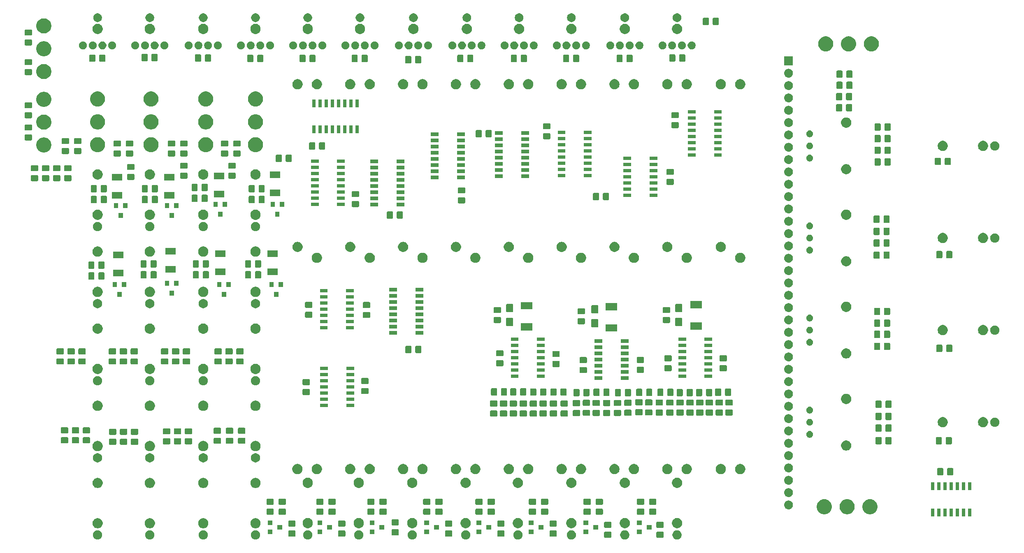
<source format=gbr>
%TF.GenerationSoftware,KiCad,Pcbnew,(5.0.1)-3*%
%TF.CreationDate,2020-01-29T23:09:21+00:00*%
%TF.ProjectId,SSv2 Main Board,53537632204D61696E20426F6172642E,rev?*%
%TF.SameCoordinates,Original*%
%TF.FileFunction,Soldermask,Bot*%
%TF.FilePolarity,Negative*%
%FSLAX46Y46*%
G04 Gerber Fmt 4.6, Leading zero omitted, Abs format (unit mm)*
G04 Created by KiCad (PCBNEW (5.0.1)-3) date 29/01/2020 23:09:21*
%MOMM*%
%LPD*%
G01*
G04 APERTURE LIST*
%ADD10C,0.100000*%
G04 APERTURE END LIST*
D10*
G36*
X94027396Y-124910546D02*
X94200466Y-124982234D01*
X94356230Y-125086312D01*
X94488688Y-125218770D01*
X94592766Y-125374534D01*
X94664454Y-125547604D01*
X94701000Y-125731333D01*
X94701000Y-125918667D01*
X94664454Y-126102396D01*
X94592766Y-126275466D01*
X94488688Y-126431230D01*
X94356230Y-126563688D01*
X94200466Y-126667766D01*
X94027396Y-126739454D01*
X93843667Y-126776000D01*
X93656333Y-126776000D01*
X93472604Y-126739454D01*
X93299534Y-126667766D01*
X93143770Y-126563688D01*
X93011312Y-126431230D01*
X92907234Y-126275466D01*
X92835546Y-126102396D01*
X92799000Y-125918667D01*
X92799000Y-125731333D01*
X92835546Y-125547604D01*
X92907234Y-125374534D01*
X93011312Y-125218770D01*
X93143770Y-125086312D01*
X93299534Y-124982234D01*
X93472604Y-124910546D01*
X93656333Y-124874000D01*
X93843667Y-124874000D01*
X94027396Y-124910546D01*
X94027396Y-124910546D01*
G37*
G36*
X83277396Y-124910546D02*
X83450466Y-124982234D01*
X83606230Y-125086312D01*
X83738688Y-125218770D01*
X83842766Y-125374534D01*
X83914454Y-125547604D01*
X83951000Y-125731333D01*
X83951000Y-125918667D01*
X83914454Y-126102396D01*
X83842766Y-126275466D01*
X83738688Y-126431230D01*
X83606230Y-126563688D01*
X83450466Y-126667766D01*
X83277396Y-126739454D01*
X83093667Y-126776000D01*
X82906333Y-126776000D01*
X82722604Y-126739454D01*
X82549534Y-126667766D01*
X82393770Y-126563688D01*
X82261312Y-126431230D01*
X82157234Y-126275466D01*
X82085546Y-126102396D01*
X82049000Y-125918667D01*
X82049000Y-125731333D01*
X82085546Y-125547604D01*
X82157234Y-125374534D01*
X82261312Y-125218770D01*
X82393770Y-125086312D01*
X82549534Y-124982234D01*
X82722604Y-124910546D01*
X82906333Y-124874000D01*
X83093667Y-124874000D01*
X83277396Y-124910546D01*
X83277396Y-124910546D01*
G37*
G36*
X72277396Y-124910546D02*
X72450466Y-124982234D01*
X72606230Y-125086312D01*
X72738688Y-125218770D01*
X72842766Y-125374534D01*
X72914454Y-125547604D01*
X72951000Y-125731333D01*
X72951000Y-125918667D01*
X72914454Y-126102396D01*
X72842766Y-126275466D01*
X72738688Y-126431230D01*
X72606230Y-126563688D01*
X72450466Y-126667766D01*
X72277396Y-126739454D01*
X72093667Y-126776000D01*
X71906333Y-126776000D01*
X71722604Y-126739454D01*
X71549534Y-126667766D01*
X71393770Y-126563688D01*
X71261312Y-126431230D01*
X71157234Y-126275466D01*
X71085546Y-126102396D01*
X71049000Y-125918667D01*
X71049000Y-125731333D01*
X71085546Y-125547604D01*
X71157234Y-125374534D01*
X71261312Y-125218770D01*
X71393770Y-125086312D01*
X71549534Y-124982234D01*
X71722604Y-124910546D01*
X71906333Y-124874000D01*
X72093667Y-124874000D01*
X72277396Y-124910546D01*
X72277396Y-124910546D01*
G37*
G36*
X61527396Y-124910546D02*
X61700466Y-124982234D01*
X61856230Y-125086312D01*
X61988688Y-125218770D01*
X62092766Y-125374534D01*
X62164454Y-125547604D01*
X62201000Y-125731333D01*
X62201000Y-125918667D01*
X62164454Y-126102396D01*
X62092766Y-126275466D01*
X61988688Y-126431230D01*
X61856230Y-126563688D01*
X61700466Y-126667766D01*
X61527396Y-126739454D01*
X61343667Y-126776000D01*
X61156333Y-126776000D01*
X60972604Y-126739454D01*
X60799534Y-126667766D01*
X60643770Y-126563688D01*
X60511312Y-126431230D01*
X60407234Y-126275466D01*
X60335546Y-126102396D01*
X60299000Y-125918667D01*
X60299000Y-125731333D01*
X60335546Y-125547604D01*
X60407234Y-125374534D01*
X60511312Y-125218770D01*
X60643770Y-125086312D01*
X60799534Y-124982234D01*
X60972604Y-124910546D01*
X61156333Y-124874000D01*
X61343667Y-124874000D01*
X61527396Y-124910546D01*
X61527396Y-124910546D01*
G37*
G36*
X148027396Y-124885546D02*
X148200466Y-124957234D01*
X148356230Y-125061312D01*
X148488688Y-125193770D01*
X148592766Y-125349534D01*
X148664454Y-125522604D01*
X148701000Y-125706333D01*
X148701000Y-125893667D01*
X148664454Y-126077396D01*
X148592766Y-126250466D01*
X148488688Y-126406230D01*
X148356230Y-126538688D01*
X148200466Y-126642766D01*
X148027396Y-126714454D01*
X147843667Y-126751000D01*
X147656333Y-126751000D01*
X147472604Y-126714454D01*
X147299534Y-126642766D01*
X147143770Y-126538688D01*
X147011312Y-126406230D01*
X146907234Y-126250466D01*
X146835546Y-126077396D01*
X146799000Y-125893667D01*
X146799000Y-125706333D01*
X146835546Y-125522604D01*
X146907234Y-125349534D01*
X147011312Y-125193770D01*
X147143770Y-125061312D01*
X147299534Y-124957234D01*
X147472604Y-124885546D01*
X147656333Y-124849000D01*
X147843667Y-124849000D01*
X148027396Y-124885546D01*
X148027396Y-124885546D01*
G37*
G36*
X137277396Y-124885546D02*
X137450466Y-124957234D01*
X137606230Y-125061312D01*
X137738688Y-125193770D01*
X137842766Y-125349534D01*
X137914454Y-125522604D01*
X137951000Y-125706333D01*
X137951000Y-125893667D01*
X137914454Y-126077396D01*
X137842766Y-126250466D01*
X137738688Y-126406230D01*
X137606230Y-126538688D01*
X137450466Y-126642766D01*
X137277396Y-126714454D01*
X137093667Y-126751000D01*
X136906333Y-126751000D01*
X136722604Y-126714454D01*
X136549534Y-126642766D01*
X136393770Y-126538688D01*
X136261312Y-126406230D01*
X136157234Y-126250466D01*
X136085546Y-126077396D01*
X136049000Y-125893667D01*
X136049000Y-125706333D01*
X136085546Y-125522604D01*
X136157234Y-125349534D01*
X136261312Y-125193770D01*
X136393770Y-125061312D01*
X136549534Y-124957234D01*
X136722604Y-124885546D01*
X136906333Y-124849000D01*
X137093667Y-124849000D01*
X137277396Y-124885546D01*
X137277396Y-124885546D01*
G37*
G36*
X126277396Y-124885546D02*
X126450466Y-124957234D01*
X126606230Y-125061312D01*
X126738688Y-125193770D01*
X126842766Y-125349534D01*
X126914454Y-125522604D01*
X126951000Y-125706333D01*
X126951000Y-125893667D01*
X126914454Y-126077396D01*
X126842766Y-126250466D01*
X126738688Y-126406230D01*
X126606230Y-126538688D01*
X126450466Y-126642766D01*
X126277396Y-126714454D01*
X126093667Y-126751000D01*
X125906333Y-126751000D01*
X125722604Y-126714454D01*
X125549534Y-126642766D01*
X125393770Y-126538688D01*
X125261312Y-126406230D01*
X125157234Y-126250466D01*
X125085546Y-126077396D01*
X125049000Y-125893667D01*
X125049000Y-125706333D01*
X125085546Y-125522604D01*
X125157234Y-125349534D01*
X125261312Y-125193770D01*
X125393770Y-125061312D01*
X125549534Y-124957234D01*
X125722604Y-124885546D01*
X125906333Y-124849000D01*
X126093667Y-124849000D01*
X126277396Y-124885546D01*
X126277396Y-124885546D01*
G37*
G36*
X115277396Y-124885546D02*
X115450466Y-124957234D01*
X115606230Y-125061312D01*
X115738688Y-125193770D01*
X115842766Y-125349534D01*
X115914454Y-125522604D01*
X115951000Y-125706333D01*
X115951000Y-125893667D01*
X115914454Y-126077396D01*
X115842766Y-126250466D01*
X115738688Y-126406230D01*
X115606230Y-126538688D01*
X115450466Y-126642766D01*
X115277396Y-126714454D01*
X115093667Y-126751000D01*
X114906333Y-126751000D01*
X114722604Y-126714454D01*
X114549534Y-126642766D01*
X114393770Y-126538688D01*
X114261312Y-126406230D01*
X114157234Y-126250466D01*
X114085546Y-126077396D01*
X114049000Y-125893667D01*
X114049000Y-125706333D01*
X114085546Y-125522604D01*
X114157234Y-125349534D01*
X114261312Y-125193770D01*
X114393770Y-125061312D01*
X114549534Y-124957234D01*
X114722604Y-124885546D01*
X114906333Y-124849000D01*
X115093667Y-124849000D01*
X115277396Y-124885546D01*
X115277396Y-124885546D01*
G37*
G36*
X104777396Y-124885546D02*
X104950466Y-124957234D01*
X105106230Y-125061312D01*
X105238688Y-125193770D01*
X105342766Y-125349534D01*
X105414454Y-125522604D01*
X105451000Y-125706333D01*
X105451000Y-125893667D01*
X105414454Y-126077396D01*
X105342766Y-126250466D01*
X105238688Y-126406230D01*
X105106230Y-126538688D01*
X104950466Y-126642766D01*
X104777396Y-126714454D01*
X104593667Y-126751000D01*
X104406333Y-126751000D01*
X104222604Y-126714454D01*
X104049534Y-126642766D01*
X103893770Y-126538688D01*
X103761312Y-126406230D01*
X103657234Y-126250466D01*
X103585546Y-126077396D01*
X103549000Y-125893667D01*
X103549000Y-125706333D01*
X103585546Y-125522604D01*
X103657234Y-125349534D01*
X103761312Y-125193770D01*
X103893770Y-125061312D01*
X104049534Y-124957234D01*
X104222604Y-124885546D01*
X104406333Y-124849000D01*
X104593667Y-124849000D01*
X104777396Y-124885546D01*
X104777396Y-124885546D01*
G37*
G36*
X170027396Y-124885546D02*
X170200466Y-124957234D01*
X170356230Y-125061312D01*
X170488688Y-125193770D01*
X170592766Y-125349534D01*
X170664454Y-125522604D01*
X170701000Y-125706333D01*
X170701000Y-125893667D01*
X170664454Y-126077396D01*
X170592766Y-126250466D01*
X170488688Y-126406230D01*
X170356230Y-126538688D01*
X170200466Y-126642766D01*
X170027396Y-126714454D01*
X169843667Y-126751000D01*
X169656333Y-126751000D01*
X169472604Y-126714454D01*
X169299534Y-126642766D01*
X169143770Y-126538688D01*
X169011312Y-126406230D01*
X168907234Y-126250466D01*
X168835546Y-126077396D01*
X168799000Y-125893667D01*
X168799000Y-125706333D01*
X168835546Y-125522604D01*
X168907234Y-125349534D01*
X169011312Y-125193770D01*
X169143770Y-125061312D01*
X169299534Y-124957234D01*
X169472604Y-124885546D01*
X169656333Y-124849000D01*
X169843667Y-124849000D01*
X170027396Y-124885546D01*
X170027396Y-124885546D01*
G37*
G36*
X180777396Y-124885546D02*
X180950466Y-124957234D01*
X181106230Y-125061312D01*
X181238688Y-125193770D01*
X181342766Y-125349534D01*
X181414454Y-125522604D01*
X181451000Y-125706333D01*
X181451000Y-125893667D01*
X181414454Y-126077396D01*
X181342766Y-126250466D01*
X181238688Y-126406230D01*
X181106230Y-126538688D01*
X180950466Y-126642766D01*
X180777396Y-126714454D01*
X180593667Y-126751000D01*
X180406333Y-126751000D01*
X180222604Y-126714454D01*
X180049534Y-126642766D01*
X179893770Y-126538688D01*
X179761312Y-126406230D01*
X179657234Y-126250466D01*
X179585546Y-126077396D01*
X179549000Y-125893667D01*
X179549000Y-125706333D01*
X179585546Y-125522604D01*
X179657234Y-125349534D01*
X179761312Y-125193770D01*
X179893770Y-125061312D01*
X180049534Y-124957234D01*
X180222604Y-124885546D01*
X180406333Y-124849000D01*
X180593667Y-124849000D01*
X180777396Y-124885546D01*
X180777396Y-124885546D01*
G37*
G36*
X159027396Y-124885546D02*
X159200466Y-124957234D01*
X159356230Y-125061312D01*
X159488688Y-125193770D01*
X159592766Y-125349534D01*
X159664454Y-125522604D01*
X159701000Y-125706333D01*
X159701000Y-125893667D01*
X159664454Y-126077396D01*
X159592766Y-126250466D01*
X159488688Y-126406230D01*
X159356230Y-126538688D01*
X159200466Y-126642766D01*
X159027396Y-126714454D01*
X158843667Y-126751000D01*
X158656333Y-126751000D01*
X158472604Y-126714454D01*
X158299534Y-126642766D01*
X158143770Y-126538688D01*
X158011312Y-126406230D01*
X157907234Y-126250466D01*
X157835546Y-126077396D01*
X157799000Y-125893667D01*
X157799000Y-125706333D01*
X157835546Y-125522604D01*
X157907234Y-125349534D01*
X158011312Y-125193770D01*
X158143770Y-125061312D01*
X158299534Y-124957234D01*
X158472604Y-124885546D01*
X158656333Y-124849000D01*
X158843667Y-124849000D01*
X159027396Y-124885546D01*
X159027396Y-124885546D01*
G37*
G36*
X166838677Y-125153465D02*
X166876364Y-125164898D01*
X166911103Y-125183466D01*
X166941548Y-125208452D01*
X166966534Y-125238897D01*
X166985102Y-125273636D01*
X166996535Y-125311323D01*
X167001000Y-125356661D01*
X167001000Y-126193339D01*
X166996535Y-126238677D01*
X166985102Y-126276364D01*
X166966534Y-126311103D01*
X166941548Y-126341548D01*
X166911103Y-126366534D01*
X166876364Y-126385102D01*
X166838677Y-126396535D01*
X166793339Y-126401000D01*
X165706661Y-126401000D01*
X165661323Y-126396535D01*
X165623636Y-126385102D01*
X165588897Y-126366534D01*
X165558452Y-126341548D01*
X165533466Y-126311103D01*
X165514898Y-126276364D01*
X165503465Y-126238677D01*
X165499000Y-126193339D01*
X165499000Y-125356661D01*
X165503465Y-125311323D01*
X165514898Y-125273636D01*
X165533466Y-125238897D01*
X165558452Y-125208452D01*
X165588897Y-125183466D01*
X165623636Y-125164898D01*
X165661323Y-125153465D01*
X165706661Y-125149000D01*
X166793339Y-125149000D01*
X166838677Y-125153465D01*
X166838677Y-125153465D01*
G37*
G36*
X177588677Y-125153465D02*
X177626364Y-125164898D01*
X177661103Y-125183466D01*
X177691548Y-125208452D01*
X177716534Y-125238897D01*
X177735102Y-125273636D01*
X177746535Y-125311323D01*
X177751000Y-125356661D01*
X177751000Y-126193339D01*
X177746535Y-126238677D01*
X177735102Y-126276364D01*
X177716534Y-126311103D01*
X177691548Y-126341548D01*
X177661103Y-126366534D01*
X177626364Y-126385102D01*
X177588677Y-126396535D01*
X177543339Y-126401000D01*
X176456661Y-126401000D01*
X176411323Y-126396535D01*
X176373636Y-126385102D01*
X176338897Y-126366534D01*
X176308452Y-126341548D01*
X176283466Y-126311103D01*
X176264898Y-126276364D01*
X176253465Y-126238677D01*
X176249000Y-126193339D01*
X176249000Y-125356661D01*
X176253465Y-125311323D01*
X176264898Y-125273636D01*
X176283466Y-125238897D01*
X176308452Y-125208452D01*
X176338897Y-125183466D01*
X176373636Y-125164898D01*
X176411323Y-125153465D01*
X176456661Y-125149000D01*
X177543339Y-125149000D01*
X177588677Y-125153465D01*
X177588677Y-125153465D01*
G37*
G36*
X134088677Y-124903465D02*
X134126364Y-124914898D01*
X134161103Y-124933466D01*
X134191548Y-124958452D01*
X134216534Y-124988897D01*
X134235102Y-125023636D01*
X134246535Y-125061323D01*
X134251000Y-125106661D01*
X134251000Y-125943339D01*
X134246535Y-125988677D01*
X134235102Y-126026364D01*
X134216534Y-126061103D01*
X134191548Y-126091548D01*
X134161103Y-126116534D01*
X134126364Y-126135102D01*
X134088677Y-126146535D01*
X134043339Y-126151000D01*
X132956661Y-126151000D01*
X132911323Y-126146535D01*
X132873636Y-126135102D01*
X132838897Y-126116534D01*
X132808452Y-126091548D01*
X132783466Y-126061103D01*
X132764898Y-126026364D01*
X132753465Y-125988677D01*
X132749000Y-125943339D01*
X132749000Y-125106661D01*
X132753465Y-125061323D01*
X132764898Y-125023636D01*
X132783466Y-124988897D01*
X132808452Y-124958452D01*
X132838897Y-124933466D01*
X132873636Y-124914898D01*
X132911323Y-124903465D01*
X132956661Y-124899000D01*
X134043339Y-124899000D01*
X134088677Y-124903465D01*
X134088677Y-124903465D01*
G37*
G36*
X112088677Y-124903465D02*
X112126364Y-124914898D01*
X112161103Y-124933466D01*
X112191548Y-124958452D01*
X112216534Y-124988897D01*
X112235102Y-125023636D01*
X112246535Y-125061323D01*
X112251000Y-125106661D01*
X112251000Y-125943339D01*
X112246535Y-125988677D01*
X112235102Y-126026364D01*
X112216534Y-126061103D01*
X112191548Y-126091548D01*
X112161103Y-126116534D01*
X112126364Y-126135102D01*
X112088677Y-126146535D01*
X112043339Y-126151000D01*
X110956661Y-126151000D01*
X110911323Y-126146535D01*
X110873636Y-126135102D01*
X110838897Y-126116534D01*
X110808452Y-126091548D01*
X110783466Y-126061103D01*
X110764898Y-126026364D01*
X110753465Y-125988677D01*
X110749000Y-125943339D01*
X110749000Y-125106661D01*
X110753465Y-125061323D01*
X110764898Y-125023636D01*
X110783466Y-124988897D01*
X110808452Y-124958452D01*
X110838897Y-124933466D01*
X110873636Y-124914898D01*
X110911323Y-124903465D01*
X110956661Y-124899000D01*
X112043339Y-124899000D01*
X112088677Y-124903465D01*
X112088677Y-124903465D01*
G37*
G36*
X144838677Y-124903465D02*
X144876364Y-124914898D01*
X144911103Y-124933466D01*
X144941548Y-124958452D01*
X144966534Y-124988897D01*
X144985102Y-125023636D01*
X144996535Y-125061323D01*
X145001000Y-125106661D01*
X145001000Y-125943339D01*
X144996535Y-125988677D01*
X144985102Y-126026364D01*
X144966534Y-126061103D01*
X144941548Y-126091548D01*
X144911103Y-126116534D01*
X144876364Y-126135102D01*
X144838677Y-126146535D01*
X144793339Y-126151000D01*
X143706661Y-126151000D01*
X143661323Y-126146535D01*
X143623636Y-126135102D01*
X143588897Y-126116534D01*
X143558452Y-126091548D01*
X143533466Y-126061103D01*
X143514898Y-126026364D01*
X143503465Y-125988677D01*
X143499000Y-125943339D01*
X143499000Y-125106661D01*
X143503465Y-125061323D01*
X143514898Y-125023636D01*
X143533466Y-124988897D01*
X143558452Y-124958452D01*
X143588897Y-124933466D01*
X143623636Y-124914898D01*
X143661323Y-124903465D01*
X143706661Y-124899000D01*
X144793339Y-124899000D01*
X144838677Y-124903465D01*
X144838677Y-124903465D01*
G37*
G36*
X101838677Y-124903465D02*
X101876364Y-124914898D01*
X101911103Y-124933466D01*
X101941548Y-124958452D01*
X101966534Y-124988897D01*
X101985102Y-125023636D01*
X101996535Y-125061323D01*
X102001000Y-125106661D01*
X102001000Y-125943339D01*
X101996535Y-125988677D01*
X101985102Y-126026364D01*
X101966534Y-126061103D01*
X101941548Y-126091548D01*
X101911103Y-126116534D01*
X101876364Y-126135102D01*
X101838677Y-126146535D01*
X101793339Y-126151000D01*
X100706661Y-126151000D01*
X100661323Y-126146535D01*
X100623636Y-126135102D01*
X100588897Y-126116534D01*
X100558452Y-126091548D01*
X100533466Y-126061103D01*
X100514898Y-126026364D01*
X100503465Y-125988677D01*
X100499000Y-125943339D01*
X100499000Y-125106661D01*
X100503465Y-125061323D01*
X100514898Y-125023636D01*
X100533466Y-124988897D01*
X100558452Y-124958452D01*
X100588897Y-124933466D01*
X100623636Y-124914898D01*
X100661323Y-124903465D01*
X100706661Y-124899000D01*
X101793339Y-124899000D01*
X101838677Y-124903465D01*
X101838677Y-124903465D01*
G37*
G36*
X155588677Y-124903465D02*
X155626364Y-124914898D01*
X155661103Y-124933466D01*
X155691548Y-124958452D01*
X155716534Y-124988897D01*
X155735102Y-125023636D01*
X155746535Y-125061323D01*
X155751000Y-125106661D01*
X155751000Y-125943339D01*
X155746535Y-125988677D01*
X155735102Y-126026364D01*
X155716534Y-126061103D01*
X155691548Y-126091548D01*
X155661103Y-126116534D01*
X155626364Y-126135102D01*
X155588677Y-126146535D01*
X155543339Y-126151000D01*
X154456661Y-126151000D01*
X154411323Y-126146535D01*
X154373636Y-126135102D01*
X154338897Y-126116534D01*
X154308452Y-126091548D01*
X154283466Y-126061103D01*
X154264898Y-126026364D01*
X154253465Y-125988677D01*
X154249000Y-125943339D01*
X154249000Y-125106661D01*
X154253465Y-125061323D01*
X154264898Y-125023636D01*
X154283466Y-124988897D01*
X154308452Y-124958452D01*
X154338897Y-124933466D01*
X154373636Y-124914898D01*
X154411323Y-124903465D01*
X154456661Y-124899000D01*
X155543339Y-124899000D01*
X155588677Y-124903465D01*
X155588677Y-124903465D01*
G37*
G36*
X123088677Y-124653465D02*
X123126364Y-124664898D01*
X123161103Y-124683466D01*
X123191548Y-124708452D01*
X123216534Y-124738897D01*
X123235102Y-124773636D01*
X123246535Y-124811323D01*
X123251000Y-124856661D01*
X123251000Y-125693339D01*
X123246535Y-125738677D01*
X123235102Y-125776364D01*
X123216534Y-125811103D01*
X123191548Y-125841548D01*
X123161103Y-125866534D01*
X123126364Y-125885102D01*
X123088677Y-125896535D01*
X123043339Y-125901000D01*
X121956661Y-125901000D01*
X121911323Y-125896535D01*
X121873636Y-125885102D01*
X121838897Y-125866534D01*
X121808452Y-125841548D01*
X121783466Y-125811103D01*
X121764898Y-125776364D01*
X121753465Y-125738677D01*
X121749000Y-125693339D01*
X121749000Y-124856661D01*
X121753465Y-124811323D01*
X121764898Y-124773636D01*
X121783466Y-124738897D01*
X121808452Y-124708452D01*
X121838897Y-124683466D01*
X121873636Y-124664898D01*
X121911323Y-124653465D01*
X121956661Y-124649000D01*
X123043339Y-124649000D01*
X123088677Y-124653465D01*
X123088677Y-124653465D01*
G37*
G36*
X107501000Y-125651000D02*
X106499000Y-125651000D01*
X106499000Y-124749000D01*
X107501000Y-124749000D01*
X107501000Y-125651000D01*
X107501000Y-125651000D01*
G37*
G36*
X97251000Y-125651000D02*
X96249000Y-125651000D01*
X96249000Y-124749000D01*
X97251000Y-124749000D01*
X97251000Y-125651000D01*
X97251000Y-125651000D01*
G37*
G36*
X173251000Y-125651000D02*
X172249000Y-125651000D01*
X172249000Y-124749000D01*
X173251000Y-124749000D01*
X173251000Y-125651000D01*
X173251000Y-125651000D01*
G37*
G36*
X151001000Y-125651000D02*
X149999000Y-125651000D01*
X149999000Y-124749000D01*
X151001000Y-124749000D01*
X151001000Y-125651000D01*
X151001000Y-125651000D01*
G37*
G36*
X140251000Y-125651000D02*
X139249000Y-125651000D01*
X139249000Y-124749000D01*
X140251000Y-124749000D01*
X140251000Y-125651000D01*
X140251000Y-125651000D01*
G37*
G36*
X118251000Y-125651000D02*
X117249000Y-125651000D01*
X117249000Y-124749000D01*
X118251000Y-124749000D01*
X118251000Y-125651000D01*
X118251000Y-125651000D01*
G37*
G36*
X162251000Y-125651000D02*
X161249000Y-125651000D01*
X161249000Y-124749000D01*
X162251000Y-124749000D01*
X162251000Y-125651000D01*
X162251000Y-125651000D01*
G37*
G36*
X129501000Y-125651000D02*
X128499000Y-125651000D01*
X128499000Y-124749000D01*
X129501000Y-124749000D01*
X129501000Y-125651000D01*
X129501000Y-125651000D01*
G37*
G36*
X99251000Y-124701000D02*
X98249000Y-124701000D01*
X98249000Y-123799000D01*
X99251000Y-123799000D01*
X99251000Y-124701000D01*
X99251000Y-124701000D01*
G37*
G36*
X175251000Y-124701000D02*
X174249000Y-124701000D01*
X174249000Y-123799000D01*
X175251000Y-123799000D01*
X175251000Y-124701000D01*
X175251000Y-124701000D01*
G37*
G36*
X120251000Y-124701000D02*
X119249000Y-124701000D01*
X119249000Y-123799000D01*
X120251000Y-123799000D01*
X120251000Y-124701000D01*
X120251000Y-124701000D01*
G37*
G36*
X153001000Y-124701000D02*
X151999000Y-124701000D01*
X151999000Y-123799000D01*
X153001000Y-123799000D01*
X153001000Y-124701000D01*
X153001000Y-124701000D01*
G37*
G36*
X142251000Y-124701000D02*
X141249000Y-124701000D01*
X141249000Y-123799000D01*
X142251000Y-123799000D01*
X142251000Y-124701000D01*
X142251000Y-124701000D01*
G37*
G36*
X109501000Y-124701000D02*
X108499000Y-124701000D01*
X108499000Y-123799000D01*
X109501000Y-123799000D01*
X109501000Y-124701000D01*
X109501000Y-124701000D01*
G37*
G36*
X164251000Y-124701000D02*
X163249000Y-124701000D01*
X163249000Y-123799000D01*
X164251000Y-123799000D01*
X164251000Y-124701000D01*
X164251000Y-124701000D01*
G37*
G36*
X131501000Y-124701000D02*
X130499000Y-124701000D01*
X130499000Y-123799000D01*
X131501000Y-123799000D01*
X131501000Y-124701000D01*
X131501000Y-124701000D01*
G37*
G36*
X72306565Y-122394389D02*
X72497834Y-122473615D01*
X72669976Y-122588637D01*
X72816363Y-122735024D01*
X72931385Y-122907166D01*
X73010611Y-123098435D01*
X73051000Y-123301484D01*
X73051000Y-123508516D01*
X73010611Y-123711565D01*
X72931385Y-123902834D01*
X72816363Y-124074976D01*
X72669976Y-124221363D01*
X72497834Y-124336385D01*
X72306565Y-124415611D01*
X72103516Y-124456000D01*
X71896484Y-124456000D01*
X71693435Y-124415611D01*
X71502166Y-124336385D01*
X71330024Y-124221363D01*
X71183637Y-124074976D01*
X71068615Y-123902834D01*
X70989389Y-123711565D01*
X70949000Y-123508516D01*
X70949000Y-123301484D01*
X70989389Y-123098435D01*
X71068615Y-122907166D01*
X71183637Y-122735024D01*
X71330024Y-122588637D01*
X71502166Y-122473615D01*
X71693435Y-122394389D01*
X71896484Y-122354000D01*
X72103516Y-122354000D01*
X72306565Y-122394389D01*
X72306565Y-122394389D01*
G37*
G36*
X94056565Y-122394389D02*
X94247834Y-122473615D01*
X94419976Y-122588637D01*
X94566363Y-122735024D01*
X94681385Y-122907166D01*
X94760611Y-123098435D01*
X94801000Y-123301484D01*
X94801000Y-123508516D01*
X94760611Y-123711565D01*
X94681385Y-123902834D01*
X94566363Y-124074976D01*
X94419976Y-124221363D01*
X94247834Y-124336385D01*
X94056565Y-124415611D01*
X93853516Y-124456000D01*
X93646484Y-124456000D01*
X93443435Y-124415611D01*
X93252166Y-124336385D01*
X93080024Y-124221363D01*
X92933637Y-124074976D01*
X92818615Y-123902834D01*
X92739389Y-123711565D01*
X92699000Y-123508516D01*
X92699000Y-123301484D01*
X92739389Y-123098435D01*
X92818615Y-122907166D01*
X92933637Y-122735024D01*
X93080024Y-122588637D01*
X93252166Y-122473615D01*
X93443435Y-122394389D01*
X93646484Y-122354000D01*
X93853516Y-122354000D01*
X94056565Y-122394389D01*
X94056565Y-122394389D01*
G37*
G36*
X83306565Y-122394389D02*
X83497834Y-122473615D01*
X83669976Y-122588637D01*
X83816363Y-122735024D01*
X83931385Y-122907166D01*
X84010611Y-123098435D01*
X84051000Y-123301484D01*
X84051000Y-123508516D01*
X84010611Y-123711565D01*
X83931385Y-123902834D01*
X83816363Y-124074976D01*
X83669976Y-124221363D01*
X83497834Y-124336385D01*
X83306565Y-124415611D01*
X83103516Y-124456000D01*
X82896484Y-124456000D01*
X82693435Y-124415611D01*
X82502166Y-124336385D01*
X82330024Y-124221363D01*
X82183637Y-124074976D01*
X82068615Y-123902834D01*
X81989389Y-123711565D01*
X81949000Y-123508516D01*
X81949000Y-123301484D01*
X81989389Y-123098435D01*
X82068615Y-122907166D01*
X82183637Y-122735024D01*
X82330024Y-122588637D01*
X82502166Y-122473615D01*
X82693435Y-122394389D01*
X82896484Y-122354000D01*
X83103516Y-122354000D01*
X83306565Y-122394389D01*
X83306565Y-122394389D01*
G37*
G36*
X61556565Y-122394389D02*
X61747834Y-122473615D01*
X61919976Y-122588637D01*
X62066363Y-122735024D01*
X62181385Y-122907166D01*
X62260611Y-123098435D01*
X62301000Y-123301484D01*
X62301000Y-123508516D01*
X62260611Y-123711565D01*
X62181385Y-123902834D01*
X62066363Y-124074976D01*
X61919976Y-124221363D01*
X61747834Y-124336385D01*
X61556565Y-124415611D01*
X61353516Y-124456000D01*
X61146484Y-124456000D01*
X60943435Y-124415611D01*
X60752166Y-124336385D01*
X60580024Y-124221363D01*
X60433637Y-124074976D01*
X60318615Y-123902834D01*
X60239389Y-123711565D01*
X60199000Y-123508516D01*
X60199000Y-123301484D01*
X60239389Y-123098435D01*
X60318615Y-122907166D01*
X60433637Y-122735024D01*
X60580024Y-122588637D01*
X60752166Y-122473615D01*
X60943435Y-122394389D01*
X61146484Y-122354000D01*
X61353516Y-122354000D01*
X61556565Y-122394389D01*
X61556565Y-122394389D01*
G37*
G36*
X126306565Y-122369389D02*
X126497834Y-122448615D01*
X126669976Y-122563637D01*
X126816363Y-122710024D01*
X126931385Y-122882166D01*
X127010611Y-123073435D01*
X127051000Y-123276484D01*
X127051000Y-123483516D01*
X127010611Y-123686565D01*
X126931385Y-123877834D01*
X126816363Y-124049976D01*
X126669976Y-124196363D01*
X126497834Y-124311385D01*
X126306565Y-124390611D01*
X126103516Y-124431000D01*
X125896484Y-124431000D01*
X125693435Y-124390611D01*
X125502166Y-124311385D01*
X125330024Y-124196363D01*
X125183637Y-124049976D01*
X125068615Y-123877834D01*
X124989389Y-123686565D01*
X124949000Y-123483516D01*
X124949000Y-123276484D01*
X124989389Y-123073435D01*
X125068615Y-122882166D01*
X125183637Y-122710024D01*
X125330024Y-122563637D01*
X125502166Y-122448615D01*
X125693435Y-122369389D01*
X125896484Y-122329000D01*
X126103516Y-122329000D01*
X126306565Y-122369389D01*
X126306565Y-122369389D01*
G37*
G36*
X137306565Y-122369389D02*
X137497834Y-122448615D01*
X137669976Y-122563637D01*
X137816363Y-122710024D01*
X137931385Y-122882166D01*
X138010611Y-123073435D01*
X138051000Y-123276484D01*
X138051000Y-123483516D01*
X138010611Y-123686565D01*
X137931385Y-123877834D01*
X137816363Y-124049976D01*
X137669976Y-124196363D01*
X137497834Y-124311385D01*
X137306565Y-124390611D01*
X137103516Y-124431000D01*
X136896484Y-124431000D01*
X136693435Y-124390611D01*
X136502166Y-124311385D01*
X136330024Y-124196363D01*
X136183637Y-124049976D01*
X136068615Y-123877834D01*
X135989389Y-123686565D01*
X135949000Y-123483516D01*
X135949000Y-123276484D01*
X135989389Y-123073435D01*
X136068615Y-122882166D01*
X136183637Y-122710024D01*
X136330024Y-122563637D01*
X136502166Y-122448615D01*
X136693435Y-122369389D01*
X136896484Y-122329000D01*
X137103516Y-122329000D01*
X137306565Y-122369389D01*
X137306565Y-122369389D01*
G37*
G36*
X115306565Y-122369389D02*
X115497834Y-122448615D01*
X115669976Y-122563637D01*
X115816363Y-122710024D01*
X115931385Y-122882166D01*
X116010611Y-123073435D01*
X116051000Y-123276484D01*
X116051000Y-123483516D01*
X116010611Y-123686565D01*
X115931385Y-123877834D01*
X115816363Y-124049976D01*
X115669976Y-124196363D01*
X115497834Y-124311385D01*
X115306565Y-124390611D01*
X115103516Y-124431000D01*
X114896484Y-124431000D01*
X114693435Y-124390611D01*
X114502166Y-124311385D01*
X114330024Y-124196363D01*
X114183637Y-124049976D01*
X114068615Y-123877834D01*
X113989389Y-123686565D01*
X113949000Y-123483516D01*
X113949000Y-123276484D01*
X113989389Y-123073435D01*
X114068615Y-122882166D01*
X114183637Y-122710024D01*
X114330024Y-122563637D01*
X114502166Y-122448615D01*
X114693435Y-122369389D01*
X114896484Y-122329000D01*
X115103516Y-122329000D01*
X115306565Y-122369389D01*
X115306565Y-122369389D01*
G37*
G36*
X148056565Y-122369389D02*
X148247834Y-122448615D01*
X148419976Y-122563637D01*
X148566363Y-122710024D01*
X148681385Y-122882166D01*
X148760611Y-123073435D01*
X148801000Y-123276484D01*
X148801000Y-123483516D01*
X148760611Y-123686565D01*
X148681385Y-123877834D01*
X148566363Y-124049976D01*
X148419976Y-124196363D01*
X148247834Y-124311385D01*
X148056565Y-124390611D01*
X147853516Y-124431000D01*
X147646484Y-124431000D01*
X147443435Y-124390611D01*
X147252166Y-124311385D01*
X147080024Y-124196363D01*
X146933637Y-124049976D01*
X146818615Y-123877834D01*
X146739389Y-123686565D01*
X146699000Y-123483516D01*
X146699000Y-123276484D01*
X146739389Y-123073435D01*
X146818615Y-122882166D01*
X146933637Y-122710024D01*
X147080024Y-122563637D01*
X147252166Y-122448615D01*
X147443435Y-122369389D01*
X147646484Y-122329000D01*
X147853516Y-122329000D01*
X148056565Y-122369389D01*
X148056565Y-122369389D01*
G37*
G36*
X159056565Y-122369389D02*
X159247834Y-122448615D01*
X159419976Y-122563637D01*
X159566363Y-122710024D01*
X159681385Y-122882166D01*
X159760611Y-123073435D01*
X159801000Y-123276484D01*
X159801000Y-123483516D01*
X159760611Y-123686565D01*
X159681385Y-123877834D01*
X159566363Y-124049976D01*
X159419976Y-124196363D01*
X159247834Y-124311385D01*
X159056565Y-124390611D01*
X158853516Y-124431000D01*
X158646484Y-124431000D01*
X158443435Y-124390611D01*
X158252166Y-124311385D01*
X158080024Y-124196363D01*
X157933637Y-124049976D01*
X157818615Y-123877834D01*
X157739389Y-123686565D01*
X157699000Y-123483516D01*
X157699000Y-123276484D01*
X157739389Y-123073435D01*
X157818615Y-122882166D01*
X157933637Y-122710024D01*
X158080024Y-122563637D01*
X158252166Y-122448615D01*
X158443435Y-122369389D01*
X158646484Y-122329000D01*
X158853516Y-122329000D01*
X159056565Y-122369389D01*
X159056565Y-122369389D01*
G37*
G36*
X170056565Y-122369389D02*
X170247834Y-122448615D01*
X170419976Y-122563637D01*
X170566363Y-122710024D01*
X170681385Y-122882166D01*
X170760611Y-123073435D01*
X170801000Y-123276484D01*
X170801000Y-123483516D01*
X170760611Y-123686565D01*
X170681385Y-123877834D01*
X170566363Y-124049976D01*
X170419976Y-124196363D01*
X170247834Y-124311385D01*
X170056565Y-124390611D01*
X169853516Y-124431000D01*
X169646484Y-124431000D01*
X169443435Y-124390611D01*
X169252166Y-124311385D01*
X169080024Y-124196363D01*
X168933637Y-124049976D01*
X168818615Y-123877834D01*
X168739389Y-123686565D01*
X168699000Y-123483516D01*
X168699000Y-123276484D01*
X168739389Y-123073435D01*
X168818615Y-122882166D01*
X168933637Y-122710024D01*
X169080024Y-122563637D01*
X169252166Y-122448615D01*
X169443435Y-122369389D01*
X169646484Y-122329000D01*
X169853516Y-122329000D01*
X170056565Y-122369389D01*
X170056565Y-122369389D01*
G37*
G36*
X180806565Y-122369389D02*
X180997834Y-122448615D01*
X181169976Y-122563637D01*
X181316363Y-122710024D01*
X181431385Y-122882166D01*
X181510611Y-123073435D01*
X181551000Y-123276484D01*
X181551000Y-123483516D01*
X181510611Y-123686565D01*
X181431385Y-123877834D01*
X181316363Y-124049976D01*
X181169976Y-124196363D01*
X180997834Y-124311385D01*
X180806565Y-124390611D01*
X180603516Y-124431000D01*
X180396484Y-124431000D01*
X180193435Y-124390611D01*
X180002166Y-124311385D01*
X179830024Y-124196363D01*
X179683637Y-124049976D01*
X179568615Y-123877834D01*
X179489389Y-123686565D01*
X179449000Y-123483516D01*
X179449000Y-123276484D01*
X179489389Y-123073435D01*
X179568615Y-122882166D01*
X179683637Y-122710024D01*
X179830024Y-122563637D01*
X180002166Y-122448615D01*
X180193435Y-122369389D01*
X180396484Y-122329000D01*
X180603516Y-122329000D01*
X180806565Y-122369389D01*
X180806565Y-122369389D01*
G37*
G36*
X104806565Y-122369389D02*
X104997834Y-122448615D01*
X105169976Y-122563637D01*
X105316363Y-122710024D01*
X105431385Y-122882166D01*
X105510611Y-123073435D01*
X105551000Y-123276484D01*
X105551000Y-123483516D01*
X105510611Y-123686565D01*
X105431385Y-123877834D01*
X105316363Y-124049976D01*
X105169976Y-124196363D01*
X104997834Y-124311385D01*
X104806565Y-124390611D01*
X104603516Y-124431000D01*
X104396484Y-124431000D01*
X104193435Y-124390611D01*
X104002166Y-124311385D01*
X103830024Y-124196363D01*
X103683637Y-124049976D01*
X103568615Y-123877834D01*
X103489389Y-123686565D01*
X103449000Y-123483516D01*
X103449000Y-123276484D01*
X103489389Y-123073435D01*
X103568615Y-122882166D01*
X103683637Y-122710024D01*
X103830024Y-122563637D01*
X104002166Y-122448615D01*
X104193435Y-122369389D01*
X104396484Y-122329000D01*
X104603516Y-122329000D01*
X104806565Y-122369389D01*
X104806565Y-122369389D01*
G37*
G36*
X177588677Y-123103465D02*
X177626364Y-123114898D01*
X177661103Y-123133466D01*
X177691548Y-123158452D01*
X177716534Y-123188897D01*
X177735102Y-123223636D01*
X177746535Y-123261323D01*
X177751000Y-123306661D01*
X177751000Y-124143339D01*
X177746535Y-124188677D01*
X177735102Y-124226364D01*
X177716534Y-124261103D01*
X177691548Y-124291548D01*
X177661103Y-124316534D01*
X177626364Y-124335102D01*
X177588677Y-124346535D01*
X177543339Y-124351000D01*
X176456661Y-124351000D01*
X176411323Y-124346535D01*
X176373636Y-124335102D01*
X176338897Y-124316534D01*
X176308452Y-124291548D01*
X176283466Y-124261103D01*
X176264898Y-124226364D01*
X176253465Y-124188677D01*
X176249000Y-124143339D01*
X176249000Y-123306661D01*
X176253465Y-123261323D01*
X176264898Y-123223636D01*
X176283466Y-123188897D01*
X176308452Y-123158452D01*
X176338897Y-123133466D01*
X176373636Y-123114898D01*
X176411323Y-123103465D01*
X176456661Y-123099000D01*
X177543339Y-123099000D01*
X177588677Y-123103465D01*
X177588677Y-123103465D01*
G37*
G36*
X166838677Y-123103465D02*
X166876364Y-123114898D01*
X166911103Y-123133466D01*
X166941548Y-123158452D01*
X166966534Y-123188897D01*
X166985102Y-123223636D01*
X166996535Y-123261323D01*
X167001000Y-123306661D01*
X167001000Y-124143339D01*
X166996535Y-124188677D01*
X166985102Y-124226364D01*
X166966534Y-124261103D01*
X166941548Y-124291548D01*
X166911103Y-124316534D01*
X166876364Y-124335102D01*
X166838677Y-124346535D01*
X166793339Y-124351000D01*
X165706661Y-124351000D01*
X165661323Y-124346535D01*
X165623636Y-124335102D01*
X165588897Y-124316534D01*
X165558452Y-124291548D01*
X165533466Y-124261103D01*
X165514898Y-124226364D01*
X165503465Y-124188677D01*
X165499000Y-124143339D01*
X165499000Y-123306661D01*
X165503465Y-123261323D01*
X165514898Y-123223636D01*
X165533466Y-123188897D01*
X165558452Y-123158452D01*
X165588897Y-123133466D01*
X165623636Y-123114898D01*
X165661323Y-123103465D01*
X165706661Y-123099000D01*
X166793339Y-123099000D01*
X166838677Y-123103465D01*
X166838677Y-123103465D01*
G37*
G36*
X144838677Y-122853465D02*
X144876364Y-122864898D01*
X144911103Y-122883466D01*
X144941548Y-122908452D01*
X144966534Y-122938897D01*
X144985102Y-122973636D01*
X144996535Y-123011323D01*
X145001000Y-123056661D01*
X145001000Y-123893339D01*
X144996535Y-123938677D01*
X144985102Y-123976364D01*
X144966534Y-124011103D01*
X144941548Y-124041548D01*
X144911103Y-124066534D01*
X144876364Y-124085102D01*
X144838677Y-124096535D01*
X144793339Y-124101000D01*
X143706661Y-124101000D01*
X143661323Y-124096535D01*
X143623636Y-124085102D01*
X143588897Y-124066534D01*
X143558452Y-124041548D01*
X143533466Y-124011103D01*
X143514898Y-123976364D01*
X143503465Y-123938677D01*
X143499000Y-123893339D01*
X143499000Y-123056661D01*
X143503465Y-123011323D01*
X143514898Y-122973636D01*
X143533466Y-122938897D01*
X143558452Y-122908452D01*
X143588897Y-122883466D01*
X143623636Y-122864898D01*
X143661323Y-122853465D01*
X143706661Y-122849000D01*
X144793339Y-122849000D01*
X144838677Y-122853465D01*
X144838677Y-122853465D01*
G37*
G36*
X112088677Y-122853465D02*
X112126364Y-122864898D01*
X112161103Y-122883466D01*
X112191548Y-122908452D01*
X112216534Y-122938897D01*
X112235102Y-122973636D01*
X112246535Y-123011323D01*
X112251000Y-123056661D01*
X112251000Y-123893339D01*
X112246535Y-123938677D01*
X112235102Y-123976364D01*
X112216534Y-124011103D01*
X112191548Y-124041548D01*
X112161103Y-124066534D01*
X112126364Y-124085102D01*
X112088677Y-124096535D01*
X112043339Y-124101000D01*
X110956661Y-124101000D01*
X110911323Y-124096535D01*
X110873636Y-124085102D01*
X110838897Y-124066534D01*
X110808452Y-124041548D01*
X110783466Y-124011103D01*
X110764898Y-123976364D01*
X110753465Y-123938677D01*
X110749000Y-123893339D01*
X110749000Y-123056661D01*
X110753465Y-123011323D01*
X110764898Y-122973636D01*
X110783466Y-122938897D01*
X110808452Y-122908452D01*
X110838897Y-122883466D01*
X110873636Y-122864898D01*
X110911323Y-122853465D01*
X110956661Y-122849000D01*
X112043339Y-122849000D01*
X112088677Y-122853465D01*
X112088677Y-122853465D01*
G37*
G36*
X155588677Y-122853465D02*
X155626364Y-122864898D01*
X155661103Y-122883466D01*
X155691548Y-122908452D01*
X155716534Y-122938897D01*
X155735102Y-122973636D01*
X155746535Y-123011323D01*
X155751000Y-123056661D01*
X155751000Y-123893339D01*
X155746535Y-123938677D01*
X155735102Y-123976364D01*
X155716534Y-124011103D01*
X155691548Y-124041548D01*
X155661103Y-124066534D01*
X155626364Y-124085102D01*
X155588677Y-124096535D01*
X155543339Y-124101000D01*
X154456661Y-124101000D01*
X154411323Y-124096535D01*
X154373636Y-124085102D01*
X154338897Y-124066534D01*
X154308452Y-124041548D01*
X154283466Y-124011103D01*
X154264898Y-123976364D01*
X154253465Y-123938677D01*
X154249000Y-123893339D01*
X154249000Y-123056661D01*
X154253465Y-123011323D01*
X154264898Y-122973636D01*
X154283466Y-122938897D01*
X154308452Y-122908452D01*
X154338897Y-122883466D01*
X154373636Y-122864898D01*
X154411323Y-122853465D01*
X154456661Y-122849000D01*
X155543339Y-122849000D01*
X155588677Y-122853465D01*
X155588677Y-122853465D01*
G37*
G36*
X101838677Y-122853465D02*
X101876364Y-122864898D01*
X101911103Y-122883466D01*
X101941548Y-122908452D01*
X101966534Y-122938897D01*
X101985102Y-122973636D01*
X101996535Y-123011323D01*
X102001000Y-123056661D01*
X102001000Y-123893339D01*
X101996535Y-123938677D01*
X101985102Y-123976364D01*
X101966534Y-124011103D01*
X101941548Y-124041548D01*
X101911103Y-124066534D01*
X101876364Y-124085102D01*
X101838677Y-124096535D01*
X101793339Y-124101000D01*
X100706661Y-124101000D01*
X100661323Y-124096535D01*
X100623636Y-124085102D01*
X100588897Y-124066534D01*
X100558452Y-124041548D01*
X100533466Y-124011103D01*
X100514898Y-123976364D01*
X100503465Y-123938677D01*
X100499000Y-123893339D01*
X100499000Y-123056661D01*
X100503465Y-123011323D01*
X100514898Y-122973636D01*
X100533466Y-122938897D01*
X100558452Y-122908452D01*
X100588897Y-122883466D01*
X100623636Y-122864898D01*
X100661323Y-122853465D01*
X100706661Y-122849000D01*
X101793339Y-122849000D01*
X101838677Y-122853465D01*
X101838677Y-122853465D01*
G37*
G36*
X134088677Y-122853465D02*
X134126364Y-122864898D01*
X134161103Y-122883466D01*
X134191548Y-122908452D01*
X134216534Y-122938897D01*
X134235102Y-122973636D01*
X134246535Y-123011323D01*
X134251000Y-123056661D01*
X134251000Y-123893339D01*
X134246535Y-123938677D01*
X134235102Y-123976364D01*
X134216534Y-124011103D01*
X134191548Y-124041548D01*
X134161103Y-124066534D01*
X134126364Y-124085102D01*
X134088677Y-124096535D01*
X134043339Y-124101000D01*
X132956661Y-124101000D01*
X132911323Y-124096535D01*
X132873636Y-124085102D01*
X132838897Y-124066534D01*
X132808452Y-124041548D01*
X132783466Y-124011103D01*
X132764898Y-123976364D01*
X132753465Y-123938677D01*
X132749000Y-123893339D01*
X132749000Y-123056661D01*
X132753465Y-123011323D01*
X132764898Y-122973636D01*
X132783466Y-122938897D01*
X132808452Y-122908452D01*
X132838897Y-122883466D01*
X132873636Y-122864898D01*
X132911323Y-122853465D01*
X132956661Y-122849000D01*
X134043339Y-122849000D01*
X134088677Y-122853465D01*
X134088677Y-122853465D01*
G37*
G36*
X123088677Y-122603465D02*
X123126364Y-122614898D01*
X123161103Y-122633466D01*
X123191548Y-122658452D01*
X123216534Y-122688897D01*
X123235102Y-122723636D01*
X123246535Y-122761323D01*
X123251000Y-122806661D01*
X123251000Y-123643339D01*
X123246535Y-123688677D01*
X123235102Y-123726364D01*
X123216534Y-123761103D01*
X123191548Y-123791548D01*
X123161103Y-123816534D01*
X123126364Y-123835102D01*
X123088677Y-123846535D01*
X123043339Y-123851000D01*
X121956661Y-123851000D01*
X121911323Y-123846535D01*
X121873636Y-123835102D01*
X121838897Y-123816534D01*
X121808452Y-123791548D01*
X121783466Y-123761103D01*
X121764898Y-123726364D01*
X121753465Y-123688677D01*
X121749000Y-123643339D01*
X121749000Y-122806661D01*
X121753465Y-122761323D01*
X121764898Y-122723636D01*
X121783466Y-122688897D01*
X121808452Y-122658452D01*
X121838897Y-122633466D01*
X121873636Y-122614898D01*
X121911323Y-122603465D01*
X121956661Y-122599000D01*
X123043339Y-122599000D01*
X123088677Y-122603465D01*
X123088677Y-122603465D01*
G37*
G36*
X129501000Y-123751000D02*
X128499000Y-123751000D01*
X128499000Y-122849000D01*
X129501000Y-122849000D01*
X129501000Y-123751000D01*
X129501000Y-123751000D01*
G37*
G36*
X173251000Y-123751000D02*
X172249000Y-123751000D01*
X172249000Y-122849000D01*
X173251000Y-122849000D01*
X173251000Y-123751000D01*
X173251000Y-123751000D01*
G37*
G36*
X97251000Y-123751000D02*
X96249000Y-123751000D01*
X96249000Y-122849000D01*
X97251000Y-122849000D01*
X97251000Y-123751000D01*
X97251000Y-123751000D01*
G37*
G36*
X107501000Y-123751000D02*
X106499000Y-123751000D01*
X106499000Y-122849000D01*
X107501000Y-122849000D01*
X107501000Y-123751000D01*
X107501000Y-123751000D01*
G37*
G36*
X118251000Y-123751000D02*
X117249000Y-123751000D01*
X117249000Y-122849000D01*
X118251000Y-122849000D01*
X118251000Y-123751000D01*
X118251000Y-123751000D01*
G37*
G36*
X162251000Y-123751000D02*
X161249000Y-123751000D01*
X161249000Y-122849000D01*
X162251000Y-122849000D01*
X162251000Y-123751000D01*
X162251000Y-123751000D01*
G37*
G36*
X140251000Y-123751000D02*
X139249000Y-123751000D01*
X139249000Y-122849000D01*
X140251000Y-122849000D01*
X140251000Y-123751000D01*
X140251000Y-123751000D01*
G37*
G36*
X151001000Y-123751000D02*
X149999000Y-123751000D01*
X149999000Y-122849000D01*
X151001000Y-122849000D01*
X151001000Y-123751000D01*
X151001000Y-123751000D01*
G37*
G36*
X239836000Y-122001000D02*
X239134000Y-122001000D01*
X239134000Y-120399000D01*
X239836000Y-120399000D01*
X239836000Y-122001000D01*
X239836000Y-122001000D01*
G37*
G36*
X234756000Y-122001000D02*
X234054000Y-122001000D01*
X234054000Y-120399000D01*
X234756000Y-120399000D01*
X234756000Y-122001000D01*
X234756000Y-122001000D01*
G37*
G36*
X233486000Y-122001000D02*
X232784000Y-122001000D01*
X232784000Y-120399000D01*
X233486000Y-120399000D01*
X233486000Y-122001000D01*
X233486000Y-122001000D01*
G37*
G36*
X236026000Y-122001000D02*
X235324000Y-122001000D01*
X235324000Y-120399000D01*
X236026000Y-120399000D01*
X236026000Y-122001000D01*
X236026000Y-122001000D01*
G37*
G36*
X238566000Y-122001000D02*
X237864000Y-122001000D01*
X237864000Y-120399000D01*
X238566000Y-120399000D01*
X238566000Y-122001000D01*
X238566000Y-122001000D01*
G37*
G36*
X241106000Y-122001000D02*
X240404000Y-122001000D01*
X240404000Y-120399000D01*
X241106000Y-120399000D01*
X241106000Y-122001000D01*
X241106000Y-122001000D01*
G37*
G36*
X237296000Y-122001000D02*
X236594000Y-122001000D01*
X236594000Y-120399000D01*
X237296000Y-120399000D01*
X237296000Y-122001000D01*
X237296000Y-122001000D01*
G37*
G36*
X162588677Y-120403465D02*
X162626364Y-120414898D01*
X162661103Y-120433466D01*
X162691548Y-120458452D01*
X162716534Y-120488897D01*
X162735102Y-120523636D01*
X162746535Y-120561323D01*
X162751000Y-120606661D01*
X162751000Y-121443339D01*
X162746535Y-121488677D01*
X162735102Y-121526364D01*
X162716534Y-121561103D01*
X162691548Y-121591548D01*
X162661103Y-121616534D01*
X162626364Y-121635102D01*
X162588677Y-121646535D01*
X162543339Y-121651000D01*
X161456661Y-121651000D01*
X161411323Y-121646535D01*
X161373636Y-121635102D01*
X161338897Y-121616534D01*
X161308452Y-121591548D01*
X161283466Y-121561103D01*
X161264898Y-121526364D01*
X161253465Y-121488677D01*
X161249000Y-121443339D01*
X161249000Y-120606661D01*
X161253465Y-120561323D01*
X161264898Y-120523636D01*
X161283466Y-120488897D01*
X161308452Y-120458452D01*
X161338897Y-120433466D01*
X161373636Y-120414898D01*
X161411323Y-120403465D01*
X161456661Y-120399000D01*
X162543339Y-120399000D01*
X162588677Y-120403465D01*
X162588677Y-120403465D01*
G37*
G36*
X153838677Y-120403465D02*
X153876364Y-120414898D01*
X153911103Y-120433466D01*
X153941548Y-120458452D01*
X153966534Y-120488897D01*
X153985102Y-120523636D01*
X153996535Y-120561323D01*
X154001000Y-120606661D01*
X154001000Y-121443339D01*
X153996535Y-121488677D01*
X153985102Y-121526364D01*
X153966534Y-121561103D01*
X153941548Y-121591548D01*
X153911103Y-121616534D01*
X153876364Y-121635102D01*
X153838677Y-121646535D01*
X153793339Y-121651000D01*
X152706661Y-121651000D01*
X152661323Y-121646535D01*
X152623636Y-121635102D01*
X152588897Y-121616534D01*
X152558452Y-121591548D01*
X152533466Y-121561103D01*
X152514898Y-121526364D01*
X152503465Y-121488677D01*
X152499000Y-121443339D01*
X152499000Y-120606661D01*
X152503465Y-120561323D01*
X152514898Y-120523636D01*
X152533466Y-120488897D01*
X152558452Y-120458452D01*
X152588897Y-120433466D01*
X152623636Y-120414898D01*
X152661323Y-120403465D01*
X152706661Y-120399000D01*
X153793339Y-120399000D01*
X153838677Y-120403465D01*
X153838677Y-120403465D01*
G37*
G36*
X173588677Y-120403465D02*
X173626364Y-120414898D01*
X173661103Y-120433466D01*
X173691548Y-120458452D01*
X173716534Y-120488897D01*
X173735102Y-120523636D01*
X173746535Y-120561323D01*
X173751000Y-120606661D01*
X173751000Y-121443339D01*
X173746535Y-121488677D01*
X173735102Y-121526364D01*
X173716534Y-121561103D01*
X173691548Y-121591548D01*
X173661103Y-121616534D01*
X173626364Y-121635102D01*
X173588677Y-121646535D01*
X173543339Y-121651000D01*
X172456661Y-121651000D01*
X172411323Y-121646535D01*
X172373636Y-121635102D01*
X172338897Y-121616534D01*
X172308452Y-121591548D01*
X172283466Y-121561103D01*
X172264898Y-121526364D01*
X172253465Y-121488677D01*
X172249000Y-121443339D01*
X172249000Y-120606661D01*
X172253465Y-120561323D01*
X172264898Y-120523636D01*
X172283466Y-120488897D01*
X172308452Y-120458452D01*
X172338897Y-120433466D01*
X172373636Y-120414898D01*
X172411323Y-120403465D01*
X172456661Y-120399000D01*
X173543339Y-120399000D01*
X173588677Y-120403465D01*
X173588677Y-120403465D01*
G37*
G36*
X176088677Y-120403465D02*
X176126364Y-120414898D01*
X176161103Y-120433466D01*
X176191548Y-120458452D01*
X176216534Y-120488897D01*
X176235102Y-120523636D01*
X176246535Y-120561323D01*
X176251000Y-120606661D01*
X176251000Y-121443339D01*
X176246535Y-121488677D01*
X176235102Y-121526364D01*
X176216534Y-121561103D01*
X176191548Y-121591548D01*
X176161103Y-121616534D01*
X176126364Y-121635102D01*
X176088677Y-121646535D01*
X176043339Y-121651000D01*
X174956661Y-121651000D01*
X174911323Y-121646535D01*
X174873636Y-121635102D01*
X174838897Y-121616534D01*
X174808452Y-121591548D01*
X174783466Y-121561103D01*
X174764898Y-121526364D01*
X174753465Y-121488677D01*
X174749000Y-121443339D01*
X174749000Y-120606661D01*
X174753465Y-120561323D01*
X174764898Y-120523636D01*
X174783466Y-120488897D01*
X174808452Y-120458452D01*
X174838897Y-120433466D01*
X174873636Y-120414898D01*
X174911323Y-120403465D01*
X174956661Y-120399000D01*
X176043339Y-120399000D01*
X176088677Y-120403465D01*
X176088677Y-120403465D01*
G37*
G36*
X165088677Y-120403465D02*
X165126364Y-120414898D01*
X165161103Y-120433466D01*
X165191548Y-120458452D01*
X165216534Y-120488897D01*
X165235102Y-120523636D01*
X165246535Y-120561323D01*
X165251000Y-120606661D01*
X165251000Y-121443339D01*
X165246535Y-121488677D01*
X165235102Y-121526364D01*
X165216534Y-121561103D01*
X165191548Y-121591548D01*
X165161103Y-121616534D01*
X165126364Y-121635102D01*
X165088677Y-121646535D01*
X165043339Y-121651000D01*
X163956661Y-121651000D01*
X163911323Y-121646535D01*
X163873636Y-121635102D01*
X163838897Y-121616534D01*
X163808452Y-121591548D01*
X163783466Y-121561103D01*
X163764898Y-121526364D01*
X163753465Y-121488677D01*
X163749000Y-121443339D01*
X163749000Y-120606661D01*
X163753465Y-120561323D01*
X163764898Y-120523636D01*
X163783466Y-120488897D01*
X163808452Y-120458452D01*
X163838897Y-120433466D01*
X163873636Y-120414898D01*
X163911323Y-120403465D01*
X163956661Y-120399000D01*
X165043339Y-120399000D01*
X165088677Y-120403465D01*
X165088677Y-120403465D01*
G37*
G36*
X132088677Y-120403465D02*
X132126364Y-120414898D01*
X132161103Y-120433466D01*
X132191548Y-120458452D01*
X132216534Y-120488897D01*
X132235102Y-120523636D01*
X132246535Y-120561323D01*
X132251000Y-120606661D01*
X132251000Y-121443339D01*
X132246535Y-121488677D01*
X132235102Y-121526364D01*
X132216534Y-121561103D01*
X132191548Y-121591548D01*
X132161103Y-121616534D01*
X132126364Y-121635102D01*
X132088677Y-121646535D01*
X132043339Y-121651000D01*
X130956661Y-121651000D01*
X130911323Y-121646535D01*
X130873636Y-121635102D01*
X130838897Y-121616534D01*
X130808452Y-121591548D01*
X130783466Y-121561103D01*
X130764898Y-121526364D01*
X130753465Y-121488677D01*
X130749000Y-121443339D01*
X130749000Y-120606661D01*
X130753465Y-120561323D01*
X130764898Y-120523636D01*
X130783466Y-120488897D01*
X130808452Y-120458452D01*
X130838897Y-120433466D01*
X130873636Y-120414898D01*
X130911323Y-120403465D01*
X130956661Y-120399000D01*
X132043339Y-120399000D01*
X132088677Y-120403465D01*
X132088677Y-120403465D01*
G37*
G36*
X120588677Y-120403465D02*
X120626364Y-120414898D01*
X120661103Y-120433466D01*
X120691548Y-120458452D01*
X120716534Y-120488897D01*
X120735102Y-120523636D01*
X120746535Y-120561323D01*
X120751000Y-120606661D01*
X120751000Y-121443339D01*
X120746535Y-121488677D01*
X120735102Y-121526364D01*
X120716534Y-121561103D01*
X120691548Y-121591548D01*
X120661103Y-121616534D01*
X120626364Y-121635102D01*
X120588677Y-121646535D01*
X120543339Y-121651000D01*
X119456661Y-121651000D01*
X119411323Y-121646535D01*
X119373636Y-121635102D01*
X119338897Y-121616534D01*
X119308452Y-121591548D01*
X119283466Y-121561103D01*
X119264898Y-121526364D01*
X119253465Y-121488677D01*
X119249000Y-121443339D01*
X119249000Y-120606661D01*
X119253465Y-120561323D01*
X119264898Y-120523636D01*
X119283466Y-120488897D01*
X119308452Y-120458452D01*
X119338897Y-120433466D01*
X119373636Y-120414898D01*
X119411323Y-120403465D01*
X119456661Y-120399000D01*
X120543339Y-120399000D01*
X120588677Y-120403465D01*
X120588677Y-120403465D01*
G37*
G36*
X129588677Y-120403465D02*
X129626364Y-120414898D01*
X129661103Y-120433466D01*
X129691548Y-120458452D01*
X129716534Y-120488897D01*
X129735102Y-120523636D01*
X129746535Y-120561323D01*
X129751000Y-120606661D01*
X129751000Y-121443339D01*
X129746535Y-121488677D01*
X129735102Y-121526364D01*
X129716534Y-121561103D01*
X129691548Y-121591548D01*
X129661103Y-121616534D01*
X129626364Y-121635102D01*
X129588677Y-121646535D01*
X129543339Y-121651000D01*
X128456661Y-121651000D01*
X128411323Y-121646535D01*
X128373636Y-121635102D01*
X128338897Y-121616534D01*
X128308452Y-121591548D01*
X128283466Y-121561103D01*
X128264898Y-121526364D01*
X128253465Y-121488677D01*
X128249000Y-121443339D01*
X128249000Y-120606661D01*
X128253465Y-120561323D01*
X128264898Y-120523636D01*
X128283466Y-120488897D01*
X128308452Y-120458452D01*
X128338897Y-120433466D01*
X128373636Y-120414898D01*
X128411323Y-120403465D01*
X128456661Y-120399000D01*
X129543339Y-120399000D01*
X129588677Y-120403465D01*
X129588677Y-120403465D01*
G37*
G36*
X142838677Y-120403465D02*
X142876364Y-120414898D01*
X142911103Y-120433466D01*
X142941548Y-120458452D01*
X142966534Y-120488897D01*
X142985102Y-120523636D01*
X142996535Y-120561323D01*
X143001000Y-120606661D01*
X143001000Y-121443339D01*
X142996535Y-121488677D01*
X142985102Y-121526364D01*
X142966534Y-121561103D01*
X142941548Y-121591548D01*
X142911103Y-121616534D01*
X142876364Y-121635102D01*
X142838677Y-121646535D01*
X142793339Y-121651000D01*
X141706661Y-121651000D01*
X141661323Y-121646535D01*
X141623636Y-121635102D01*
X141588897Y-121616534D01*
X141558452Y-121591548D01*
X141533466Y-121561103D01*
X141514898Y-121526364D01*
X141503465Y-121488677D01*
X141499000Y-121443339D01*
X141499000Y-120606661D01*
X141503465Y-120561323D01*
X141514898Y-120523636D01*
X141533466Y-120488897D01*
X141558452Y-120458452D01*
X141588897Y-120433466D01*
X141623636Y-120414898D01*
X141661323Y-120403465D01*
X141706661Y-120399000D01*
X142793339Y-120399000D01*
X142838677Y-120403465D01*
X142838677Y-120403465D01*
G37*
G36*
X151338677Y-120403465D02*
X151376364Y-120414898D01*
X151411103Y-120433466D01*
X151441548Y-120458452D01*
X151466534Y-120488897D01*
X151485102Y-120523636D01*
X151496535Y-120561323D01*
X151501000Y-120606661D01*
X151501000Y-121443339D01*
X151496535Y-121488677D01*
X151485102Y-121526364D01*
X151466534Y-121561103D01*
X151441548Y-121591548D01*
X151411103Y-121616534D01*
X151376364Y-121635102D01*
X151338677Y-121646535D01*
X151293339Y-121651000D01*
X150206661Y-121651000D01*
X150161323Y-121646535D01*
X150123636Y-121635102D01*
X150088897Y-121616534D01*
X150058452Y-121591548D01*
X150033466Y-121561103D01*
X150014898Y-121526364D01*
X150003465Y-121488677D01*
X149999000Y-121443339D01*
X149999000Y-120606661D01*
X150003465Y-120561323D01*
X150014898Y-120523636D01*
X150033466Y-120488897D01*
X150058452Y-120458452D01*
X150088897Y-120433466D01*
X150123636Y-120414898D01*
X150161323Y-120403465D01*
X150206661Y-120399000D01*
X151293339Y-120399000D01*
X151338677Y-120403465D01*
X151338677Y-120403465D01*
G37*
G36*
X97338677Y-120403465D02*
X97376364Y-120414898D01*
X97411103Y-120433466D01*
X97441548Y-120458452D01*
X97466534Y-120488897D01*
X97485102Y-120523636D01*
X97496535Y-120561323D01*
X97501000Y-120606661D01*
X97501000Y-121443339D01*
X97496535Y-121488677D01*
X97485102Y-121526364D01*
X97466534Y-121561103D01*
X97441548Y-121591548D01*
X97411103Y-121616534D01*
X97376364Y-121635102D01*
X97338677Y-121646535D01*
X97293339Y-121651000D01*
X96206661Y-121651000D01*
X96161323Y-121646535D01*
X96123636Y-121635102D01*
X96088897Y-121616534D01*
X96058452Y-121591548D01*
X96033466Y-121561103D01*
X96014898Y-121526364D01*
X96003465Y-121488677D01*
X95999000Y-121443339D01*
X95999000Y-120606661D01*
X96003465Y-120561323D01*
X96014898Y-120523636D01*
X96033466Y-120488897D01*
X96058452Y-120458452D01*
X96088897Y-120433466D01*
X96123636Y-120414898D01*
X96161323Y-120403465D01*
X96206661Y-120399000D01*
X97293339Y-120399000D01*
X97338677Y-120403465D01*
X97338677Y-120403465D01*
G37*
G36*
X118088677Y-120403465D02*
X118126364Y-120414898D01*
X118161103Y-120433466D01*
X118191548Y-120458452D01*
X118216534Y-120488897D01*
X118235102Y-120523636D01*
X118246535Y-120561323D01*
X118251000Y-120606661D01*
X118251000Y-121443339D01*
X118246535Y-121488677D01*
X118235102Y-121526364D01*
X118216534Y-121561103D01*
X118191548Y-121591548D01*
X118161103Y-121616534D01*
X118126364Y-121635102D01*
X118088677Y-121646535D01*
X118043339Y-121651000D01*
X116956661Y-121651000D01*
X116911323Y-121646535D01*
X116873636Y-121635102D01*
X116838897Y-121616534D01*
X116808452Y-121591548D01*
X116783466Y-121561103D01*
X116764898Y-121526364D01*
X116753465Y-121488677D01*
X116749000Y-121443339D01*
X116749000Y-120606661D01*
X116753465Y-120561323D01*
X116764898Y-120523636D01*
X116783466Y-120488897D01*
X116808452Y-120458452D01*
X116838897Y-120433466D01*
X116873636Y-120414898D01*
X116911323Y-120403465D01*
X116956661Y-120399000D01*
X118043339Y-120399000D01*
X118088677Y-120403465D01*
X118088677Y-120403465D01*
G37*
G36*
X99838677Y-120403465D02*
X99876364Y-120414898D01*
X99911103Y-120433466D01*
X99941548Y-120458452D01*
X99966534Y-120488897D01*
X99985102Y-120523636D01*
X99996535Y-120561323D01*
X100001000Y-120606661D01*
X100001000Y-121443339D01*
X99996535Y-121488677D01*
X99985102Y-121526364D01*
X99966534Y-121561103D01*
X99941548Y-121591548D01*
X99911103Y-121616534D01*
X99876364Y-121635102D01*
X99838677Y-121646535D01*
X99793339Y-121651000D01*
X98706661Y-121651000D01*
X98661323Y-121646535D01*
X98623636Y-121635102D01*
X98588897Y-121616534D01*
X98558452Y-121591548D01*
X98533466Y-121561103D01*
X98514898Y-121526364D01*
X98503465Y-121488677D01*
X98499000Y-121443339D01*
X98499000Y-120606661D01*
X98503465Y-120561323D01*
X98514898Y-120523636D01*
X98533466Y-120488897D01*
X98558452Y-120458452D01*
X98588897Y-120433466D01*
X98623636Y-120414898D01*
X98661323Y-120403465D01*
X98706661Y-120399000D01*
X99793339Y-120399000D01*
X99838677Y-120403465D01*
X99838677Y-120403465D01*
G37*
G36*
X110088677Y-120403465D02*
X110126364Y-120414898D01*
X110161103Y-120433466D01*
X110191548Y-120458452D01*
X110216534Y-120488897D01*
X110235102Y-120523636D01*
X110246535Y-120561323D01*
X110251000Y-120606661D01*
X110251000Y-121443339D01*
X110246535Y-121488677D01*
X110235102Y-121526364D01*
X110216534Y-121561103D01*
X110191548Y-121591548D01*
X110161103Y-121616534D01*
X110126364Y-121635102D01*
X110088677Y-121646535D01*
X110043339Y-121651000D01*
X108956661Y-121651000D01*
X108911323Y-121646535D01*
X108873636Y-121635102D01*
X108838897Y-121616534D01*
X108808452Y-121591548D01*
X108783466Y-121561103D01*
X108764898Y-121526364D01*
X108753465Y-121488677D01*
X108749000Y-121443339D01*
X108749000Y-120606661D01*
X108753465Y-120561323D01*
X108764898Y-120523636D01*
X108783466Y-120488897D01*
X108808452Y-120458452D01*
X108838897Y-120433466D01*
X108873636Y-120414898D01*
X108911323Y-120403465D01*
X108956661Y-120399000D01*
X110043339Y-120399000D01*
X110088677Y-120403465D01*
X110088677Y-120403465D01*
G37*
G36*
X107588677Y-120403465D02*
X107626364Y-120414898D01*
X107661103Y-120433466D01*
X107691548Y-120458452D01*
X107716534Y-120488897D01*
X107735102Y-120523636D01*
X107746535Y-120561323D01*
X107751000Y-120606661D01*
X107751000Y-121443339D01*
X107746535Y-121488677D01*
X107735102Y-121526364D01*
X107716534Y-121561103D01*
X107691548Y-121591548D01*
X107661103Y-121616534D01*
X107626364Y-121635102D01*
X107588677Y-121646535D01*
X107543339Y-121651000D01*
X106456661Y-121651000D01*
X106411323Y-121646535D01*
X106373636Y-121635102D01*
X106338897Y-121616534D01*
X106308452Y-121591548D01*
X106283466Y-121561103D01*
X106264898Y-121526364D01*
X106253465Y-121488677D01*
X106249000Y-121443339D01*
X106249000Y-120606661D01*
X106253465Y-120561323D01*
X106264898Y-120523636D01*
X106283466Y-120488897D01*
X106308452Y-120458452D01*
X106338897Y-120433466D01*
X106373636Y-120414898D01*
X106411323Y-120403465D01*
X106456661Y-120399000D01*
X107543339Y-120399000D01*
X107588677Y-120403465D01*
X107588677Y-120403465D01*
G37*
G36*
X140338677Y-120403465D02*
X140376364Y-120414898D01*
X140411103Y-120433466D01*
X140441548Y-120458452D01*
X140466534Y-120488897D01*
X140485102Y-120523636D01*
X140496535Y-120561323D01*
X140501000Y-120606661D01*
X140501000Y-121443339D01*
X140496535Y-121488677D01*
X140485102Y-121526364D01*
X140466534Y-121561103D01*
X140441548Y-121591548D01*
X140411103Y-121616534D01*
X140376364Y-121635102D01*
X140338677Y-121646535D01*
X140293339Y-121651000D01*
X139206661Y-121651000D01*
X139161323Y-121646535D01*
X139123636Y-121635102D01*
X139088897Y-121616534D01*
X139058452Y-121591548D01*
X139033466Y-121561103D01*
X139014898Y-121526364D01*
X139003465Y-121488677D01*
X138999000Y-121443339D01*
X138999000Y-120606661D01*
X139003465Y-120561323D01*
X139014898Y-120523636D01*
X139033466Y-120488897D01*
X139058452Y-120458452D01*
X139088897Y-120433466D01*
X139123636Y-120414898D01*
X139161323Y-120403465D01*
X139206661Y-120399000D01*
X140293339Y-120399000D01*
X140338677Y-120403465D01*
X140338677Y-120403465D01*
G37*
G36*
X215776614Y-118473636D02*
X215952410Y-118508604D01*
X216234674Y-118625521D01*
X216488705Y-118795259D01*
X216704741Y-119011295D01*
X216874479Y-119265326D01*
X216991396Y-119547590D01*
X217001132Y-119596535D01*
X217043718Y-119810627D01*
X217051000Y-119847240D01*
X217051000Y-120152760D01*
X216991396Y-120452410D01*
X216874479Y-120734674D01*
X216704741Y-120988705D01*
X216488705Y-121204741D01*
X216234674Y-121374479D01*
X215952410Y-121491396D01*
X215852527Y-121511264D01*
X215652762Y-121551000D01*
X215347238Y-121551000D01*
X215147473Y-121511264D01*
X215047590Y-121491396D01*
X214765326Y-121374479D01*
X214511295Y-121204741D01*
X214295259Y-120988705D01*
X214125521Y-120734674D01*
X214008604Y-120452410D01*
X213949000Y-120152760D01*
X213949000Y-119847240D01*
X213956283Y-119810627D01*
X213998868Y-119596535D01*
X214008604Y-119547590D01*
X214125521Y-119265326D01*
X214295259Y-119011295D01*
X214511295Y-118795259D01*
X214765326Y-118625521D01*
X215047590Y-118508604D01*
X215223386Y-118473636D01*
X215347238Y-118449000D01*
X215652762Y-118449000D01*
X215776614Y-118473636D01*
X215776614Y-118473636D01*
G37*
G36*
X220476614Y-118473636D02*
X220652410Y-118508604D01*
X220934674Y-118625521D01*
X221188705Y-118795259D01*
X221404741Y-119011295D01*
X221574479Y-119265326D01*
X221691396Y-119547590D01*
X221701132Y-119596535D01*
X221743718Y-119810627D01*
X221751000Y-119847240D01*
X221751000Y-120152760D01*
X221691396Y-120452410D01*
X221574479Y-120734674D01*
X221404741Y-120988705D01*
X221188705Y-121204741D01*
X220934674Y-121374479D01*
X220652410Y-121491396D01*
X220552527Y-121511264D01*
X220352762Y-121551000D01*
X220047238Y-121551000D01*
X219847473Y-121511264D01*
X219747590Y-121491396D01*
X219465326Y-121374479D01*
X219211295Y-121204741D01*
X218995259Y-120988705D01*
X218825521Y-120734674D01*
X218708604Y-120452410D01*
X218649000Y-120152760D01*
X218649000Y-119847240D01*
X218656283Y-119810627D01*
X218698868Y-119596535D01*
X218708604Y-119547590D01*
X218825521Y-119265326D01*
X218995259Y-119011295D01*
X219211295Y-118795259D01*
X219465326Y-118625521D01*
X219747590Y-118508604D01*
X219923386Y-118473636D01*
X220047238Y-118449000D01*
X220352762Y-118449000D01*
X220476614Y-118473636D01*
X220476614Y-118473636D01*
G37*
G36*
X211076614Y-118473636D02*
X211252410Y-118508604D01*
X211534674Y-118625521D01*
X211788705Y-118795259D01*
X212004741Y-119011295D01*
X212174479Y-119265326D01*
X212291396Y-119547590D01*
X212301132Y-119596535D01*
X212343718Y-119810627D01*
X212351000Y-119847240D01*
X212351000Y-120152760D01*
X212291396Y-120452410D01*
X212174479Y-120734674D01*
X212004741Y-120988705D01*
X211788705Y-121204741D01*
X211534674Y-121374479D01*
X211252410Y-121491396D01*
X211152527Y-121511264D01*
X210952762Y-121551000D01*
X210647238Y-121551000D01*
X210447473Y-121511264D01*
X210347590Y-121491396D01*
X210065326Y-121374479D01*
X209811295Y-121204741D01*
X209595259Y-120988705D01*
X209425521Y-120734674D01*
X209308604Y-120452410D01*
X209249000Y-120152760D01*
X209249000Y-119847240D01*
X209256283Y-119810627D01*
X209298868Y-119596535D01*
X209308604Y-119547590D01*
X209425521Y-119265326D01*
X209595259Y-119011295D01*
X209811295Y-118795259D01*
X210065326Y-118625521D01*
X210347590Y-118508604D01*
X210523386Y-118473636D01*
X210647238Y-118449000D01*
X210952762Y-118449000D01*
X211076614Y-118473636D01*
X211076614Y-118473636D01*
G37*
G36*
X203564442Y-118739518D02*
X203630627Y-118746037D01*
X203743853Y-118780384D01*
X203800467Y-118797557D01*
X203939087Y-118871652D01*
X203956991Y-118881222D01*
X203992729Y-118910552D01*
X204094186Y-118993814D01*
X204177448Y-119095271D01*
X204206778Y-119131009D01*
X204206779Y-119131011D01*
X204290443Y-119287533D01*
X204290443Y-119287534D01*
X204341963Y-119457373D01*
X204359359Y-119634000D01*
X204341963Y-119810627D01*
X204307616Y-119923853D01*
X204290443Y-119980467D01*
X204216348Y-120119087D01*
X204206778Y-120136991D01*
X204193835Y-120152762D01*
X204094186Y-120274186D01*
X203992729Y-120357448D01*
X203956991Y-120386778D01*
X203956989Y-120386779D01*
X203800467Y-120470443D01*
X203773187Y-120478718D01*
X203630627Y-120521963D01*
X203564443Y-120528481D01*
X203498260Y-120535000D01*
X203409740Y-120535000D01*
X203343557Y-120528481D01*
X203277373Y-120521963D01*
X203134813Y-120478718D01*
X203107533Y-120470443D01*
X202951011Y-120386779D01*
X202951009Y-120386778D01*
X202915271Y-120357448D01*
X202813814Y-120274186D01*
X202714165Y-120152762D01*
X202701222Y-120136991D01*
X202691652Y-120119087D01*
X202617557Y-119980467D01*
X202600384Y-119923853D01*
X202566037Y-119810627D01*
X202548641Y-119634000D01*
X202566037Y-119457373D01*
X202617557Y-119287534D01*
X202617557Y-119287533D01*
X202701221Y-119131011D01*
X202701222Y-119131009D01*
X202730552Y-119095271D01*
X202813814Y-118993814D01*
X202915271Y-118910552D01*
X202951009Y-118881222D01*
X202968913Y-118871652D01*
X203107533Y-118797557D01*
X203164147Y-118780384D01*
X203277373Y-118746037D01*
X203343558Y-118739518D01*
X203409740Y-118733000D01*
X203498260Y-118733000D01*
X203564442Y-118739518D01*
X203564442Y-118739518D01*
G37*
G36*
X176088677Y-118353465D02*
X176126364Y-118364898D01*
X176161103Y-118383466D01*
X176191548Y-118408452D01*
X176216534Y-118438897D01*
X176235102Y-118473636D01*
X176246535Y-118511323D01*
X176251000Y-118556661D01*
X176251000Y-119393339D01*
X176246535Y-119438677D01*
X176235102Y-119476364D01*
X176216534Y-119511103D01*
X176191548Y-119541548D01*
X176161103Y-119566534D01*
X176126364Y-119585102D01*
X176088677Y-119596535D01*
X176043339Y-119601000D01*
X174956661Y-119601000D01*
X174911323Y-119596535D01*
X174873636Y-119585102D01*
X174838897Y-119566534D01*
X174808452Y-119541548D01*
X174783466Y-119511103D01*
X174764898Y-119476364D01*
X174753465Y-119438677D01*
X174749000Y-119393339D01*
X174749000Y-118556661D01*
X174753465Y-118511323D01*
X174764898Y-118473636D01*
X174783466Y-118438897D01*
X174808452Y-118408452D01*
X174838897Y-118383466D01*
X174873636Y-118364898D01*
X174911323Y-118353465D01*
X174956661Y-118349000D01*
X176043339Y-118349000D01*
X176088677Y-118353465D01*
X176088677Y-118353465D01*
G37*
G36*
X173588677Y-118353465D02*
X173626364Y-118364898D01*
X173661103Y-118383466D01*
X173691548Y-118408452D01*
X173716534Y-118438897D01*
X173735102Y-118473636D01*
X173746535Y-118511323D01*
X173751000Y-118556661D01*
X173751000Y-119393339D01*
X173746535Y-119438677D01*
X173735102Y-119476364D01*
X173716534Y-119511103D01*
X173691548Y-119541548D01*
X173661103Y-119566534D01*
X173626364Y-119585102D01*
X173588677Y-119596535D01*
X173543339Y-119601000D01*
X172456661Y-119601000D01*
X172411323Y-119596535D01*
X172373636Y-119585102D01*
X172338897Y-119566534D01*
X172308452Y-119541548D01*
X172283466Y-119511103D01*
X172264898Y-119476364D01*
X172253465Y-119438677D01*
X172249000Y-119393339D01*
X172249000Y-118556661D01*
X172253465Y-118511323D01*
X172264898Y-118473636D01*
X172283466Y-118438897D01*
X172308452Y-118408452D01*
X172338897Y-118383466D01*
X172373636Y-118364898D01*
X172411323Y-118353465D01*
X172456661Y-118349000D01*
X173543339Y-118349000D01*
X173588677Y-118353465D01*
X173588677Y-118353465D01*
G37*
G36*
X153838677Y-118353465D02*
X153876364Y-118364898D01*
X153911103Y-118383466D01*
X153941548Y-118408452D01*
X153966534Y-118438897D01*
X153985102Y-118473636D01*
X153996535Y-118511323D01*
X154001000Y-118556661D01*
X154001000Y-119393339D01*
X153996535Y-119438677D01*
X153985102Y-119476364D01*
X153966534Y-119511103D01*
X153941548Y-119541548D01*
X153911103Y-119566534D01*
X153876364Y-119585102D01*
X153838677Y-119596535D01*
X153793339Y-119601000D01*
X152706661Y-119601000D01*
X152661323Y-119596535D01*
X152623636Y-119585102D01*
X152588897Y-119566534D01*
X152558452Y-119541548D01*
X152533466Y-119511103D01*
X152514898Y-119476364D01*
X152503465Y-119438677D01*
X152499000Y-119393339D01*
X152499000Y-118556661D01*
X152503465Y-118511323D01*
X152514898Y-118473636D01*
X152533466Y-118438897D01*
X152558452Y-118408452D01*
X152588897Y-118383466D01*
X152623636Y-118364898D01*
X152661323Y-118353465D01*
X152706661Y-118349000D01*
X153793339Y-118349000D01*
X153838677Y-118353465D01*
X153838677Y-118353465D01*
G37*
G36*
X151338677Y-118353465D02*
X151376364Y-118364898D01*
X151411103Y-118383466D01*
X151441548Y-118408452D01*
X151466534Y-118438897D01*
X151485102Y-118473636D01*
X151496535Y-118511323D01*
X151501000Y-118556661D01*
X151501000Y-119393339D01*
X151496535Y-119438677D01*
X151485102Y-119476364D01*
X151466534Y-119511103D01*
X151441548Y-119541548D01*
X151411103Y-119566534D01*
X151376364Y-119585102D01*
X151338677Y-119596535D01*
X151293339Y-119601000D01*
X150206661Y-119601000D01*
X150161323Y-119596535D01*
X150123636Y-119585102D01*
X150088897Y-119566534D01*
X150058452Y-119541548D01*
X150033466Y-119511103D01*
X150014898Y-119476364D01*
X150003465Y-119438677D01*
X149999000Y-119393339D01*
X149999000Y-118556661D01*
X150003465Y-118511323D01*
X150014898Y-118473636D01*
X150033466Y-118438897D01*
X150058452Y-118408452D01*
X150088897Y-118383466D01*
X150123636Y-118364898D01*
X150161323Y-118353465D01*
X150206661Y-118349000D01*
X151293339Y-118349000D01*
X151338677Y-118353465D01*
X151338677Y-118353465D01*
G37*
G36*
X132088677Y-118353465D02*
X132126364Y-118364898D01*
X132161103Y-118383466D01*
X132191548Y-118408452D01*
X132216534Y-118438897D01*
X132235102Y-118473636D01*
X132246535Y-118511323D01*
X132251000Y-118556661D01*
X132251000Y-119393339D01*
X132246535Y-119438677D01*
X132235102Y-119476364D01*
X132216534Y-119511103D01*
X132191548Y-119541548D01*
X132161103Y-119566534D01*
X132126364Y-119585102D01*
X132088677Y-119596535D01*
X132043339Y-119601000D01*
X130956661Y-119601000D01*
X130911323Y-119596535D01*
X130873636Y-119585102D01*
X130838897Y-119566534D01*
X130808452Y-119541548D01*
X130783466Y-119511103D01*
X130764898Y-119476364D01*
X130753465Y-119438677D01*
X130749000Y-119393339D01*
X130749000Y-118556661D01*
X130753465Y-118511323D01*
X130764898Y-118473636D01*
X130783466Y-118438897D01*
X130808452Y-118408452D01*
X130838897Y-118383466D01*
X130873636Y-118364898D01*
X130911323Y-118353465D01*
X130956661Y-118349000D01*
X132043339Y-118349000D01*
X132088677Y-118353465D01*
X132088677Y-118353465D01*
G37*
G36*
X140338677Y-118353465D02*
X140376364Y-118364898D01*
X140411103Y-118383466D01*
X140441548Y-118408452D01*
X140466534Y-118438897D01*
X140485102Y-118473636D01*
X140496535Y-118511323D01*
X140501000Y-118556661D01*
X140501000Y-119393339D01*
X140496535Y-119438677D01*
X140485102Y-119476364D01*
X140466534Y-119511103D01*
X140441548Y-119541548D01*
X140411103Y-119566534D01*
X140376364Y-119585102D01*
X140338677Y-119596535D01*
X140293339Y-119601000D01*
X139206661Y-119601000D01*
X139161323Y-119596535D01*
X139123636Y-119585102D01*
X139088897Y-119566534D01*
X139058452Y-119541548D01*
X139033466Y-119511103D01*
X139014898Y-119476364D01*
X139003465Y-119438677D01*
X138999000Y-119393339D01*
X138999000Y-118556661D01*
X139003465Y-118511323D01*
X139014898Y-118473636D01*
X139033466Y-118438897D01*
X139058452Y-118408452D01*
X139088897Y-118383466D01*
X139123636Y-118364898D01*
X139161323Y-118353465D01*
X139206661Y-118349000D01*
X140293339Y-118349000D01*
X140338677Y-118353465D01*
X140338677Y-118353465D01*
G37*
G36*
X165088677Y-118353465D02*
X165126364Y-118364898D01*
X165161103Y-118383466D01*
X165191548Y-118408452D01*
X165216534Y-118438897D01*
X165235102Y-118473636D01*
X165246535Y-118511323D01*
X165251000Y-118556661D01*
X165251000Y-119393339D01*
X165246535Y-119438677D01*
X165235102Y-119476364D01*
X165216534Y-119511103D01*
X165191548Y-119541548D01*
X165161103Y-119566534D01*
X165126364Y-119585102D01*
X165088677Y-119596535D01*
X165043339Y-119601000D01*
X163956661Y-119601000D01*
X163911323Y-119596535D01*
X163873636Y-119585102D01*
X163838897Y-119566534D01*
X163808452Y-119541548D01*
X163783466Y-119511103D01*
X163764898Y-119476364D01*
X163753465Y-119438677D01*
X163749000Y-119393339D01*
X163749000Y-118556661D01*
X163753465Y-118511323D01*
X163764898Y-118473636D01*
X163783466Y-118438897D01*
X163808452Y-118408452D01*
X163838897Y-118383466D01*
X163873636Y-118364898D01*
X163911323Y-118353465D01*
X163956661Y-118349000D01*
X165043339Y-118349000D01*
X165088677Y-118353465D01*
X165088677Y-118353465D01*
G37*
G36*
X162588677Y-118353465D02*
X162626364Y-118364898D01*
X162661103Y-118383466D01*
X162691548Y-118408452D01*
X162716534Y-118438897D01*
X162735102Y-118473636D01*
X162746535Y-118511323D01*
X162751000Y-118556661D01*
X162751000Y-119393339D01*
X162746535Y-119438677D01*
X162735102Y-119476364D01*
X162716534Y-119511103D01*
X162691548Y-119541548D01*
X162661103Y-119566534D01*
X162626364Y-119585102D01*
X162588677Y-119596535D01*
X162543339Y-119601000D01*
X161456661Y-119601000D01*
X161411323Y-119596535D01*
X161373636Y-119585102D01*
X161338897Y-119566534D01*
X161308452Y-119541548D01*
X161283466Y-119511103D01*
X161264898Y-119476364D01*
X161253465Y-119438677D01*
X161249000Y-119393339D01*
X161249000Y-118556661D01*
X161253465Y-118511323D01*
X161264898Y-118473636D01*
X161283466Y-118438897D01*
X161308452Y-118408452D01*
X161338897Y-118383466D01*
X161373636Y-118364898D01*
X161411323Y-118353465D01*
X161456661Y-118349000D01*
X162543339Y-118349000D01*
X162588677Y-118353465D01*
X162588677Y-118353465D01*
G37*
G36*
X110088677Y-118353465D02*
X110126364Y-118364898D01*
X110161103Y-118383466D01*
X110191548Y-118408452D01*
X110216534Y-118438897D01*
X110235102Y-118473636D01*
X110246535Y-118511323D01*
X110251000Y-118556661D01*
X110251000Y-119393339D01*
X110246535Y-119438677D01*
X110235102Y-119476364D01*
X110216534Y-119511103D01*
X110191548Y-119541548D01*
X110161103Y-119566534D01*
X110126364Y-119585102D01*
X110088677Y-119596535D01*
X110043339Y-119601000D01*
X108956661Y-119601000D01*
X108911323Y-119596535D01*
X108873636Y-119585102D01*
X108838897Y-119566534D01*
X108808452Y-119541548D01*
X108783466Y-119511103D01*
X108764898Y-119476364D01*
X108753465Y-119438677D01*
X108749000Y-119393339D01*
X108749000Y-118556661D01*
X108753465Y-118511323D01*
X108764898Y-118473636D01*
X108783466Y-118438897D01*
X108808452Y-118408452D01*
X108838897Y-118383466D01*
X108873636Y-118364898D01*
X108911323Y-118353465D01*
X108956661Y-118349000D01*
X110043339Y-118349000D01*
X110088677Y-118353465D01*
X110088677Y-118353465D01*
G37*
G36*
X97338677Y-118353465D02*
X97376364Y-118364898D01*
X97411103Y-118383466D01*
X97441548Y-118408452D01*
X97466534Y-118438897D01*
X97485102Y-118473636D01*
X97496535Y-118511323D01*
X97501000Y-118556661D01*
X97501000Y-119393339D01*
X97496535Y-119438677D01*
X97485102Y-119476364D01*
X97466534Y-119511103D01*
X97441548Y-119541548D01*
X97411103Y-119566534D01*
X97376364Y-119585102D01*
X97338677Y-119596535D01*
X97293339Y-119601000D01*
X96206661Y-119601000D01*
X96161323Y-119596535D01*
X96123636Y-119585102D01*
X96088897Y-119566534D01*
X96058452Y-119541548D01*
X96033466Y-119511103D01*
X96014898Y-119476364D01*
X96003465Y-119438677D01*
X95999000Y-119393339D01*
X95999000Y-118556661D01*
X96003465Y-118511323D01*
X96014898Y-118473636D01*
X96033466Y-118438897D01*
X96058452Y-118408452D01*
X96088897Y-118383466D01*
X96123636Y-118364898D01*
X96161323Y-118353465D01*
X96206661Y-118349000D01*
X97293339Y-118349000D01*
X97338677Y-118353465D01*
X97338677Y-118353465D01*
G37*
G36*
X129588677Y-118353465D02*
X129626364Y-118364898D01*
X129661103Y-118383466D01*
X129691548Y-118408452D01*
X129716534Y-118438897D01*
X129735102Y-118473636D01*
X129746535Y-118511323D01*
X129751000Y-118556661D01*
X129751000Y-119393339D01*
X129746535Y-119438677D01*
X129735102Y-119476364D01*
X129716534Y-119511103D01*
X129691548Y-119541548D01*
X129661103Y-119566534D01*
X129626364Y-119585102D01*
X129588677Y-119596535D01*
X129543339Y-119601000D01*
X128456661Y-119601000D01*
X128411323Y-119596535D01*
X128373636Y-119585102D01*
X128338897Y-119566534D01*
X128308452Y-119541548D01*
X128283466Y-119511103D01*
X128264898Y-119476364D01*
X128253465Y-119438677D01*
X128249000Y-119393339D01*
X128249000Y-118556661D01*
X128253465Y-118511323D01*
X128264898Y-118473636D01*
X128283466Y-118438897D01*
X128308452Y-118408452D01*
X128338897Y-118383466D01*
X128373636Y-118364898D01*
X128411323Y-118353465D01*
X128456661Y-118349000D01*
X129543339Y-118349000D01*
X129588677Y-118353465D01*
X129588677Y-118353465D01*
G37*
G36*
X142838677Y-118353465D02*
X142876364Y-118364898D01*
X142911103Y-118383466D01*
X142941548Y-118408452D01*
X142966534Y-118438897D01*
X142985102Y-118473636D01*
X142996535Y-118511323D01*
X143001000Y-118556661D01*
X143001000Y-119393339D01*
X142996535Y-119438677D01*
X142985102Y-119476364D01*
X142966534Y-119511103D01*
X142941548Y-119541548D01*
X142911103Y-119566534D01*
X142876364Y-119585102D01*
X142838677Y-119596535D01*
X142793339Y-119601000D01*
X141706661Y-119601000D01*
X141661323Y-119596535D01*
X141623636Y-119585102D01*
X141588897Y-119566534D01*
X141558452Y-119541548D01*
X141533466Y-119511103D01*
X141514898Y-119476364D01*
X141503465Y-119438677D01*
X141499000Y-119393339D01*
X141499000Y-118556661D01*
X141503465Y-118511323D01*
X141514898Y-118473636D01*
X141533466Y-118438897D01*
X141558452Y-118408452D01*
X141588897Y-118383466D01*
X141623636Y-118364898D01*
X141661323Y-118353465D01*
X141706661Y-118349000D01*
X142793339Y-118349000D01*
X142838677Y-118353465D01*
X142838677Y-118353465D01*
G37*
G36*
X118088677Y-118353465D02*
X118126364Y-118364898D01*
X118161103Y-118383466D01*
X118191548Y-118408452D01*
X118216534Y-118438897D01*
X118235102Y-118473636D01*
X118246535Y-118511323D01*
X118251000Y-118556661D01*
X118251000Y-119393339D01*
X118246535Y-119438677D01*
X118235102Y-119476364D01*
X118216534Y-119511103D01*
X118191548Y-119541548D01*
X118161103Y-119566534D01*
X118126364Y-119585102D01*
X118088677Y-119596535D01*
X118043339Y-119601000D01*
X116956661Y-119601000D01*
X116911323Y-119596535D01*
X116873636Y-119585102D01*
X116838897Y-119566534D01*
X116808452Y-119541548D01*
X116783466Y-119511103D01*
X116764898Y-119476364D01*
X116753465Y-119438677D01*
X116749000Y-119393339D01*
X116749000Y-118556661D01*
X116753465Y-118511323D01*
X116764898Y-118473636D01*
X116783466Y-118438897D01*
X116808452Y-118408452D01*
X116838897Y-118383466D01*
X116873636Y-118364898D01*
X116911323Y-118353465D01*
X116956661Y-118349000D01*
X118043339Y-118349000D01*
X118088677Y-118353465D01*
X118088677Y-118353465D01*
G37*
G36*
X107588677Y-118353465D02*
X107626364Y-118364898D01*
X107661103Y-118383466D01*
X107691548Y-118408452D01*
X107716534Y-118438897D01*
X107735102Y-118473636D01*
X107746535Y-118511323D01*
X107751000Y-118556661D01*
X107751000Y-119393339D01*
X107746535Y-119438677D01*
X107735102Y-119476364D01*
X107716534Y-119511103D01*
X107691548Y-119541548D01*
X107661103Y-119566534D01*
X107626364Y-119585102D01*
X107588677Y-119596535D01*
X107543339Y-119601000D01*
X106456661Y-119601000D01*
X106411323Y-119596535D01*
X106373636Y-119585102D01*
X106338897Y-119566534D01*
X106308452Y-119541548D01*
X106283466Y-119511103D01*
X106264898Y-119476364D01*
X106253465Y-119438677D01*
X106249000Y-119393339D01*
X106249000Y-118556661D01*
X106253465Y-118511323D01*
X106264898Y-118473636D01*
X106283466Y-118438897D01*
X106308452Y-118408452D01*
X106338897Y-118383466D01*
X106373636Y-118364898D01*
X106411323Y-118353465D01*
X106456661Y-118349000D01*
X107543339Y-118349000D01*
X107588677Y-118353465D01*
X107588677Y-118353465D01*
G37*
G36*
X120588677Y-118353465D02*
X120626364Y-118364898D01*
X120661103Y-118383466D01*
X120691548Y-118408452D01*
X120716534Y-118438897D01*
X120735102Y-118473636D01*
X120746535Y-118511323D01*
X120751000Y-118556661D01*
X120751000Y-119393339D01*
X120746535Y-119438677D01*
X120735102Y-119476364D01*
X120716534Y-119511103D01*
X120691548Y-119541548D01*
X120661103Y-119566534D01*
X120626364Y-119585102D01*
X120588677Y-119596535D01*
X120543339Y-119601000D01*
X119456661Y-119601000D01*
X119411323Y-119596535D01*
X119373636Y-119585102D01*
X119338897Y-119566534D01*
X119308452Y-119541548D01*
X119283466Y-119511103D01*
X119264898Y-119476364D01*
X119253465Y-119438677D01*
X119249000Y-119393339D01*
X119249000Y-118556661D01*
X119253465Y-118511323D01*
X119264898Y-118473636D01*
X119283466Y-118438897D01*
X119308452Y-118408452D01*
X119338897Y-118383466D01*
X119373636Y-118364898D01*
X119411323Y-118353465D01*
X119456661Y-118349000D01*
X120543339Y-118349000D01*
X120588677Y-118353465D01*
X120588677Y-118353465D01*
G37*
G36*
X99838677Y-118353465D02*
X99876364Y-118364898D01*
X99911103Y-118383466D01*
X99941548Y-118408452D01*
X99966534Y-118438897D01*
X99985102Y-118473636D01*
X99996535Y-118511323D01*
X100001000Y-118556661D01*
X100001000Y-119393339D01*
X99996535Y-119438677D01*
X99985102Y-119476364D01*
X99966534Y-119511103D01*
X99941548Y-119541548D01*
X99911103Y-119566534D01*
X99876364Y-119585102D01*
X99838677Y-119596535D01*
X99793339Y-119601000D01*
X98706661Y-119601000D01*
X98661323Y-119596535D01*
X98623636Y-119585102D01*
X98588897Y-119566534D01*
X98558452Y-119541548D01*
X98533466Y-119511103D01*
X98514898Y-119476364D01*
X98503465Y-119438677D01*
X98499000Y-119393339D01*
X98499000Y-118556661D01*
X98503465Y-118511323D01*
X98514898Y-118473636D01*
X98533466Y-118438897D01*
X98558452Y-118408452D01*
X98588897Y-118383466D01*
X98623636Y-118364898D01*
X98661323Y-118353465D01*
X98706661Y-118349000D01*
X99793339Y-118349000D01*
X99838677Y-118353465D01*
X99838677Y-118353465D01*
G37*
G36*
X203564442Y-116199518D02*
X203630627Y-116206037D01*
X203743853Y-116240384D01*
X203800467Y-116257557D01*
X203939087Y-116331652D01*
X203956991Y-116341222D01*
X203992729Y-116370552D01*
X204094186Y-116453814D01*
X204177448Y-116555271D01*
X204206778Y-116591009D01*
X204206779Y-116591011D01*
X204290443Y-116747533D01*
X204290443Y-116747534D01*
X204341963Y-116917373D01*
X204359359Y-117094000D01*
X204341963Y-117270627D01*
X204307616Y-117383853D01*
X204290443Y-117440467D01*
X204216348Y-117579087D01*
X204206778Y-117596991D01*
X204177448Y-117632729D01*
X204094186Y-117734186D01*
X203992729Y-117817448D01*
X203956991Y-117846778D01*
X203956989Y-117846779D01*
X203800467Y-117930443D01*
X203743853Y-117947616D01*
X203630627Y-117981963D01*
X203564442Y-117988482D01*
X203498260Y-117995000D01*
X203409740Y-117995000D01*
X203343558Y-117988482D01*
X203277373Y-117981963D01*
X203164147Y-117947616D01*
X203107533Y-117930443D01*
X202951011Y-117846779D01*
X202951009Y-117846778D01*
X202915271Y-117817448D01*
X202813814Y-117734186D01*
X202730552Y-117632729D01*
X202701222Y-117596991D01*
X202691652Y-117579087D01*
X202617557Y-117440467D01*
X202600384Y-117383853D01*
X202566037Y-117270627D01*
X202548641Y-117094000D01*
X202566037Y-116917373D01*
X202617557Y-116747534D01*
X202617557Y-116747533D01*
X202701221Y-116591011D01*
X202701222Y-116591009D01*
X202730552Y-116555271D01*
X202813814Y-116453814D01*
X202915271Y-116370552D01*
X202951009Y-116341222D01*
X202968913Y-116331652D01*
X203107533Y-116257557D01*
X203164147Y-116240384D01*
X203277373Y-116206037D01*
X203343558Y-116199518D01*
X203409740Y-116193000D01*
X203498260Y-116193000D01*
X203564442Y-116199518D01*
X203564442Y-116199518D01*
G37*
G36*
X236026000Y-116601000D02*
X235324000Y-116601000D01*
X235324000Y-114999000D01*
X236026000Y-114999000D01*
X236026000Y-116601000D01*
X236026000Y-116601000D01*
G37*
G36*
X241106000Y-116601000D02*
X240404000Y-116601000D01*
X240404000Y-114999000D01*
X241106000Y-114999000D01*
X241106000Y-116601000D01*
X241106000Y-116601000D01*
G37*
G36*
X233486000Y-116601000D02*
X232784000Y-116601000D01*
X232784000Y-114999000D01*
X233486000Y-114999000D01*
X233486000Y-116601000D01*
X233486000Y-116601000D01*
G37*
G36*
X234756000Y-116601000D02*
X234054000Y-116601000D01*
X234054000Y-114999000D01*
X234756000Y-114999000D01*
X234756000Y-116601000D01*
X234756000Y-116601000D01*
G37*
G36*
X237296000Y-116601000D02*
X236594000Y-116601000D01*
X236594000Y-114999000D01*
X237296000Y-114999000D01*
X237296000Y-116601000D01*
X237296000Y-116601000D01*
G37*
G36*
X238566000Y-116601000D02*
X237864000Y-116601000D01*
X237864000Y-114999000D01*
X238566000Y-114999000D01*
X238566000Y-116601000D01*
X238566000Y-116601000D01*
G37*
G36*
X239836000Y-116601000D02*
X239134000Y-116601000D01*
X239134000Y-114999000D01*
X239836000Y-114999000D01*
X239836000Y-116601000D01*
X239836000Y-116601000D01*
G37*
G36*
X94056565Y-114094389D02*
X94247834Y-114173615D01*
X94419976Y-114288637D01*
X94566363Y-114435024D01*
X94681385Y-114607166D01*
X94760611Y-114798435D01*
X94801000Y-115001484D01*
X94801000Y-115208516D01*
X94760611Y-115411565D01*
X94681385Y-115602834D01*
X94566363Y-115774976D01*
X94419976Y-115921363D01*
X94247834Y-116036385D01*
X94056565Y-116115611D01*
X93853516Y-116156000D01*
X93646484Y-116156000D01*
X93443435Y-116115611D01*
X93252166Y-116036385D01*
X93080024Y-115921363D01*
X92933637Y-115774976D01*
X92818615Y-115602834D01*
X92739389Y-115411565D01*
X92699000Y-115208516D01*
X92699000Y-115001484D01*
X92739389Y-114798435D01*
X92818615Y-114607166D01*
X92933637Y-114435024D01*
X93080024Y-114288637D01*
X93252166Y-114173615D01*
X93443435Y-114094389D01*
X93646484Y-114054000D01*
X93853516Y-114054000D01*
X94056565Y-114094389D01*
X94056565Y-114094389D01*
G37*
G36*
X83306565Y-114094389D02*
X83497834Y-114173615D01*
X83669976Y-114288637D01*
X83816363Y-114435024D01*
X83931385Y-114607166D01*
X84010611Y-114798435D01*
X84051000Y-115001484D01*
X84051000Y-115208516D01*
X84010611Y-115411565D01*
X83931385Y-115602834D01*
X83816363Y-115774976D01*
X83669976Y-115921363D01*
X83497834Y-116036385D01*
X83306565Y-116115611D01*
X83103516Y-116156000D01*
X82896484Y-116156000D01*
X82693435Y-116115611D01*
X82502166Y-116036385D01*
X82330024Y-115921363D01*
X82183637Y-115774976D01*
X82068615Y-115602834D01*
X81989389Y-115411565D01*
X81949000Y-115208516D01*
X81949000Y-115001484D01*
X81989389Y-114798435D01*
X82068615Y-114607166D01*
X82183637Y-114435024D01*
X82330024Y-114288637D01*
X82502166Y-114173615D01*
X82693435Y-114094389D01*
X82896484Y-114054000D01*
X83103516Y-114054000D01*
X83306565Y-114094389D01*
X83306565Y-114094389D01*
G37*
G36*
X72306565Y-114094389D02*
X72497834Y-114173615D01*
X72669976Y-114288637D01*
X72816363Y-114435024D01*
X72931385Y-114607166D01*
X73010611Y-114798435D01*
X73051000Y-115001484D01*
X73051000Y-115208516D01*
X73010611Y-115411565D01*
X72931385Y-115602834D01*
X72816363Y-115774976D01*
X72669976Y-115921363D01*
X72497834Y-116036385D01*
X72306565Y-116115611D01*
X72103516Y-116156000D01*
X71896484Y-116156000D01*
X71693435Y-116115611D01*
X71502166Y-116036385D01*
X71330024Y-115921363D01*
X71183637Y-115774976D01*
X71068615Y-115602834D01*
X70989389Y-115411565D01*
X70949000Y-115208516D01*
X70949000Y-115001484D01*
X70989389Y-114798435D01*
X71068615Y-114607166D01*
X71183637Y-114435024D01*
X71330024Y-114288637D01*
X71502166Y-114173615D01*
X71693435Y-114094389D01*
X71896484Y-114054000D01*
X72103516Y-114054000D01*
X72306565Y-114094389D01*
X72306565Y-114094389D01*
G37*
G36*
X61556565Y-114094389D02*
X61747834Y-114173615D01*
X61919976Y-114288637D01*
X62066363Y-114435024D01*
X62181385Y-114607166D01*
X62260611Y-114798435D01*
X62301000Y-115001484D01*
X62301000Y-115208516D01*
X62260611Y-115411565D01*
X62181385Y-115602834D01*
X62066363Y-115774976D01*
X61919976Y-115921363D01*
X61747834Y-116036385D01*
X61556565Y-116115611D01*
X61353516Y-116156000D01*
X61146484Y-116156000D01*
X60943435Y-116115611D01*
X60752166Y-116036385D01*
X60580024Y-115921363D01*
X60433637Y-115774976D01*
X60318615Y-115602834D01*
X60239389Y-115411565D01*
X60199000Y-115208516D01*
X60199000Y-115001484D01*
X60239389Y-114798435D01*
X60318615Y-114607166D01*
X60433637Y-114435024D01*
X60580024Y-114288637D01*
X60752166Y-114173615D01*
X60943435Y-114094389D01*
X61146484Y-114054000D01*
X61353516Y-114054000D01*
X61556565Y-114094389D01*
X61556565Y-114094389D01*
G37*
G36*
X104806565Y-114069389D02*
X104997834Y-114148615D01*
X105169976Y-114263637D01*
X105316363Y-114410024D01*
X105431385Y-114582166D01*
X105510611Y-114773435D01*
X105551000Y-114976484D01*
X105551000Y-115183516D01*
X105510611Y-115386565D01*
X105431385Y-115577834D01*
X105316363Y-115749976D01*
X105169976Y-115896363D01*
X104997834Y-116011385D01*
X104806565Y-116090611D01*
X104603516Y-116131000D01*
X104396484Y-116131000D01*
X104193435Y-116090611D01*
X104002166Y-116011385D01*
X103830024Y-115896363D01*
X103683637Y-115749976D01*
X103568615Y-115577834D01*
X103489389Y-115386565D01*
X103449000Y-115183516D01*
X103449000Y-114976484D01*
X103489389Y-114773435D01*
X103568615Y-114582166D01*
X103683637Y-114410024D01*
X103830024Y-114263637D01*
X104002166Y-114148615D01*
X104193435Y-114069389D01*
X104396484Y-114029000D01*
X104603516Y-114029000D01*
X104806565Y-114069389D01*
X104806565Y-114069389D01*
G37*
G36*
X115306565Y-114069389D02*
X115497834Y-114148615D01*
X115669976Y-114263637D01*
X115816363Y-114410024D01*
X115931385Y-114582166D01*
X116010611Y-114773435D01*
X116051000Y-114976484D01*
X116051000Y-115183516D01*
X116010611Y-115386565D01*
X115931385Y-115577834D01*
X115816363Y-115749976D01*
X115669976Y-115896363D01*
X115497834Y-116011385D01*
X115306565Y-116090611D01*
X115103516Y-116131000D01*
X114896484Y-116131000D01*
X114693435Y-116090611D01*
X114502166Y-116011385D01*
X114330024Y-115896363D01*
X114183637Y-115749976D01*
X114068615Y-115577834D01*
X113989389Y-115386565D01*
X113949000Y-115183516D01*
X113949000Y-114976484D01*
X113989389Y-114773435D01*
X114068615Y-114582166D01*
X114183637Y-114410024D01*
X114330024Y-114263637D01*
X114502166Y-114148615D01*
X114693435Y-114069389D01*
X114896484Y-114029000D01*
X115103516Y-114029000D01*
X115306565Y-114069389D01*
X115306565Y-114069389D01*
G37*
G36*
X126306565Y-114069389D02*
X126497834Y-114148615D01*
X126669976Y-114263637D01*
X126816363Y-114410024D01*
X126931385Y-114582166D01*
X127010611Y-114773435D01*
X127051000Y-114976484D01*
X127051000Y-115183516D01*
X127010611Y-115386565D01*
X126931385Y-115577834D01*
X126816363Y-115749976D01*
X126669976Y-115896363D01*
X126497834Y-116011385D01*
X126306565Y-116090611D01*
X126103516Y-116131000D01*
X125896484Y-116131000D01*
X125693435Y-116090611D01*
X125502166Y-116011385D01*
X125330024Y-115896363D01*
X125183637Y-115749976D01*
X125068615Y-115577834D01*
X124989389Y-115386565D01*
X124949000Y-115183516D01*
X124949000Y-114976484D01*
X124989389Y-114773435D01*
X125068615Y-114582166D01*
X125183637Y-114410024D01*
X125330024Y-114263637D01*
X125502166Y-114148615D01*
X125693435Y-114069389D01*
X125896484Y-114029000D01*
X126103516Y-114029000D01*
X126306565Y-114069389D01*
X126306565Y-114069389D01*
G37*
G36*
X137306565Y-114069389D02*
X137497834Y-114148615D01*
X137669976Y-114263637D01*
X137816363Y-114410024D01*
X137931385Y-114582166D01*
X138010611Y-114773435D01*
X138051000Y-114976484D01*
X138051000Y-115183516D01*
X138010611Y-115386565D01*
X137931385Y-115577834D01*
X137816363Y-115749976D01*
X137669976Y-115896363D01*
X137497834Y-116011385D01*
X137306565Y-116090611D01*
X137103516Y-116131000D01*
X136896484Y-116131000D01*
X136693435Y-116090611D01*
X136502166Y-116011385D01*
X136330024Y-115896363D01*
X136183637Y-115749976D01*
X136068615Y-115577834D01*
X135989389Y-115386565D01*
X135949000Y-115183516D01*
X135949000Y-114976484D01*
X135989389Y-114773435D01*
X136068615Y-114582166D01*
X136183637Y-114410024D01*
X136330024Y-114263637D01*
X136502166Y-114148615D01*
X136693435Y-114069389D01*
X136896484Y-114029000D01*
X137103516Y-114029000D01*
X137306565Y-114069389D01*
X137306565Y-114069389D01*
G37*
G36*
X159056565Y-114069389D02*
X159247834Y-114148615D01*
X159419976Y-114263637D01*
X159566363Y-114410024D01*
X159681385Y-114582166D01*
X159760611Y-114773435D01*
X159801000Y-114976484D01*
X159801000Y-115183516D01*
X159760611Y-115386565D01*
X159681385Y-115577834D01*
X159566363Y-115749976D01*
X159419976Y-115896363D01*
X159247834Y-116011385D01*
X159056565Y-116090611D01*
X158853516Y-116131000D01*
X158646484Y-116131000D01*
X158443435Y-116090611D01*
X158252166Y-116011385D01*
X158080024Y-115896363D01*
X157933637Y-115749976D01*
X157818615Y-115577834D01*
X157739389Y-115386565D01*
X157699000Y-115183516D01*
X157699000Y-114976484D01*
X157739389Y-114773435D01*
X157818615Y-114582166D01*
X157933637Y-114410024D01*
X158080024Y-114263637D01*
X158252166Y-114148615D01*
X158443435Y-114069389D01*
X158646484Y-114029000D01*
X158853516Y-114029000D01*
X159056565Y-114069389D01*
X159056565Y-114069389D01*
G37*
G36*
X148056565Y-114069389D02*
X148247834Y-114148615D01*
X148419976Y-114263637D01*
X148566363Y-114410024D01*
X148681385Y-114582166D01*
X148760611Y-114773435D01*
X148801000Y-114976484D01*
X148801000Y-115183516D01*
X148760611Y-115386565D01*
X148681385Y-115577834D01*
X148566363Y-115749976D01*
X148419976Y-115896363D01*
X148247834Y-116011385D01*
X148056565Y-116090611D01*
X147853516Y-116131000D01*
X147646484Y-116131000D01*
X147443435Y-116090611D01*
X147252166Y-116011385D01*
X147080024Y-115896363D01*
X146933637Y-115749976D01*
X146818615Y-115577834D01*
X146739389Y-115386565D01*
X146699000Y-115183516D01*
X146699000Y-114976484D01*
X146739389Y-114773435D01*
X146818615Y-114582166D01*
X146933637Y-114410024D01*
X147080024Y-114263637D01*
X147252166Y-114148615D01*
X147443435Y-114069389D01*
X147646484Y-114029000D01*
X147853516Y-114029000D01*
X148056565Y-114069389D01*
X148056565Y-114069389D01*
G37*
G36*
X180806565Y-114069389D02*
X180997834Y-114148615D01*
X181169976Y-114263637D01*
X181316363Y-114410024D01*
X181431385Y-114582166D01*
X181510611Y-114773435D01*
X181551000Y-114976484D01*
X181551000Y-115183516D01*
X181510611Y-115386565D01*
X181431385Y-115577834D01*
X181316363Y-115749976D01*
X181169976Y-115896363D01*
X180997834Y-116011385D01*
X180806565Y-116090611D01*
X180603516Y-116131000D01*
X180396484Y-116131000D01*
X180193435Y-116090611D01*
X180002166Y-116011385D01*
X179830024Y-115896363D01*
X179683637Y-115749976D01*
X179568615Y-115577834D01*
X179489389Y-115386565D01*
X179449000Y-115183516D01*
X179449000Y-114976484D01*
X179489389Y-114773435D01*
X179568615Y-114582166D01*
X179683637Y-114410024D01*
X179830024Y-114263637D01*
X180002166Y-114148615D01*
X180193435Y-114069389D01*
X180396484Y-114029000D01*
X180603516Y-114029000D01*
X180806565Y-114069389D01*
X180806565Y-114069389D01*
G37*
G36*
X170056565Y-114069389D02*
X170247834Y-114148615D01*
X170419976Y-114263637D01*
X170566363Y-114410024D01*
X170681385Y-114582166D01*
X170760611Y-114773435D01*
X170801000Y-114976484D01*
X170801000Y-115183516D01*
X170760611Y-115386565D01*
X170681385Y-115577834D01*
X170566363Y-115749976D01*
X170419976Y-115896363D01*
X170247834Y-116011385D01*
X170056565Y-116090611D01*
X169853516Y-116131000D01*
X169646484Y-116131000D01*
X169443435Y-116090611D01*
X169252166Y-116011385D01*
X169080024Y-115896363D01*
X168933637Y-115749976D01*
X168818615Y-115577834D01*
X168739389Y-115386565D01*
X168699000Y-115183516D01*
X168699000Y-114976484D01*
X168739389Y-114773435D01*
X168818615Y-114582166D01*
X168933637Y-114410024D01*
X169080024Y-114263637D01*
X169252166Y-114148615D01*
X169443435Y-114069389D01*
X169646484Y-114029000D01*
X169853516Y-114029000D01*
X170056565Y-114069389D01*
X170056565Y-114069389D01*
G37*
G36*
X203564442Y-113659518D02*
X203630627Y-113666037D01*
X203743853Y-113700384D01*
X203800467Y-113717557D01*
X203939087Y-113791652D01*
X203956991Y-113801222D01*
X203992729Y-113830552D01*
X204094186Y-113913814D01*
X204177448Y-114015271D01*
X204206778Y-114051009D01*
X204206779Y-114051011D01*
X204290443Y-114207533D01*
X204290443Y-114207534D01*
X204341963Y-114377373D01*
X204359359Y-114554000D01*
X204341963Y-114730627D01*
X204307616Y-114843853D01*
X204290443Y-114900467D01*
X204249810Y-114976484D01*
X204206778Y-115056991D01*
X204177448Y-115092729D01*
X204094186Y-115194186D01*
X203992729Y-115277448D01*
X203956991Y-115306778D01*
X203956989Y-115306779D01*
X203800467Y-115390443D01*
X203743853Y-115407616D01*
X203630627Y-115441963D01*
X203564442Y-115448482D01*
X203498260Y-115455000D01*
X203409740Y-115455000D01*
X203343558Y-115448482D01*
X203277373Y-115441963D01*
X203164147Y-115407616D01*
X203107533Y-115390443D01*
X202951011Y-115306779D01*
X202951009Y-115306778D01*
X202915271Y-115277448D01*
X202813814Y-115194186D01*
X202730552Y-115092729D01*
X202701222Y-115056991D01*
X202658190Y-114976484D01*
X202617557Y-114900467D01*
X202600384Y-114843853D01*
X202566037Y-114730627D01*
X202548641Y-114554000D01*
X202566037Y-114377373D01*
X202617557Y-114207534D01*
X202617557Y-114207533D01*
X202701221Y-114051011D01*
X202701222Y-114051009D01*
X202730552Y-114015271D01*
X202813814Y-113913814D01*
X202915271Y-113830552D01*
X202951009Y-113801222D01*
X202968913Y-113791652D01*
X203107533Y-113717557D01*
X203164147Y-113700384D01*
X203277373Y-113666037D01*
X203343558Y-113659518D01*
X203409740Y-113653000D01*
X203498260Y-113653000D01*
X203564442Y-113659518D01*
X203564442Y-113659518D01*
G37*
G36*
X235138677Y-112053465D02*
X235176364Y-112064898D01*
X235211103Y-112083466D01*
X235241548Y-112108452D01*
X235266534Y-112138897D01*
X235285102Y-112173636D01*
X235296535Y-112211323D01*
X235301000Y-112256661D01*
X235301000Y-113343339D01*
X235296535Y-113388677D01*
X235285102Y-113426364D01*
X235266534Y-113461103D01*
X235241548Y-113491548D01*
X235211103Y-113516534D01*
X235176364Y-113535102D01*
X235138677Y-113546535D01*
X235093339Y-113551000D01*
X234256661Y-113551000D01*
X234211323Y-113546535D01*
X234173636Y-113535102D01*
X234138897Y-113516534D01*
X234108452Y-113491548D01*
X234083466Y-113461103D01*
X234064898Y-113426364D01*
X234053465Y-113388677D01*
X234049000Y-113343339D01*
X234049000Y-112256661D01*
X234053465Y-112211323D01*
X234064898Y-112173636D01*
X234083466Y-112138897D01*
X234108452Y-112108452D01*
X234138897Y-112083466D01*
X234173636Y-112064898D01*
X234211323Y-112053465D01*
X234256661Y-112049000D01*
X235093339Y-112049000D01*
X235138677Y-112053465D01*
X235138677Y-112053465D01*
G37*
G36*
X237188677Y-112053465D02*
X237226364Y-112064898D01*
X237261103Y-112083466D01*
X237291548Y-112108452D01*
X237316534Y-112138897D01*
X237335102Y-112173636D01*
X237346535Y-112211323D01*
X237351000Y-112256661D01*
X237351000Y-113343339D01*
X237346535Y-113388677D01*
X237335102Y-113426364D01*
X237316534Y-113461103D01*
X237291548Y-113491548D01*
X237261103Y-113516534D01*
X237226364Y-113535102D01*
X237188677Y-113546535D01*
X237143339Y-113551000D01*
X236306661Y-113551000D01*
X236261323Y-113546535D01*
X236223636Y-113535102D01*
X236188897Y-113516534D01*
X236158452Y-113491548D01*
X236133466Y-113461103D01*
X236114898Y-113426364D01*
X236103465Y-113388677D01*
X236099000Y-113343339D01*
X236099000Y-112256661D01*
X236103465Y-112211323D01*
X236114898Y-112173636D01*
X236133466Y-112138897D01*
X236158452Y-112108452D01*
X236188897Y-112083466D01*
X236223636Y-112064898D01*
X236261323Y-112053465D01*
X236306661Y-112049000D01*
X237143339Y-112049000D01*
X237188677Y-112053465D01*
X237188677Y-112053465D01*
G37*
G36*
X157056565Y-111239389D02*
X157247834Y-111318615D01*
X157419976Y-111433637D01*
X157566363Y-111580024D01*
X157681385Y-111752166D01*
X157760611Y-111943435D01*
X157801000Y-112146484D01*
X157801000Y-112353516D01*
X157760611Y-112556565D01*
X157681385Y-112747834D01*
X157566363Y-112919976D01*
X157419976Y-113066363D01*
X157247834Y-113181385D01*
X157056565Y-113260611D01*
X156853516Y-113301000D01*
X156646484Y-113301000D01*
X156443435Y-113260611D01*
X156252166Y-113181385D01*
X156080024Y-113066363D01*
X155933637Y-112919976D01*
X155818615Y-112747834D01*
X155739389Y-112556565D01*
X155699000Y-112353516D01*
X155699000Y-112146484D01*
X155739389Y-111943435D01*
X155818615Y-111752166D01*
X155933637Y-111580024D01*
X156080024Y-111433637D01*
X156252166Y-111318615D01*
X156443435Y-111239389D01*
X156646484Y-111199000D01*
X156853516Y-111199000D01*
X157056565Y-111239389D01*
X157056565Y-111239389D01*
G37*
G36*
X135306565Y-111239389D02*
X135497834Y-111318615D01*
X135669976Y-111433637D01*
X135816363Y-111580024D01*
X135931385Y-111752166D01*
X136010611Y-111943435D01*
X136051000Y-112146484D01*
X136051000Y-112353516D01*
X136010611Y-112556565D01*
X135931385Y-112747834D01*
X135816363Y-112919976D01*
X135669976Y-113066363D01*
X135497834Y-113181385D01*
X135306565Y-113260611D01*
X135103516Y-113301000D01*
X134896484Y-113301000D01*
X134693435Y-113260611D01*
X134502166Y-113181385D01*
X134330024Y-113066363D01*
X134183637Y-112919976D01*
X134068615Y-112747834D01*
X133989389Y-112556565D01*
X133949000Y-112353516D01*
X133949000Y-112146484D01*
X133989389Y-111943435D01*
X134068615Y-111752166D01*
X134183637Y-111580024D01*
X134330024Y-111433637D01*
X134502166Y-111318615D01*
X134693435Y-111239389D01*
X134896484Y-111199000D01*
X135103516Y-111199000D01*
X135306565Y-111239389D01*
X135306565Y-111239389D01*
G37*
G36*
X128431565Y-111239389D02*
X128622834Y-111318615D01*
X128794976Y-111433637D01*
X128941363Y-111580024D01*
X129056385Y-111752166D01*
X129135611Y-111943435D01*
X129176000Y-112146484D01*
X129176000Y-112353516D01*
X129135611Y-112556565D01*
X129056385Y-112747834D01*
X128941363Y-112919976D01*
X128794976Y-113066363D01*
X128622834Y-113181385D01*
X128431565Y-113260611D01*
X128228516Y-113301000D01*
X128021484Y-113301000D01*
X127818435Y-113260611D01*
X127627166Y-113181385D01*
X127455024Y-113066363D01*
X127308637Y-112919976D01*
X127193615Y-112747834D01*
X127114389Y-112556565D01*
X127074000Y-112353516D01*
X127074000Y-112146484D01*
X127114389Y-111943435D01*
X127193615Y-111752166D01*
X127308637Y-111580024D01*
X127455024Y-111433637D01*
X127627166Y-111318615D01*
X127818435Y-111239389D01*
X128021484Y-111199000D01*
X128228516Y-111199000D01*
X128431565Y-111239389D01*
X128431565Y-111239389D01*
G37*
G36*
X124431565Y-111239389D02*
X124622834Y-111318615D01*
X124794976Y-111433637D01*
X124941363Y-111580024D01*
X125056385Y-111752166D01*
X125135611Y-111943435D01*
X125176000Y-112146484D01*
X125176000Y-112353516D01*
X125135611Y-112556565D01*
X125056385Y-112747834D01*
X124941363Y-112919976D01*
X124794976Y-113066363D01*
X124622834Y-113181385D01*
X124431565Y-113260611D01*
X124228516Y-113301000D01*
X124021484Y-113301000D01*
X123818435Y-113260611D01*
X123627166Y-113181385D01*
X123455024Y-113066363D01*
X123308637Y-112919976D01*
X123193615Y-112747834D01*
X123114389Y-112556565D01*
X123074000Y-112353516D01*
X123074000Y-112146484D01*
X123114389Y-111943435D01*
X123193615Y-111752166D01*
X123308637Y-111580024D01*
X123455024Y-111433637D01*
X123627166Y-111318615D01*
X123818435Y-111239389D01*
X124021484Y-111199000D01*
X124228516Y-111199000D01*
X124431565Y-111239389D01*
X124431565Y-111239389D01*
G37*
G36*
X139306565Y-111239389D02*
X139497834Y-111318615D01*
X139669976Y-111433637D01*
X139816363Y-111580024D01*
X139931385Y-111752166D01*
X140010611Y-111943435D01*
X140051000Y-112146484D01*
X140051000Y-112353516D01*
X140010611Y-112556565D01*
X139931385Y-112747834D01*
X139816363Y-112919976D01*
X139669976Y-113066363D01*
X139497834Y-113181385D01*
X139306565Y-113260611D01*
X139103516Y-113301000D01*
X138896484Y-113301000D01*
X138693435Y-113260611D01*
X138502166Y-113181385D01*
X138330024Y-113066363D01*
X138183637Y-112919976D01*
X138068615Y-112747834D01*
X137989389Y-112556565D01*
X137949000Y-112353516D01*
X137949000Y-112146484D01*
X137989389Y-111943435D01*
X138068615Y-111752166D01*
X138183637Y-111580024D01*
X138330024Y-111433637D01*
X138502166Y-111318615D01*
X138693435Y-111239389D01*
X138896484Y-111199000D01*
X139103516Y-111199000D01*
X139306565Y-111239389D01*
X139306565Y-111239389D01*
G37*
G36*
X117556565Y-111239389D02*
X117747834Y-111318615D01*
X117919976Y-111433637D01*
X118066363Y-111580024D01*
X118181385Y-111752166D01*
X118260611Y-111943435D01*
X118301000Y-112146484D01*
X118301000Y-112353516D01*
X118260611Y-112556565D01*
X118181385Y-112747834D01*
X118066363Y-112919976D01*
X117919976Y-113066363D01*
X117747834Y-113181385D01*
X117556565Y-113260611D01*
X117353516Y-113301000D01*
X117146484Y-113301000D01*
X116943435Y-113260611D01*
X116752166Y-113181385D01*
X116580024Y-113066363D01*
X116433637Y-112919976D01*
X116318615Y-112747834D01*
X116239389Y-112556565D01*
X116199000Y-112353516D01*
X116199000Y-112146484D01*
X116239389Y-111943435D01*
X116318615Y-111752166D01*
X116433637Y-111580024D01*
X116580024Y-111433637D01*
X116752166Y-111318615D01*
X116943435Y-111239389D01*
X117146484Y-111199000D01*
X117353516Y-111199000D01*
X117556565Y-111239389D01*
X117556565Y-111239389D01*
G37*
G36*
X113556565Y-111239389D02*
X113747834Y-111318615D01*
X113919976Y-111433637D01*
X114066363Y-111580024D01*
X114181385Y-111752166D01*
X114260611Y-111943435D01*
X114301000Y-112146484D01*
X114301000Y-112353516D01*
X114260611Y-112556565D01*
X114181385Y-112747834D01*
X114066363Y-112919976D01*
X113919976Y-113066363D01*
X113747834Y-113181385D01*
X113556565Y-113260611D01*
X113353516Y-113301000D01*
X113146484Y-113301000D01*
X112943435Y-113260611D01*
X112752166Y-113181385D01*
X112580024Y-113066363D01*
X112433637Y-112919976D01*
X112318615Y-112747834D01*
X112239389Y-112556565D01*
X112199000Y-112353516D01*
X112199000Y-112146484D01*
X112239389Y-111943435D01*
X112318615Y-111752166D01*
X112433637Y-111580024D01*
X112580024Y-111433637D01*
X112752166Y-111318615D01*
X112943435Y-111239389D01*
X113146484Y-111199000D01*
X113353516Y-111199000D01*
X113556565Y-111239389D01*
X113556565Y-111239389D01*
G37*
G36*
X150181565Y-111239389D02*
X150372834Y-111318615D01*
X150544976Y-111433637D01*
X150691363Y-111580024D01*
X150806385Y-111752166D01*
X150885611Y-111943435D01*
X150926000Y-112146484D01*
X150926000Y-112353516D01*
X150885611Y-112556565D01*
X150806385Y-112747834D01*
X150691363Y-112919976D01*
X150544976Y-113066363D01*
X150372834Y-113181385D01*
X150181565Y-113260611D01*
X149978516Y-113301000D01*
X149771484Y-113301000D01*
X149568435Y-113260611D01*
X149377166Y-113181385D01*
X149205024Y-113066363D01*
X149058637Y-112919976D01*
X148943615Y-112747834D01*
X148864389Y-112556565D01*
X148824000Y-112353516D01*
X148824000Y-112146484D01*
X148864389Y-111943435D01*
X148943615Y-111752166D01*
X149058637Y-111580024D01*
X149205024Y-111433637D01*
X149377166Y-111318615D01*
X149568435Y-111239389D01*
X149771484Y-111199000D01*
X149978516Y-111199000D01*
X150181565Y-111239389D01*
X150181565Y-111239389D01*
G37*
G36*
X146181565Y-111239389D02*
X146372834Y-111318615D01*
X146544976Y-111433637D01*
X146691363Y-111580024D01*
X146806385Y-111752166D01*
X146885611Y-111943435D01*
X146926000Y-112146484D01*
X146926000Y-112353516D01*
X146885611Y-112556565D01*
X146806385Y-112747834D01*
X146691363Y-112919976D01*
X146544976Y-113066363D01*
X146372834Y-113181385D01*
X146181565Y-113260611D01*
X145978516Y-113301000D01*
X145771484Y-113301000D01*
X145568435Y-113260611D01*
X145377166Y-113181385D01*
X145205024Y-113066363D01*
X145058637Y-112919976D01*
X144943615Y-112747834D01*
X144864389Y-112556565D01*
X144824000Y-112353516D01*
X144824000Y-112146484D01*
X144864389Y-111943435D01*
X144943615Y-111752166D01*
X145058637Y-111580024D01*
X145205024Y-111433637D01*
X145377166Y-111318615D01*
X145568435Y-111239389D01*
X145771484Y-111199000D01*
X145978516Y-111199000D01*
X146181565Y-111239389D01*
X146181565Y-111239389D01*
G37*
G36*
X102681565Y-111239389D02*
X102872834Y-111318615D01*
X103044976Y-111433637D01*
X103191363Y-111580024D01*
X103306385Y-111752166D01*
X103385611Y-111943435D01*
X103426000Y-112146484D01*
X103426000Y-112353516D01*
X103385611Y-112556565D01*
X103306385Y-112747834D01*
X103191363Y-112919976D01*
X103044976Y-113066363D01*
X102872834Y-113181385D01*
X102681565Y-113260611D01*
X102478516Y-113301000D01*
X102271484Y-113301000D01*
X102068435Y-113260611D01*
X101877166Y-113181385D01*
X101705024Y-113066363D01*
X101558637Y-112919976D01*
X101443615Y-112747834D01*
X101364389Y-112556565D01*
X101324000Y-112353516D01*
X101324000Y-112146484D01*
X101364389Y-111943435D01*
X101443615Y-111752166D01*
X101558637Y-111580024D01*
X101705024Y-111433637D01*
X101877166Y-111318615D01*
X102068435Y-111239389D01*
X102271484Y-111199000D01*
X102478516Y-111199000D01*
X102681565Y-111239389D01*
X102681565Y-111239389D01*
G37*
G36*
X182806565Y-111239389D02*
X182997834Y-111318615D01*
X183169976Y-111433637D01*
X183316363Y-111580024D01*
X183431385Y-111752166D01*
X183510611Y-111943435D01*
X183551000Y-112146484D01*
X183551000Y-112353516D01*
X183510611Y-112556565D01*
X183431385Y-112747834D01*
X183316363Y-112919976D01*
X183169976Y-113066363D01*
X182997834Y-113181385D01*
X182806565Y-113260611D01*
X182603516Y-113301000D01*
X182396484Y-113301000D01*
X182193435Y-113260611D01*
X182002166Y-113181385D01*
X181830024Y-113066363D01*
X181683637Y-112919976D01*
X181568615Y-112747834D01*
X181489389Y-112556565D01*
X181449000Y-112353516D01*
X181449000Y-112146484D01*
X181489389Y-111943435D01*
X181568615Y-111752166D01*
X181683637Y-111580024D01*
X181830024Y-111433637D01*
X182002166Y-111318615D01*
X182193435Y-111239389D01*
X182396484Y-111199000D01*
X182603516Y-111199000D01*
X182806565Y-111239389D01*
X182806565Y-111239389D01*
G37*
G36*
X189806565Y-111239389D02*
X189997834Y-111318615D01*
X190169976Y-111433637D01*
X190316363Y-111580024D01*
X190431385Y-111752166D01*
X190510611Y-111943435D01*
X190551000Y-112146484D01*
X190551000Y-112353516D01*
X190510611Y-112556565D01*
X190431385Y-112747834D01*
X190316363Y-112919976D01*
X190169976Y-113066363D01*
X189997834Y-113181385D01*
X189806565Y-113260611D01*
X189603516Y-113301000D01*
X189396484Y-113301000D01*
X189193435Y-113260611D01*
X189002166Y-113181385D01*
X188830024Y-113066363D01*
X188683637Y-112919976D01*
X188568615Y-112747834D01*
X188489389Y-112556565D01*
X188449000Y-112353516D01*
X188449000Y-112146484D01*
X188489389Y-111943435D01*
X188568615Y-111752166D01*
X188683637Y-111580024D01*
X188830024Y-111433637D01*
X189002166Y-111318615D01*
X189193435Y-111239389D01*
X189396484Y-111199000D01*
X189603516Y-111199000D01*
X189806565Y-111239389D01*
X189806565Y-111239389D01*
G37*
G36*
X193806565Y-111239389D02*
X193997834Y-111318615D01*
X194169976Y-111433637D01*
X194316363Y-111580024D01*
X194431385Y-111752166D01*
X194510611Y-111943435D01*
X194551000Y-112146484D01*
X194551000Y-112353516D01*
X194510611Y-112556565D01*
X194431385Y-112747834D01*
X194316363Y-112919976D01*
X194169976Y-113066363D01*
X193997834Y-113181385D01*
X193806565Y-113260611D01*
X193603516Y-113301000D01*
X193396484Y-113301000D01*
X193193435Y-113260611D01*
X193002166Y-113181385D01*
X192830024Y-113066363D01*
X192683637Y-112919976D01*
X192568615Y-112747834D01*
X192489389Y-112556565D01*
X192449000Y-112353516D01*
X192449000Y-112146484D01*
X192489389Y-111943435D01*
X192568615Y-111752166D01*
X192683637Y-111580024D01*
X192830024Y-111433637D01*
X193002166Y-111318615D01*
X193193435Y-111239389D01*
X193396484Y-111199000D01*
X193603516Y-111199000D01*
X193806565Y-111239389D01*
X193806565Y-111239389D01*
G37*
G36*
X171931565Y-111239389D02*
X172122834Y-111318615D01*
X172294976Y-111433637D01*
X172441363Y-111580024D01*
X172556385Y-111752166D01*
X172635611Y-111943435D01*
X172676000Y-112146484D01*
X172676000Y-112353516D01*
X172635611Y-112556565D01*
X172556385Y-112747834D01*
X172441363Y-112919976D01*
X172294976Y-113066363D01*
X172122834Y-113181385D01*
X171931565Y-113260611D01*
X171728516Y-113301000D01*
X171521484Y-113301000D01*
X171318435Y-113260611D01*
X171127166Y-113181385D01*
X170955024Y-113066363D01*
X170808637Y-112919976D01*
X170693615Y-112747834D01*
X170614389Y-112556565D01*
X170574000Y-112353516D01*
X170574000Y-112146484D01*
X170614389Y-111943435D01*
X170693615Y-111752166D01*
X170808637Y-111580024D01*
X170955024Y-111433637D01*
X171127166Y-111318615D01*
X171318435Y-111239389D01*
X171521484Y-111199000D01*
X171728516Y-111199000D01*
X171931565Y-111239389D01*
X171931565Y-111239389D01*
G37*
G36*
X178806565Y-111239389D02*
X178997834Y-111318615D01*
X179169976Y-111433637D01*
X179316363Y-111580024D01*
X179431385Y-111752166D01*
X179510611Y-111943435D01*
X179551000Y-112146484D01*
X179551000Y-112353516D01*
X179510611Y-112556565D01*
X179431385Y-112747834D01*
X179316363Y-112919976D01*
X179169976Y-113066363D01*
X178997834Y-113181385D01*
X178806565Y-113260611D01*
X178603516Y-113301000D01*
X178396484Y-113301000D01*
X178193435Y-113260611D01*
X178002166Y-113181385D01*
X177830024Y-113066363D01*
X177683637Y-112919976D01*
X177568615Y-112747834D01*
X177489389Y-112556565D01*
X177449000Y-112353516D01*
X177449000Y-112146484D01*
X177489389Y-111943435D01*
X177568615Y-111752166D01*
X177683637Y-111580024D01*
X177830024Y-111433637D01*
X178002166Y-111318615D01*
X178193435Y-111239389D01*
X178396484Y-111199000D01*
X178603516Y-111199000D01*
X178806565Y-111239389D01*
X178806565Y-111239389D01*
G37*
G36*
X161056565Y-111239389D02*
X161247834Y-111318615D01*
X161419976Y-111433637D01*
X161566363Y-111580024D01*
X161681385Y-111752166D01*
X161760611Y-111943435D01*
X161801000Y-112146484D01*
X161801000Y-112353516D01*
X161760611Y-112556565D01*
X161681385Y-112747834D01*
X161566363Y-112919976D01*
X161419976Y-113066363D01*
X161247834Y-113181385D01*
X161056565Y-113260611D01*
X160853516Y-113301000D01*
X160646484Y-113301000D01*
X160443435Y-113260611D01*
X160252166Y-113181385D01*
X160080024Y-113066363D01*
X159933637Y-112919976D01*
X159818615Y-112747834D01*
X159739389Y-112556565D01*
X159699000Y-112353516D01*
X159699000Y-112146484D01*
X159739389Y-111943435D01*
X159818615Y-111752166D01*
X159933637Y-111580024D01*
X160080024Y-111433637D01*
X160252166Y-111318615D01*
X160443435Y-111239389D01*
X160646484Y-111199000D01*
X160853516Y-111199000D01*
X161056565Y-111239389D01*
X161056565Y-111239389D01*
G37*
G36*
X167931565Y-111239389D02*
X168122834Y-111318615D01*
X168294976Y-111433637D01*
X168441363Y-111580024D01*
X168556385Y-111752166D01*
X168635611Y-111943435D01*
X168676000Y-112146484D01*
X168676000Y-112353516D01*
X168635611Y-112556565D01*
X168556385Y-112747834D01*
X168441363Y-112919976D01*
X168294976Y-113066363D01*
X168122834Y-113181385D01*
X167931565Y-113260611D01*
X167728516Y-113301000D01*
X167521484Y-113301000D01*
X167318435Y-113260611D01*
X167127166Y-113181385D01*
X166955024Y-113066363D01*
X166808637Y-112919976D01*
X166693615Y-112747834D01*
X166614389Y-112556565D01*
X166574000Y-112353516D01*
X166574000Y-112146484D01*
X166614389Y-111943435D01*
X166693615Y-111752166D01*
X166808637Y-111580024D01*
X166955024Y-111433637D01*
X167127166Y-111318615D01*
X167318435Y-111239389D01*
X167521484Y-111199000D01*
X167728516Y-111199000D01*
X167931565Y-111239389D01*
X167931565Y-111239389D01*
G37*
G36*
X106681565Y-111239389D02*
X106872834Y-111318615D01*
X107044976Y-111433637D01*
X107191363Y-111580024D01*
X107306385Y-111752166D01*
X107385611Y-111943435D01*
X107426000Y-112146484D01*
X107426000Y-112353516D01*
X107385611Y-112556565D01*
X107306385Y-112747834D01*
X107191363Y-112919976D01*
X107044976Y-113066363D01*
X106872834Y-113181385D01*
X106681565Y-113260611D01*
X106478516Y-113301000D01*
X106271484Y-113301000D01*
X106068435Y-113260611D01*
X105877166Y-113181385D01*
X105705024Y-113066363D01*
X105558637Y-112919976D01*
X105443615Y-112747834D01*
X105364389Y-112556565D01*
X105324000Y-112353516D01*
X105324000Y-112146484D01*
X105364389Y-111943435D01*
X105443615Y-111752166D01*
X105558637Y-111580024D01*
X105705024Y-111433637D01*
X105877166Y-111318615D01*
X106068435Y-111239389D01*
X106271484Y-111199000D01*
X106478516Y-111199000D01*
X106681565Y-111239389D01*
X106681565Y-111239389D01*
G37*
G36*
X203564443Y-111119519D02*
X203630627Y-111126037D01*
X203743853Y-111160384D01*
X203800467Y-111177557D01*
X203840583Y-111199000D01*
X203956991Y-111261222D01*
X203992729Y-111290552D01*
X204094186Y-111373814D01*
X204177448Y-111475271D01*
X204206778Y-111511009D01*
X204206779Y-111511011D01*
X204290443Y-111667533D01*
X204290443Y-111667534D01*
X204341963Y-111837373D01*
X204359359Y-112014000D01*
X204341963Y-112190627D01*
X204321932Y-112256661D01*
X204290443Y-112360467D01*
X204216348Y-112499087D01*
X204206778Y-112516991D01*
X204177448Y-112552729D01*
X204094186Y-112654186D01*
X203992729Y-112737448D01*
X203956991Y-112766778D01*
X203956989Y-112766779D01*
X203800467Y-112850443D01*
X203743853Y-112867616D01*
X203630627Y-112901963D01*
X203564442Y-112908482D01*
X203498260Y-112915000D01*
X203409740Y-112915000D01*
X203343558Y-112908482D01*
X203277373Y-112901963D01*
X203164147Y-112867616D01*
X203107533Y-112850443D01*
X202951011Y-112766779D01*
X202951009Y-112766778D01*
X202915271Y-112737448D01*
X202813814Y-112654186D01*
X202730552Y-112552729D01*
X202701222Y-112516991D01*
X202691652Y-112499087D01*
X202617557Y-112360467D01*
X202586068Y-112256661D01*
X202566037Y-112190627D01*
X202548641Y-112014000D01*
X202566037Y-111837373D01*
X202617557Y-111667534D01*
X202617557Y-111667533D01*
X202701221Y-111511011D01*
X202701222Y-111511009D01*
X202730552Y-111475271D01*
X202813814Y-111373814D01*
X202915271Y-111290552D01*
X202951009Y-111261222D01*
X203067417Y-111199000D01*
X203107533Y-111177557D01*
X203164147Y-111160384D01*
X203277373Y-111126037D01*
X203343557Y-111119519D01*
X203409740Y-111113000D01*
X203498260Y-111113000D01*
X203564443Y-111119519D01*
X203564443Y-111119519D01*
G37*
G36*
X72277396Y-109023046D02*
X72450466Y-109094734D01*
X72606230Y-109198812D01*
X72738688Y-109331270D01*
X72842766Y-109487034D01*
X72914454Y-109660104D01*
X72951000Y-109843833D01*
X72951000Y-110031167D01*
X72914454Y-110214896D01*
X72842766Y-110387966D01*
X72738688Y-110543730D01*
X72606230Y-110676188D01*
X72450466Y-110780266D01*
X72277396Y-110851954D01*
X72093667Y-110888500D01*
X71906333Y-110888500D01*
X71722604Y-110851954D01*
X71549534Y-110780266D01*
X71393770Y-110676188D01*
X71261312Y-110543730D01*
X71157234Y-110387966D01*
X71085546Y-110214896D01*
X71049000Y-110031167D01*
X71049000Y-109843833D01*
X71085546Y-109660104D01*
X71157234Y-109487034D01*
X71261312Y-109331270D01*
X71393770Y-109198812D01*
X71549534Y-109094734D01*
X71722604Y-109023046D01*
X71906333Y-108986500D01*
X72093667Y-108986500D01*
X72277396Y-109023046D01*
X72277396Y-109023046D01*
G37*
G36*
X61527396Y-109023046D02*
X61700466Y-109094734D01*
X61856230Y-109198812D01*
X61988688Y-109331270D01*
X62092766Y-109487034D01*
X62164454Y-109660104D01*
X62201000Y-109843833D01*
X62201000Y-110031167D01*
X62164454Y-110214896D01*
X62092766Y-110387966D01*
X61988688Y-110543730D01*
X61856230Y-110676188D01*
X61700466Y-110780266D01*
X61527396Y-110851954D01*
X61343667Y-110888500D01*
X61156333Y-110888500D01*
X60972604Y-110851954D01*
X60799534Y-110780266D01*
X60643770Y-110676188D01*
X60511312Y-110543730D01*
X60407234Y-110387966D01*
X60335546Y-110214896D01*
X60299000Y-110031167D01*
X60299000Y-109843833D01*
X60335546Y-109660104D01*
X60407234Y-109487034D01*
X60511312Y-109331270D01*
X60643770Y-109198812D01*
X60799534Y-109094734D01*
X60972604Y-109023046D01*
X61156333Y-108986500D01*
X61343667Y-108986500D01*
X61527396Y-109023046D01*
X61527396Y-109023046D01*
G37*
G36*
X83277396Y-109023046D02*
X83450466Y-109094734D01*
X83606230Y-109198812D01*
X83738688Y-109331270D01*
X83842766Y-109487034D01*
X83914454Y-109660104D01*
X83951000Y-109843833D01*
X83951000Y-110031167D01*
X83914454Y-110214896D01*
X83842766Y-110387966D01*
X83738688Y-110543730D01*
X83606230Y-110676188D01*
X83450466Y-110780266D01*
X83277396Y-110851954D01*
X83093667Y-110888500D01*
X82906333Y-110888500D01*
X82722604Y-110851954D01*
X82549534Y-110780266D01*
X82393770Y-110676188D01*
X82261312Y-110543730D01*
X82157234Y-110387966D01*
X82085546Y-110214896D01*
X82049000Y-110031167D01*
X82049000Y-109843833D01*
X82085546Y-109660104D01*
X82157234Y-109487034D01*
X82261312Y-109331270D01*
X82393770Y-109198812D01*
X82549534Y-109094734D01*
X82722604Y-109023046D01*
X82906333Y-108986500D01*
X83093667Y-108986500D01*
X83277396Y-109023046D01*
X83277396Y-109023046D01*
G37*
G36*
X94027396Y-109023046D02*
X94200466Y-109094734D01*
X94356230Y-109198812D01*
X94488688Y-109331270D01*
X94592766Y-109487034D01*
X94664454Y-109660104D01*
X94701000Y-109843833D01*
X94701000Y-110031167D01*
X94664454Y-110214896D01*
X94592766Y-110387966D01*
X94488688Y-110543730D01*
X94356230Y-110676188D01*
X94200466Y-110780266D01*
X94027396Y-110851954D01*
X93843667Y-110888500D01*
X93656333Y-110888500D01*
X93472604Y-110851954D01*
X93299534Y-110780266D01*
X93143770Y-110676188D01*
X93011312Y-110543730D01*
X92907234Y-110387966D01*
X92835546Y-110214896D01*
X92799000Y-110031167D01*
X92799000Y-109843833D01*
X92835546Y-109660104D01*
X92907234Y-109487034D01*
X93011312Y-109331270D01*
X93143770Y-109198812D01*
X93299534Y-109094734D01*
X93472604Y-109023046D01*
X93656333Y-108986500D01*
X93843667Y-108986500D01*
X94027396Y-109023046D01*
X94027396Y-109023046D01*
G37*
G36*
X203564442Y-108579518D02*
X203630627Y-108586037D01*
X203743853Y-108620384D01*
X203800467Y-108637557D01*
X203939087Y-108711652D01*
X203956991Y-108721222D01*
X203992729Y-108750552D01*
X204094186Y-108833814D01*
X204177448Y-108935271D01*
X204206778Y-108971009D01*
X204206779Y-108971011D01*
X204290443Y-109127533D01*
X204290443Y-109127534D01*
X204341963Y-109297373D01*
X204359359Y-109474000D01*
X204341963Y-109650627D01*
X204339088Y-109660104D01*
X204290443Y-109820467D01*
X204277953Y-109843833D01*
X204206778Y-109976991D01*
X204177448Y-110012729D01*
X204094186Y-110114186D01*
X203992729Y-110197448D01*
X203956991Y-110226778D01*
X203956989Y-110226779D01*
X203800467Y-110310443D01*
X203743853Y-110327616D01*
X203630627Y-110361963D01*
X203564442Y-110368482D01*
X203498260Y-110375000D01*
X203409740Y-110375000D01*
X203343558Y-110368482D01*
X203277373Y-110361963D01*
X203164147Y-110327616D01*
X203107533Y-110310443D01*
X202951011Y-110226779D01*
X202951009Y-110226778D01*
X202915271Y-110197448D01*
X202813814Y-110114186D01*
X202730552Y-110012729D01*
X202701222Y-109976991D01*
X202630047Y-109843833D01*
X202617557Y-109820467D01*
X202568912Y-109660104D01*
X202566037Y-109650627D01*
X202548641Y-109474000D01*
X202566037Y-109297373D01*
X202617557Y-109127534D01*
X202617557Y-109127533D01*
X202701221Y-108971011D01*
X202701222Y-108971009D01*
X202730552Y-108935271D01*
X202813814Y-108833814D01*
X202915271Y-108750552D01*
X202951009Y-108721222D01*
X202968913Y-108711652D01*
X203107533Y-108637557D01*
X203164147Y-108620384D01*
X203277373Y-108586037D01*
X203343558Y-108579518D01*
X203409740Y-108573000D01*
X203498260Y-108573000D01*
X203564442Y-108579518D01*
X203564442Y-108579518D01*
G37*
G36*
X94056565Y-106506889D02*
X94247834Y-106586115D01*
X94419976Y-106701137D01*
X94566363Y-106847524D01*
X94681385Y-107019666D01*
X94760611Y-107210935D01*
X94801000Y-107413984D01*
X94801000Y-107621016D01*
X94760611Y-107824065D01*
X94681385Y-108015334D01*
X94566363Y-108187476D01*
X94419976Y-108333863D01*
X94247834Y-108448885D01*
X94056565Y-108528111D01*
X93853516Y-108568500D01*
X93646484Y-108568500D01*
X93443435Y-108528111D01*
X93252166Y-108448885D01*
X93080024Y-108333863D01*
X92933637Y-108187476D01*
X92818615Y-108015334D01*
X92739389Y-107824065D01*
X92699000Y-107621016D01*
X92699000Y-107413984D01*
X92739389Y-107210935D01*
X92818615Y-107019666D01*
X92933637Y-106847524D01*
X93080024Y-106701137D01*
X93252166Y-106586115D01*
X93443435Y-106506889D01*
X93646484Y-106466500D01*
X93853516Y-106466500D01*
X94056565Y-106506889D01*
X94056565Y-106506889D01*
G37*
G36*
X61556565Y-106506889D02*
X61747834Y-106586115D01*
X61919976Y-106701137D01*
X62066363Y-106847524D01*
X62181385Y-107019666D01*
X62260611Y-107210935D01*
X62301000Y-107413984D01*
X62301000Y-107621016D01*
X62260611Y-107824065D01*
X62181385Y-108015334D01*
X62066363Y-108187476D01*
X61919976Y-108333863D01*
X61747834Y-108448885D01*
X61556565Y-108528111D01*
X61353516Y-108568500D01*
X61146484Y-108568500D01*
X60943435Y-108528111D01*
X60752166Y-108448885D01*
X60580024Y-108333863D01*
X60433637Y-108187476D01*
X60318615Y-108015334D01*
X60239389Y-107824065D01*
X60199000Y-107621016D01*
X60199000Y-107413984D01*
X60239389Y-107210935D01*
X60318615Y-107019666D01*
X60433637Y-106847524D01*
X60580024Y-106701137D01*
X60752166Y-106586115D01*
X60943435Y-106506889D01*
X61146484Y-106466500D01*
X61353516Y-106466500D01*
X61556565Y-106506889D01*
X61556565Y-106506889D01*
G37*
G36*
X83306565Y-106506889D02*
X83497834Y-106586115D01*
X83669976Y-106701137D01*
X83816363Y-106847524D01*
X83931385Y-107019666D01*
X84010611Y-107210935D01*
X84051000Y-107413984D01*
X84051000Y-107621016D01*
X84010611Y-107824065D01*
X83931385Y-108015334D01*
X83816363Y-108187476D01*
X83669976Y-108333863D01*
X83497834Y-108448885D01*
X83306565Y-108528111D01*
X83103516Y-108568500D01*
X82896484Y-108568500D01*
X82693435Y-108528111D01*
X82502166Y-108448885D01*
X82330024Y-108333863D01*
X82183637Y-108187476D01*
X82068615Y-108015334D01*
X81989389Y-107824065D01*
X81949000Y-107621016D01*
X81949000Y-107413984D01*
X81989389Y-107210935D01*
X82068615Y-107019666D01*
X82183637Y-106847524D01*
X82330024Y-106701137D01*
X82502166Y-106586115D01*
X82693435Y-106506889D01*
X82896484Y-106466500D01*
X83103516Y-106466500D01*
X83306565Y-106506889D01*
X83306565Y-106506889D01*
G37*
G36*
X72306565Y-106506889D02*
X72497834Y-106586115D01*
X72669976Y-106701137D01*
X72816363Y-106847524D01*
X72931385Y-107019666D01*
X73010611Y-107210935D01*
X73051000Y-107413984D01*
X73051000Y-107621016D01*
X73010611Y-107824065D01*
X72931385Y-108015334D01*
X72816363Y-108187476D01*
X72669976Y-108333863D01*
X72497834Y-108448885D01*
X72306565Y-108528111D01*
X72103516Y-108568500D01*
X71896484Y-108568500D01*
X71693435Y-108528111D01*
X71502166Y-108448885D01*
X71330024Y-108333863D01*
X71183637Y-108187476D01*
X71068615Y-108015334D01*
X70989389Y-107824065D01*
X70949000Y-107621016D01*
X70949000Y-107413984D01*
X70989389Y-107210935D01*
X71068615Y-107019666D01*
X71183637Y-106847524D01*
X71330024Y-106701137D01*
X71502166Y-106586115D01*
X71693435Y-106506889D01*
X71896484Y-106466500D01*
X72103516Y-106466500D01*
X72306565Y-106506889D01*
X72306565Y-106506889D01*
G37*
G36*
X215606565Y-106389389D02*
X215797834Y-106468615D01*
X215969976Y-106583637D01*
X216116363Y-106730024D01*
X216231385Y-106902166D01*
X216310611Y-107093435D01*
X216351000Y-107296484D01*
X216351000Y-107503516D01*
X216310611Y-107706565D01*
X216231385Y-107897834D01*
X216116363Y-108069976D01*
X215969976Y-108216363D01*
X215797834Y-108331385D01*
X215606565Y-108410611D01*
X215403516Y-108451000D01*
X215196484Y-108451000D01*
X214993435Y-108410611D01*
X214802166Y-108331385D01*
X214630024Y-108216363D01*
X214483637Y-108069976D01*
X214368615Y-107897834D01*
X214289389Y-107706565D01*
X214249000Y-107503516D01*
X214249000Y-107296484D01*
X214289389Y-107093435D01*
X214368615Y-106902166D01*
X214483637Y-106730024D01*
X214630024Y-106583637D01*
X214802166Y-106468615D01*
X214993435Y-106389389D01*
X215196484Y-106349000D01*
X215403516Y-106349000D01*
X215606565Y-106389389D01*
X215606565Y-106389389D01*
G37*
G36*
X203564443Y-106039519D02*
X203630627Y-106046037D01*
X203713489Y-106071173D01*
X203800467Y-106097557D01*
X203919763Y-106161323D01*
X203956991Y-106181222D01*
X203987988Y-106206661D01*
X204094186Y-106293814D01*
X204172621Y-106389389D01*
X204206778Y-106431009D01*
X204206779Y-106431011D01*
X204290443Y-106587533D01*
X204290443Y-106587534D01*
X204341963Y-106757373D01*
X204359359Y-106934000D01*
X204341963Y-107110627D01*
X204307616Y-107223853D01*
X204290443Y-107280467D01*
X204219076Y-107413984D01*
X204206778Y-107436991D01*
X204177448Y-107472729D01*
X204094186Y-107574186D01*
X203992729Y-107657448D01*
X203956991Y-107686778D01*
X203956989Y-107686779D01*
X203800467Y-107770443D01*
X203743853Y-107787616D01*
X203630627Y-107821963D01*
X203564443Y-107828481D01*
X203498260Y-107835000D01*
X203409740Y-107835000D01*
X203343557Y-107828481D01*
X203277373Y-107821963D01*
X203164147Y-107787616D01*
X203107533Y-107770443D01*
X202951011Y-107686779D01*
X202951009Y-107686778D01*
X202915271Y-107657448D01*
X202813814Y-107574186D01*
X202730552Y-107472729D01*
X202701222Y-107436991D01*
X202688924Y-107413984D01*
X202617557Y-107280467D01*
X202600384Y-107223853D01*
X202566037Y-107110627D01*
X202548641Y-106934000D01*
X202566037Y-106757373D01*
X202617557Y-106587534D01*
X202617557Y-106587533D01*
X202701221Y-106431011D01*
X202701222Y-106431009D01*
X202735379Y-106389389D01*
X202813814Y-106293814D01*
X202920012Y-106206661D01*
X202951009Y-106181222D01*
X202988237Y-106161323D01*
X203107533Y-106097557D01*
X203194511Y-106071173D01*
X203277373Y-106046037D01*
X203343557Y-106039519D01*
X203409740Y-106033000D01*
X203498260Y-106033000D01*
X203564443Y-106039519D01*
X203564443Y-106039519D01*
G37*
G36*
X64938677Y-106003465D02*
X64976364Y-106014898D01*
X65011103Y-106033466D01*
X65041548Y-106058452D01*
X65066534Y-106088897D01*
X65085102Y-106123636D01*
X65096535Y-106161323D01*
X65101000Y-106206661D01*
X65101000Y-107043339D01*
X65096535Y-107088677D01*
X65085102Y-107126364D01*
X65066534Y-107161103D01*
X65041548Y-107191548D01*
X65011103Y-107216534D01*
X64976364Y-107235102D01*
X64938677Y-107246535D01*
X64893339Y-107251000D01*
X63806661Y-107251000D01*
X63761323Y-107246535D01*
X63723636Y-107235102D01*
X63688897Y-107216534D01*
X63658452Y-107191548D01*
X63633466Y-107161103D01*
X63614898Y-107126364D01*
X63603465Y-107088677D01*
X63599000Y-107043339D01*
X63599000Y-106206661D01*
X63603465Y-106161323D01*
X63614898Y-106123636D01*
X63633466Y-106088897D01*
X63658452Y-106058452D01*
X63688897Y-106033466D01*
X63723636Y-106014898D01*
X63761323Y-106003465D01*
X63806661Y-105999000D01*
X64893339Y-105999000D01*
X64938677Y-106003465D01*
X64938677Y-106003465D01*
G37*
G36*
X69438677Y-106003465D02*
X69476364Y-106014898D01*
X69511103Y-106033466D01*
X69541548Y-106058452D01*
X69566534Y-106088897D01*
X69585102Y-106123636D01*
X69596535Y-106161323D01*
X69601000Y-106206661D01*
X69601000Y-107043339D01*
X69596535Y-107088677D01*
X69585102Y-107126364D01*
X69566534Y-107161103D01*
X69541548Y-107191548D01*
X69511103Y-107216534D01*
X69476364Y-107235102D01*
X69438677Y-107246535D01*
X69393339Y-107251000D01*
X68306661Y-107251000D01*
X68261323Y-107246535D01*
X68223636Y-107235102D01*
X68188897Y-107216534D01*
X68158452Y-107191548D01*
X68133466Y-107161103D01*
X68114898Y-107126364D01*
X68103465Y-107088677D01*
X68099000Y-107043339D01*
X68099000Y-106206661D01*
X68103465Y-106161323D01*
X68114898Y-106123636D01*
X68133466Y-106088897D01*
X68158452Y-106058452D01*
X68188897Y-106033466D01*
X68223636Y-106014898D01*
X68261323Y-106003465D01*
X68306661Y-105999000D01*
X69393339Y-105999000D01*
X69438677Y-106003465D01*
X69438677Y-106003465D01*
G37*
G36*
X67188677Y-106003465D02*
X67226364Y-106014898D01*
X67261103Y-106033466D01*
X67291548Y-106058452D01*
X67316534Y-106088897D01*
X67335102Y-106123636D01*
X67346535Y-106161323D01*
X67351000Y-106206661D01*
X67351000Y-107043339D01*
X67346535Y-107088677D01*
X67335102Y-107126364D01*
X67316534Y-107161103D01*
X67291548Y-107191548D01*
X67261103Y-107216534D01*
X67226364Y-107235102D01*
X67188677Y-107246535D01*
X67143339Y-107251000D01*
X66056661Y-107251000D01*
X66011323Y-107246535D01*
X65973636Y-107235102D01*
X65938897Y-107216534D01*
X65908452Y-107191548D01*
X65883466Y-107161103D01*
X65864898Y-107126364D01*
X65853465Y-107088677D01*
X65849000Y-107043339D01*
X65849000Y-106206661D01*
X65853465Y-106161323D01*
X65864898Y-106123636D01*
X65883466Y-106088897D01*
X65908452Y-106058452D01*
X65938897Y-106033466D01*
X65973636Y-106014898D01*
X66011323Y-106003465D01*
X66056661Y-105999000D01*
X67143339Y-105999000D01*
X67188677Y-106003465D01*
X67188677Y-106003465D01*
G37*
G36*
X224488677Y-105653465D02*
X224526364Y-105664898D01*
X224561103Y-105683466D01*
X224591548Y-105708452D01*
X224616534Y-105738897D01*
X224635102Y-105773636D01*
X224646535Y-105811323D01*
X224651000Y-105856661D01*
X224651000Y-106943339D01*
X224646535Y-106988677D01*
X224635102Y-107026364D01*
X224616534Y-107061103D01*
X224591548Y-107091548D01*
X224561103Y-107116534D01*
X224526364Y-107135102D01*
X224488677Y-107146535D01*
X224443339Y-107151000D01*
X223606661Y-107151000D01*
X223561323Y-107146535D01*
X223523636Y-107135102D01*
X223488897Y-107116534D01*
X223458452Y-107091548D01*
X223433466Y-107061103D01*
X223414898Y-107026364D01*
X223403465Y-106988677D01*
X223399000Y-106943339D01*
X223399000Y-105856661D01*
X223403465Y-105811323D01*
X223414898Y-105773636D01*
X223433466Y-105738897D01*
X223458452Y-105708452D01*
X223488897Y-105683466D01*
X223523636Y-105664898D01*
X223561323Y-105653465D01*
X223606661Y-105649000D01*
X224443339Y-105649000D01*
X224488677Y-105653465D01*
X224488677Y-105653465D01*
G37*
G36*
X76038677Y-105903465D02*
X76076364Y-105914898D01*
X76111103Y-105933466D01*
X76141548Y-105958452D01*
X76166534Y-105988897D01*
X76185102Y-106023636D01*
X76196535Y-106061323D01*
X76201000Y-106106661D01*
X76201000Y-106943339D01*
X76196535Y-106988677D01*
X76185102Y-107026364D01*
X76166534Y-107061103D01*
X76141548Y-107091548D01*
X76111103Y-107116534D01*
X76076364Y-107135102D01*
X76038677Y-107146535D01*
X75993339Y-107151000D01*
X74906661Y-107151000D01*
X74861323Y-107146535D01*
X74823636Y-107135102D01*
X74788897Y-107116534D01*
X74758452Y-107091548D01*
X74733466Y-107061103D01*
X74714898Y-107026364D01*
X74703465Y-106988677D01*
X74699000Y-106943339D01*
X74699000Y-106106661D01*
X74703465Y-106061323D01*
X74714898Y-106023636D01*
X74733466Y-105988897D01*
X74758452Y-105958452D01*
X74788897Y-105933466D01*
X74823636Y-105914898D01*
X74861323Y-105903465D01*
X74906661Y-105899000D01*
X75993339Y-105899000D01*
X76038677Y-105903465D01*
X76038677Y-105903465D01*
G37*
G36*
X222438677Y-105653465D02*
X222476364Y-105664898D01*
X222511103Y-105683466D01*
X222541548Y-105708452D01*
X222566534Y-105738897D01*
X222585102Y-105773636D01*
X222596535Y-105811323D01*
X222601000Y-105856661D01*
X222601000Y-106943339D01*
X222596535Y-106988677D01*
X222585102Y-107026364D01*
X222566534Y-107061103D01*
X222541548Y-107091548D01*
X222511103Y-107116534D01*
X222476364Y-107135102D01*
X222438677Y-107146535D01*
X222393339Y-107151000D01*
X221556661Y-107151000D01*
X221511323Y-107146535D01*
X221473636Y-107135102D01*
X221438897Y-107116534D01*
X221408452Y-107091548D01*
X221383466Y-107061103D01*
X221364898Y-107026364D01*
X221353465Y-106988677D01*
X221349000Y-106943339D01*
X221349000Y-105856661D01*
X221353465Y-105811323D01*
X221364898Y-105773636D01*
X221383466Y-105738897D01*
X221408452Y-105708452D01*
X221438897Y-105683466D01*
X221473636Y-105664898D01*
X221511323Y-105653465D01*
X221556661Y-105649000D01*
X222393339Y-105649000D01*
X222438677Y-105653465D01*
X222438677Y-105653465D01*
G37*
G36*
X236888677Y-105653465D02*
X236926364Y-105664898D01*
X236961103Y-105683466D01*
X236991548Y-105708452D01*
X237016534Y-105738897D01*
X237035102Y-105773636D01*
X237046535Y-105811323D01*
X237051000Y-105856661D01*
X237051000Y-106943339D01*
X237046535Y-106988677D01*
X237035102Y-107026364D01*
X237016534Y-107061103D01*
X236991548Y-107091548D01*
X236961103Y-107116534D01*
X236926364Y-107135102D01*
X236888677Y-107146535D01*
X236843339Y-107151000D01*
X236006661Y-107151000D01*
X235961323Y-107146535D01*
X235923636Y-107135102D01*
X235888897Y-107116534D01*
X235858452Y-107091548D01*
X235833466Y-107061103D01*
X235814898Y-107026364D01*
X235803465Y-106988677D01*
X235799000Y-106943339D01*
X235799000Y-105856661D01*
X235803465Y-105811323D01*
X235814898Y-105773636D01*
X235833466Y-105738897D01*
X235858452Y-105708452D01*
X235888897Y-105683466D01*
X235923636Y-105664898D01*
X235961323Y-105653465D01*
X236006661Y-105649000D01*
X236843339Y-105649000D01*
X236888677Y-105653465D01*
X236888677Y-105653465D01*
G37*
G36*
X234838677Y-105653465D02*
X234876364Y-105664898D01*
X234911103Y-105683466D01*
X234941548Y-105708452D01*
X234966534Y-105738897D01*
X234985102Y-105773636D01*
X234996535Y-105811323D01*
X235001000Y-105856661D01*
X235001000Y-106943339D01*
X234996535Y-106988677D01*
X234985102Y-107026364D01*
X234966534Y-107061103D01*
X234941548Y-107091548D01*
X234911103Y-107116534D01*
X234876364Y-107135102D01*
X234838677Y-107146535D01*
X234793339Y-107151000D01*
X233956661Y-107151000D01*
X233911323Y-107146535D01*
X233873636Y-107135102D01*
X233838897Y-107116534D01*
X233808452Y-107091548D01*
X233783466Y-107061103D01*
X233764898Y-107026364D01*
X233753465Y-106988677D01*
X233749000Y-106943339D01*
X233749000Y-105856661D01*
X233753465Y-105811323D01*
X233764898Y-105773636D01*
X233783466Y-105738897D01*
X233808452Y-105708452D01*
X233838897Y-105683466D01*
X233873636Y-105664898D01*
X233911323Y-105653465D01*
X233956661Y-105649000D01*
X234793339Y-105649000D01*
X234838677Y-105653465D01*
X234838677Y-105653465D01*
G37*
G36*
X80538677Y-105903465D02*
X80576364Y-105914898D01*
X80611103Y-105933466D01*
X80641548Y-105958452D01*
X80666534Y-105988897D01*
X80685102Y-106023636D01*
X80696535Y-106061323D01*
X80701000Y-106106661D01*
X80701000Y-106943339D01*
X80696535Y-106988677D01*
X80685102Y-107026364D01*
X80666534Y-107061103D01*
X80641548Y-107091548D01*
X80611103Y-107116534D01*
X80576364Y-107135102D01*
X80538677Y-107146535D01*
X80493339Y-107151000D01*
X79406661Y-107151000D01*
X79361323Y-107146535D01*
X79323636Y-107135102D01*
X79288897Y-107116534D01*
X79258452Y-107091548D01*
X79233466Y-107061103D01*
X79214898Y-107026364D01*
X79203465Y-106988677D01*
X79199000Y-106943339D01*
X79199000Y-106106661D01*
X79203465Y-106061323D01*
X79214898Y-106023636D01*
X79233466Y-105988897D01*
X79258452Y-105958452D01*
X79288897Y-105933466D01*
X79323636Y-105914898D01*
X79361323Y-105903465D01*
X79406661Y-105899000D01*
X80493339Y-105899000D01*
X80538677Y-105903465D01*
X80538677Y-105903465D01*
G37*
G36*
X78288677Y-105903465D02*
X78326364Y-105914898D01*
X78361103Y-105933466D01*
X78391548Y-105958452D01*
X78416534Y-105988897D01*
X78435102Y-106023636D01*
X78446535Y-106061323D01*
X78451000Y-106106661D01*
X78451000Y-106943339D01*
X78446535Y-106988677D01*
X78435102Y-107026364D01*
X78416534Y-107061103D01*
X78391548Y-107091548D01*
X78361103Y-107116534D01*
X78326364Y-107135102D01*
X78288677Y-107146535D01*
X78243339Y-107151000D01*
X77156661Y-107151000D01*
X77111323Y-107146535D01*
X77073636Y-107135102D01*
X77038897Y-107116534D01*
X77008452Y-107091548D01*
X76983466Y-107061103D01*
X76964898Y-107026364D01*
X76953465Y-106988677D01*
X76949000Y-106943339D01*
X76949000Y-106106661D01*
X76953465Y-106061323D01*
X76964898Y-106023636D01*
X76983466Y-105988897D01*
X77008452Y-105958452D01*
X77038897Y-105933466D01*
X77073636Y-105914898D01*
X77111323Y-105903465D01*
X77156661Y-105899000D01*
X78243339Y-105899000D01*
X78288677Y-105903465D01*
X78288677Y-105903465D01*
G37*
G36*
X86488677Y-105803465D02*
X86526364Y-105814898D01*
X86561103Y-105833466D01*
X86591548Y-105858452D01*
X86616534Y-105888897D01*
X86635102Y-105923636D01*
X86646535Y-105961323D01*
X86651000Y-106006661D01*
X86651000Y-106843339D01*
X86646535Y-106888677D01*
X86635102Y-106926364D01*
X86616534Y-106961103D01*
X86591548Y-106991548D01*
X86561103Y-107016534D01*
X86526364Y-107035102D01*
X86488677Y-107046535D01*
X86443339Y-107051000D01*
X85356661Y-107051000D01*
X85311323Y-107046535D01*
X85273636Y-107035102D01*
X85238897Y-107016534D01*
X85208452Y-106991548D01*
X85183466Y-106961103D01*
X85164898Y-106926364D01*
X85153465Y-106888677D01*
X85149000Y-106843339D01*
X85149000Y-106006661D01*
X85153465Y-105961323D01*
X85164898Y-105923636D01*
X85183466Y-105888897D01*
X85208452Y-105858452D01*
X85238897Y-105833466D01*
X85273636Y-105814898D01*
X85311323Y-105803465D01*
X85356661Y-105799000D01*
X86443339Y-105799000D01*
X86488677Y-105803465D01*
X86488677Y-105803465D01*
G37*
G36*
X88988677Y-105803465D02*
X89026364Y-105814898D01*
X89061103Y-105833466D01*
X89091548Y-105858452D01*
X89116534Y-105888897D01*
X89135102Y-105923636D01*
X89146535Y-105961323D01*
X89151000Y-106006661D01*
X89151000Y-106843339D01*
X89146535Y-106888677D01*
X89135102Y-106926364D01*
X89116534Y-106961103D01*
X89091548Y-106991548D01*
X89061103Y-107016534D01*
X89026364Y-107035102D01*
X88988677Y-107046535D01*
X88943339Y-107051000D01*
X87856661Y-107051000D01*
X87811323Y-107046535D01*
X87773636Y-107035102D01*
X87738897Y-107016534D01*
X87708452Y-106991548D01*
X87683466Y-106961103D01*
X87664898Y-106926364D01*
X87653465Y-106888677D01*
X87649000Y-106843339D01*
X87649000Y-106006661D01*
X87653465Y-105961323D01*
X87664898Y-105923636D01*
X87683466Y-105888897D01*
X87708452Y-105858452D01*
X87738897Y-105833466D01*
X87773636Y-105814898D01*
X87811323Y-105803465D01*
X87856661Y-105799000D01*
X88943339Y-105799000D01*
X88988677Y-105803465D01*
X88988677Y-105803465D01*
G37*
G36*
X91488677Y-105803465D02*
X91526364Y-105814898D01*
X91561103Y-105833466D01*
X91591548Y-105858452D01*
X91616534Y-105888897D01*
X91635102Y-105923636D01*
X91646535Y-105961323D01*
X91651000Y-106006661D01*
X91651000Y-106843339D01*
X91646535Y-106888677D01*
X91635102Y-106926364D01*
X91616534Y-106961103D01*
X91591548Y-106991548D01*
X91561103Y-107016534D01*
X91526364Y-107035102D01*
X91488677Y-107046535D01*
X91443339Y-107051000D01*
X90356661Y-107051000D01*
X90311323Y-107046535D01*
X90273636Y-107035102D01*
X90238897Y-107016534D01*
X90208452Y-106991548D01*
X90183466Y-106961103D01*
X90164898Y-106926364D01*
X90153465Y-106888677D01*
X90149000Y-106843339D01*
X90149000Y-106006661D01*
X90153465Y-105961323D01*
X90164898Y-105923636D01*
X90183466Y-105888897D01*
X90208452Y-105858452D01*
X90238897Y-105833466D01*
X90273636Y-105814898D01*
X90311323Y-105803465D01*
X90356661Y-105799000D01*
X91443339Y-105799000D01*
X91488677Y-105803465D01*
X91488677Y-105803465D01*
G37*
G36*
X59538677Y-105703465D02*
X59576364Y-105714898D01*
X59611103Y-105733466D01*
X59641548Y-105758452D01*
X59666534Y-105788897D01*
X59685102Y-105823636D01*
X59696535Y-105861323D01*
X59701000Y-105906661D01*
X59701000Y-106743339D01*
X59696535Y-106788677D01*
X59685102Y-106826364D01*
X59666534Y-106861103D01*
X59641548Y-106891548D01*
X59611103Y-106916534D01*
X59576364Y-106935102D01*
X59538677Y-106946535D01*
X59493339Y-106951000D01*
X58406661Y-106951000D01*
X58361323Y-106946535D01*
X58323636Y-106935102D01*
X58288897Y-106916534D01*
X58258452Y-106891548D01*
X58233466Y-106861103D01*
X58214898Y-106826364D01*
X58203465Y-106788677D01*
X58199000Y-106743339D01*
X58199000Y-105906661D01*
X58203465Y-105861323D01*
X58214898Y-105823636D01*
X58233466Y-105788897D01*
X58258452Y-105758452D01*
X58288897Y-105733466D01*
X58323636Y-105714898D01*
X58361323Y-105703465D01*
X58406661Y-105699000D01*
X59493339Y-105699000D01*
X59538677Y-105703465D01*
X59538677Y-105703465D01*
G37*
G36*
X57288677Y-105703465D02*
X57326364Y-105714898D01*
X57361103Y-105733466D01*
X57391548Y-105758452D01*
X57416534Y-105788897D01*
X57435102Y-105823636D01*
X57446535Y-105861323D01*
X57451000Y-105906661D01*
X57451000Y-106743339D01*
X57446535Y-106788677D01*
X57435102Y-106826364D01*
X57416534Y-106861103D01*
X57391548Y-106891548D01*
X57361103Y-106916534D01*
X57326364Y-106935102D01*
X57288677Y-106946535D01*
X57243339Y-106951000D01*
X56156661Y-106951000D01*
X56111323Y-106946535D01*
X56073636Y-106935102D01*
X56038897Y-106916534D01*
X56008452Y-106891548D01*
X55983466Y-106861103D01*
X55964898Y-106826364D01*
X55953465Y-106788677D01*
X55949000Y-106743339D01*
X55949000Y-105906661D01*
X55953465Y-105861323D01*
X55964898Y-105823636D01*
X55983466Y-105788897D01*
X56008452Y-105758452D01*
X56038897Y-105733466D01*
X56073636Y-105714898D01*
X56111323Y-105703465D01*
X56156661Y-105699000D01*
X57243339Y-105699000D01*
X57288677Y-105703465D01*
X57288677Y-105703465D01*
G37*
G36*
X55038677Y-105703465D02*
X55076364Y-105714898D01*
X55111103Y-105733466D01*
X55141548Y-105758452D01*
X55166534Y-105788897D01*
X55185102Y-105823636D01*
X55196535Y-105861323D01*
X55201000Y-105906661D01*
X55201000Y-106743339D01*
X55196535Y-106788677D01*
X55185102Y-106826364D01*
X55166534Y-106861103D01*
X55141548Y-106891548D01*
X55111103Y-106916534D01*
X55076364Y-106935102D01*
X55038677Y-106946535D01*
X54993339Y-106951000D01*
X53906661Y-106951000D01*
X53861323Y-106946535D01*
X53823636Y-106935102D01*
X53788897Y-106916534D01*
X53758452Y-106891548D01*
X53733466Y-106861103D01*
X53714898Y-106826364D01*
X53703465Y-106788677D01*
X53699000Y-106743339D01*
X53699000Y-105906661D01*
X53703465Y-105861323D01*
X53714898Y-105823636D01*
X53733466Y-105788897D01*
X53758452Y-105758452D01*
X53788897Y-105733466D01*
X53823636Y-105714898D01*
X53861323Y-105703465D01*
X53906661Y-105699000D01*
X54993339Y-105699000D01*
X55038677Y-105703465D01*
X55038677Y-105703465D01*
G37*
G36*
X208004472Y-104425938D02*
X208132049Y-104478782D01*
X208246865Y-104555500D01*
X208344500Y-104653135D01*
X208421218Y-104767951D01*
X208474062Y-104895528D01*
X208501000Y-105030956D01*
X208501000Y-105169044D01*
X208474062Y-105304472D01*
X208421218Y-105432049D01*
X208344500Y-105546865D01*
X208246865Y-105644500D01*
X208132049Y-105721218D01*
X208004472Y-105774062D01*
X207869044Y-105801000D01*
X207730956Y-105801000D01*
X207595528Y-105774062D01*
X207467951Y-105721218D01*
X207353135Y-105644500D01*
X207255500Y-105546865D01*
X207178782Y-105432049D01*
X207125938Y-105304472D01*
X207099000Y-105169044D01*
X207099000Y-105030956D01*
X207125938Y-104895528D01*
X207178782Y-104767951D01*
X207255500Y-104653135D01*
X207353135Y-104555500D01*
X207467951Y-104478782D01*
X207595528Y-104425938D01*
X207730956Y-104399000D01*
X207869044Y-104399000D01*
X208004472Y-104425938D01*
X208004472Y-104425938D01*
G37*
G36*
X203564442Y-103499518D02*
X203630627Y-103506037D01*
X203714188Y-103531385D01*
X203800467Y-103557557D01*
X203939087Y-103631652D01*
X203956991Y-103641222D01*
X203966468Y-103649000D01*
X204094186Y-103753814D01*
X204172302Y-103849000D01*
X204206778Y-103891009D01*
X204206779Y-103891011D01*
X204290443Y-104047533D01*
X204298361Y-104073636D01*
X204341963Y-104217373D01*
X204359359Y-104394000D01*
X204341963Y-104570627D01*
X204308201Y-104681925D01*
X204290443Y-104740467D01*
X204247246Y-104821282D01*
X204206778Y-104896991D01*
X204195196Y-104911103D01*
X204094186Y-105034186D01*
X204000461Y-105111103D01*
X203956991Y-105146778D01*
X203956989Y-105146779D01*
X203800467Y-105230443D01*
X203743853Y-105247616D01*
X203630627Y-105281963D01*
X203564443Y-105288481D01*
X203498260Y-105295000D01*
X203409740Y-105295000D01*
X203343558Y-105288482D01*
X203277373Y-105281963D01*
X203164147Y-105247616D01*
X203107533Y-105230443D01*
X202951011Y-105146779D01*
X202951009Y-105146778D01*
X202907539Y-105111103D01*
X202813814Y-105034186D01*
X202712804Y-104911103D01*
X202701222Y-104896991D01*
X202660754Y-104821282D01*
X202617557Y-104740467D01*
X202599799Y-104681925D01*
X202566037Y-104570627D01*
X202548641Y-104394000D01*
X202566037Y-104217373D01*
X202609639Y-104073636D01*
X202617557Y-104047533D01*
X202701221Y-103891011D01*
X202701222Y-103891009D01*
X202735698Y-103849000D01*
X202813814Y-103753814D01*
X202941532Y-103649000D01*
X202951009Y-103641222D01*
X202968913Y-103631652D01*
X203107533Y-103557557D01*
X203193812Y-103531385D01*
X203277373Y-103506037D01*
X203343557Y-103499519D01*
X203409740Y-103493000D01*
X203498260Y-103493000D01*
X203564442Y-103499518D01*
X203564442Y-103499518D01*
G37*
G36*
X67188677Y-103953465D02*
X67226364Y-103964898D01*
X67261103Y-103983466D01*
X67291548Y-104008452D01*
X67316534Y-104038897D01*
X67335102Y-104073636D01*
X67346535Y-104111323D01*
X67351000Y-104156661D01*
X67351000Y-104993339D01*
X67346535Y-105038677D01*
X67335102Y-105076364D01*
X67316534Y-105111103D01*
X67291548Y-105141548D01*
X67261103Y-105166534D01*
X67226364Y-105185102D01*
X67188677Y-105196535D01*
X67143339Y-105201000D01*
X66056661Y-105201000D01*
X66011323Y-105196535D01*
X65973636Y-105185102D01*
X65938897Y-105166534D01*
X65908452Y-105141548D01*
X65883466Y-105111103D01*
X65864898Y-105076364D01*
X65853465Y-105038677D01*
X65849000Y-104993339D01*
X65849000Y-104156661D01*
X65853465Y-104111323D01*
X65864898Y-104073636D01*
X65883466Y-104038897D01*
X65908452Y-104008452D01*
X65938897Y-103983466D01*
X65973636Y-103964898D01*
X66011323Y-103953465D01*
X66056661Y-103949000D01*
X67143339Y-103949000D01*
X67188677Y-103953465D01*
X67188677Y-103953465D01*
G37*
G36*
X64938677Y-103953465D02*
X64976364Y-103964898D01*
X65011103Y-103983466D01*
X65041548Y-104008452D01*
X65066534Y-104038897D01*
X65085102Y-104073636D01*
X65096535Y-104111323D01*
X65101000Y-104156661D01*
X65101000Y-104993339D01*
X65096535Y-105038677D01*
X65085102Y-105076364D01*
X65066534Y-105111103D01*
X65041548Y-105141548D01*
X65011103Y-105166534D01*
X64976364Y-105185102D01*
X64938677Y-105196535D01*
X64893339Y-105201000D01*
X63806661Y-105201000D01*
X63761323Y-105196535D01*
X63723636Y-105185102D01*
X63688897Y-105166534D01*
X63658452Y-105141548D01*
X63633466Y-105111103D01*
X63614898Y-105076364D01*
X63603465Y-105038677D01*
X63599000Y-104993339D01*
X63599000Y-104156661D01*
X63603465Y-104111323D01*
X63614898Y-104073636D01*
X63633466Y-104038897D01*
X63658452Y-104008452D01*
X63688897Y-103983466D01*
X63723636Y-103964898D01*
X63761323Y-103953465D01*
X63806661Y-103949000D01*
X64893339Y-103949000D01*
X64938677Y-103953465D01*
X64938677Y-103953465D01*
G37*
G36*
X69438677Y-103953465D02*
X69476364Y-103964898D01*
X69511103Y-103983466D01*
X69541548Y-104008452D01*
X69566534Y-104038897D01*
X69585102Y-104073636D01*
X69596535Y-104111323D01*
X69601000Y-104156661D01*
X69601000Y-104993339D01*
X69596535Y-105038677D01*
X69585102Y-105076364D01*
X69566534Y-105111103D01*
X69541548Y-105141548D01*
X69511103Y-105166534D01*
X69476364Y-105185102D01*
X69438677Y-105196535D01*
X69393339Y-105201000D01*
X68306661Y-105201000D01*
X68261323Y-105196535D01*
X68223636Y-105185102D01*
X68188897Y-105166534D01*
X68158452Y-105141548D01*
X68133466Y-105111103D01*
X68114898Y-105076364D01*
X68103465Y-105038677D01*
X68099000Y-104993339D01*
X68099000Y-104156661D01*
X68103465Y-104111323D01*
X68114898Y-104073636D01*
X68133466Y-104038897D01*
X68158452Y-104008452D01*
X68188897Y-103983466D01*
X68223636Y-103964898D01*
X68261323Y-103953465D01*
X68306661Y-103949000D01*
X69393339Y-103949000D01*
X69438677Y-103953465D01*
X69438677Y-103953465D01*
G37*
G36*
X80538677Y-103853465D02*
X80576364Y-103864898D01*
X80611103Y-103883466D01*
X80641548Y-103908452D01*
X80666534Y-103938897D01*
X80685102Y-103973636D01*
X80696535Y-104011323D01*
X80701000Y-104056661D01*
X80701000Y-104893339D01*
X80696535Y-104938677D01*
X80685102Y-104976364D01*
X80666534Y-105011103D01*
X80641548Y-105041548D01*
X80611103Y-105066534D01*
X80576364Y-105085102D01*
X80538677Y-105096535D01*
X80493339Y-105101000D01*
X79406661Y-105101000D01*
X79361323Y-105096535D01*
X79323636Y-105085102D01*
X79288897Y-105066534D01*
X79258452Y-105041548D01*
X79233466Y-105011103D01*
X79214898Y-104976364D01*
X79203465Y-104938677D01*
X79199000Y-104893339D01*
X79199000Y-104056661D01*
X79203465Y-104011323D01*
X79214898Y-103973636D01*
X79233466Y-103938897D01*
X79258452Y-103908452D01*
X79288897Y-103883466D01*
X79323636Y-103864898D01*
X79361323Y-103853465D01*
X79406661Y-103849000D01*
X80493339Y-103849000D01*
X80538677Y-103853465D01*
X80538677Y-103853465D01*
G37*
G36*
X76038677Y-103853465D02*
X76076364Y-103864898D01*
X76111103Y-103883466D01*
X76141548Y-103908452D01*
X76166534Y-103938897D01*
X76185102Y-103973636D01*
X76196535Y-104011323D01*
X76201000Y-104056661D01*
X76201000Y-104893339D01*
X76196535Y-104938677D01*
X76185102Y-104976364D01*
X76166534Y-105011103D01*
X76141548Y-105041548D01*
X76111103Y-105066534D01*
X76076364Y-105085102D01*
X76038677Y-105096535D01*
X75993339Y-105101000D01*
X74906661Y-105101000D01*
X74861323Y-105096535D01*
X74823636Y-105085102D01*
X74788897Y-105066534D01*
X74758452Y-105041548D01*
X74733466Y-105011103D01*
X74714898Y-104976364D01*
X74703465Y-104938677D01*
X74699000Y-104893339D01*
X74699000Y-104056661D01*
X74703465Y-104011323D01*
X74714898Y-103973636D01*
X74733466Y-103938897D01*
X74758452Y-103908452D01*
X74788897Y-103883466D01*
X74823636Y-103864898D01*
X74861323Y-103853465D01*
X74906661Y-103849000D01*
X75993339Y-103849000D01*
X76038677Y-103853465D01*
X76038677Y-103853465D01*
G37*
G36*
X78288677Y-103853465D02*
X78326364Y-103864898D01*
X78361103Y-103883466D01*
X78391548Y-103908452D01*
X78416534Y-103938897D01*
X78435102Y-103973636D01*
X78446535Y-104011323D01*
X78451000Y-104056661D01*
X78451000Y-104893339D01*
X78446535Y-104938677D01*
X78435102Y-104976364D01*
X78416534Y-105011103D01*
X78391548Y-105041548D01*
X78361103Y-105066534D01*
X78326364Y-105085102D01*
X78288677Y-105096535D01*
X78243339Y-105101000D01*
X77156661Y-105101000D01*
X77111323Y-105096535D01*
X77073636Y-105085102D01*
X77038897Y-105066534D01*
X77008452Y-105041548D01*
X76983466Y-105011103D01*
X76964898Y-104976364D01*
X76953465Y-104938677D01*
X76949000Y-104893339D01*
X76949000Y-104056661D01*
X76953465Y-104011323D01*
X76964898Y-103973636D01*
X76983466Y-103938897D01*
X77008452Y-103908452D01*
X77038897Y-103883466D01*
X77073636Y-103864898D01*
X77111323Y-103853465D01*
X77156661Y-103849000D01*
X78243339Y-103849000D01*
X78288677Y-103853465D01*
X78288677Y-103853465D01*
G37*
G36*
X88988677Y-103753465D02*
X89026364Y-103764898D01*
X89061103Y-103783466D01*
X89091548Y-103808452D01*
X89116534Y-103838897D01*
X89135102Y-103873636D01*
X89146535Y-103911323D01*
X89151000Y-103956661D01*
X89151000Y-104793339D01*
X89146535Y-104838677D01*
X89135102Y-104876364D01*
X89116534Y-104911103D01*
X89091548Y-104941548D01*
X89061103Y-104966534D01*
X89026364Y-104985102D01*
X88988677Y-104996535D01*
X88943339Y-105001000D01*
X87856661Y-105001000D01*
X87811323Y-104996535D01*
X87773636Y-104985102D01*
X87738897Y-104966534D01*
X87708452Y-104941548D01*
X87683466Y-104911103D01*
X87664898Y-104876364D01*
X87653465Y-104838677D01*
X87649000Y-104793339D01*
X87649000Y-103956661D01*
X87653465Y-103911323D01*
X87664898Y-103873636D01*
X87683466Y-103838897D01*
X87708452Y-103808452D01*
X87738897Y-103783466D01*
X87773636Y-103764898D01*
X87811323Y-103753465D01*
X87856661Y-103749000D01*
X88943339Y-103749000D01*
X88988677Y-103753465D01*
X88988677Y-103753465D01*
G37*
G36*
X91488677Y-103753465D02*
X91526364Y-103764898D01*
X91561103Y-103783466D01*
X91591548Y-103808452D01*
X91616534Y-103838897D01*
X91635102Y-103873636D01*
X91646535Y-103911323D01*
X91651000Y-103956661D01*
X91651000Y-104793339D01*
X91646535Y-104838677D01*
X91635102Y-104876364D01*
X91616534Y-104911103D01*
X91591548Y-104941548D01*
X91561103Y-104966534D01*
X91526364Y-104985102D01*
X91488677Y-104996535D01*
X91443339Y-105001000D01*
X90356661Y-105001000D01*
X90311323Y-104996535D01*
X90273636Y-104985102D01*
X90238897Y-104966534D01*
X90208452Y-104941548D01*
X90183466Y-104911103D01*
X90164898Y-104876364D01*
X90153465Y-104838677D01*
X90149000Y-104793339D01*
X90149000Y-103956661D01*
X90153465Y-103911323D01*
X90164898Y-103873636D01*
X90183466Y-103838897D01*
X90208452Y-103808452D01*
X90238897Y-103783466D01*
X90273636Y-103764898D01*
X90311323Y-103753465D01*
X90356661Y-103749000D01*
X91443339Y-103749000D01*
X91488677Y-103753465D01*
X91488677Y-103753465D01*
G37*
G36*
X86488677Y-103753465D02*
X86526364Y-103764898D01*
X86561103Y-103783466D01*
X86591548Y-103808452D01*
X86616534Y-103838897D01*
X86635102Y-103873636D01*
X86646535Y-103911323D01*
X86651000Y-103956661D01*
X86651000Y-104793339D01*
X86646535Y-104838677D01*
X86635102Y-104876364D01*
X86616534Y-104911103D01*
X86591548Y-104941548D01*
X86561103Y-104966534D01*
X86526364Y-104985102D01*
X86488677Y-104996535D01*
X86443339Y-105001000D01*
X85356661Y-105001000D01*
X85311323Y-104996535D01*
X85273636Y-104985102D01*
X85238897Y-104966534D01*
X85208452Y-104941548D01*
X85183466Y-104911103D01*
X85164898Y-104876364D01*
X85153465Y-104838677D01*
X85149000Y-104793339D01*
X85149000Y-103956661D01*
X85153465Y-103911323D01*
X85164898Y-103873636D01*
X85183466Y-103838897D01*
X85208452Y-103808452D01*
X85238897Y-103783466D01*
X85273636Y-103764898D01*
X85311323Y-103753465D01*
X85356661Y-103749000D01*
X86443339Y-103749000D01*
X86488677Y-103753465D01*
X86488677Y-103753465D01*
G37*
G36*
X55038677Y-103653465D02*
X55076364Y-103664898D01*
X55111103Y-103683466D01*
X55141548Y-103708452D01*
X55166534Y-103738897D01*
X55185102Y-103773636D01*
X55196535Y-103811323D01*
X55201000Y-103856661D01*
X55201000Y-104693339D01*
X55196535Y-104738677D01*
X55185102Y-104776364D01*
X55166534Y-104811103D01*
X55141548Y-104841548D01*
X55111103Y-104866534D01*
X55076364Y-104885102D01*
X55038677Y-104896535D01*
X54993339Y-104901000D01*
X53906661Y-104901000D01*
X53861323Y-104896535D01*
X53823636Y-104885102D01*
X53788897Y-104866534D01*
X53758452Y-104841548D01*
X53733466Y-104811103D01*
X53714898Y-104776364D01*
X53703465Y-104738677D01*
X53699000Y-104693339D01*
X53699000Y-103856661D01*
X53703465Y-103811323D01*
X53714898Y-103773636D01*
X53733466Y-103738897D01*
X53758452Y-103708452D01*
X53788897Y-103683466D01*
X53823636Y-103664898D01*
X53861323Y-103653465D01*
X53906661Y-103649000D01*
X54993339Y-103649000D01*
X55038677Y-103653465D01*
X55038677Y-103653465D01*
G37*
G36*
X57288677Y-103653465D02*
X57326364Y-103664898D01*
X57361103Y-103683466D01*
X57391548Y-103708452D01*
X57416534Y-103738897D01*
X57435102Y-103773636D01*
X57446535Y-103811323D01*
X57451000Y-103856661D01*
X57451000Y-104693339D01*
X57446535Y-104738677D01*
X57435102Y-104776364D01*
X57416534Y-104811103D01*
X57391548Y-104841548D01*
X57361103Y-104866534D01*
X57326364Y-104885102D01*
X57288677Y-104896535D01*
X57243339Y-104901000D01*
X56156661Y-104901000D01*
X56111323Y-104896535D01*
X56073636Y-104885102D01*
X56038897Y-104866534D01*
X56008452Y-104841548D01*
X55983466Y-104811103D01*
X55964898Y-104776364D01*
X55953465Y-104738677D01*
X55949000Y-104693339D01*
X55949000Y-103856661D01*
X55953465Y-103811323D01*
X55964898Y-103773636D01*
X55983466Y-103738897D01*
X56008452Y-103708452D01*
X56038897Y-103683466D01*
X56073636Y-103664898D01*
X56111323Y-103653465D01*
X56156661Y-103649000D01*
X57243339Y-103649000D01*
X57288677Y-103653465D01*
X57288677Y-103653465D01*
G37*
G36*
X59538677Y-103653465D02*
X59576364Y-103664898D01*
X59611103Y-103683466D01*
X59641548Y-103708452D01*
X59666534Y-103738897D01*
X59685102Y-103773636D01*
X59696535Y-103811323D01*
X59701000Y-103856661D01*
X59701000Y-104693339D01*
X59696535Y-104738677D01*
X59685102Y-104776364D01*
X59666534Y-104811103D01*
X59641548Y-104841548D01*
X59611103Y-104866534D01*
X59576364Y-104885102D01*
X59538677Y-104896535D01*
X59493339Y-104901000D01*
X58406661Y-104901000D01*
X58361323Y-104896535D01*
X58323636Y-104885102D01*
X58288897Y-104866534D01*
X58258452Y-104841548D01*
X58233466Y-104811103D01*
X58214898Y-104776364D01*
X58203465Y-104738677D01*
X58199000Y-104693339D01*
X58199000Y-103856661D01*
X58203465Y-103811323D01*
X58214898Y-103773636D01*
X58233466Y-103738897D01*
X58258452Y-103708452D01*
X58288897Y-103683466D01*
X58323636Y-103664898D01*
X58361323Y-103653465D01*
X58406661Y-103649000D01*
X59493339Y-103649000D01*
X59538677Y-103653465D01*
X59538677Y-103653465D01*
G37*
G36*
X224488677Y-103053465D02*
X224526364Y-103064898D01*
X224561103Y-103083466D01*
X224591548Y-103108452D01*
X224616534Y-103138897D01*
X224635102Y-103173636D01*
X224646535Y-103211323D01*
X224651000Y-103256661D01*
X224651000Y-104343339D01*
X224646535Y-104388677D01*
X224635102Y-104426364D01*
X224616534Y-104461103D01*
X224591548Y-104491548D01*
X224561103Y-104516534D01*
X224526364Y-104535102D01*
X224488677Y-104546535D01*
X224443339Y-104551000D01*
X223606661Y-104551000D01*
X223561323Y-104546535D01*
X223523636Y-104535102D01*
X223488897Y-104516534D01*
X223458452Y-104491548D01*
X223433466Y-104461103D01*
X223414898Y-104426364D01*
X223403465Y-104388677D01*
X223399000Y-104343339D01*
X223399000Y-103256661D01*
X223403465Y-103211323D01*
X223414898Y-103173636D01*
X223433466Y-103138897D01*
X223458452Y-103108452D01*
X223488897Y-103083466D01*
X223523636Y-103064898D01*
X223561323Y-103053465D01*
X223606661Y-103049000D01*
X224443339Y-103049000D01*
X224488677Y-103053465D01*
X224488677Y-103053465D01*
G37*
G36*
X222438677Y-103053465D02*
X222476364Y-103064898D01*
X222511103Y-103083466D01*
X222541548Y-103108452D01*
X222566534Y-103138897D01*
X222585102Y-103173636D01*
X222596535Y-103211323D01*
X222601000Y-103256661D01*
X222601000Y-104343339D01*
X222596535Y-104388677D01*
X222585102Y-104426364D01*
X222566534Y-104461103D01*
X222541548Y-104491548D01*
X222511103Y-104516534D01*
X222476364Y-104535102D01*
X222438677Y-104546535D01*
X222393339Y-104551000D01*
X221556661Y-104551000D01*
X221511323Y-104546535D01*
X221473636Y-104535102D01*
X221438897Y-104516534D01*
X221408452Y-104491548D01*
X221383466Y-104461103D01*
X221364898Y-104426364D01*
X221353465Y-104388677D01*
X221349000Y-104343339D01*
X221349000Y-103256661D01*
X221353465Y-103211323D01*
X221364898Y-103173636D01*
X221383466Y-103138897D01*
X221408452Y-103108452D01*
X221438897Y-103083466D01*
X221473636Y-103064898D01*
X221511323Y-103053465D01*
X221556661Y-103049000D01*
X222393339Y-103049000D01*
X222438677Y-103053465D01*
X222438677Y-103053465D01*
G37*
G36*
X243786565Y-101589389D02*
X243977834Y-101668615D01*
X244149976Y-101783637D01*
X244296363Y-101930024D01*
X244411385Y-102102166D01*
X244490611Y-102293435D01*
X244531000Y-102496484D01*
X244531000Y-102703516D01*
X244490611Y-102906565D01*
X244411385Y-103097834D01*
X244296363Y-103269976D01*
X244149976Y-103416363D01*
X243977834Y-103531385D01*
X243786565Y-103610611D01*
X243583516Y-103651000D01*
X243376484Y-103651000D01*
X243173435Y-103610611D01*
X242982166Y-103531385D01*
X242810024Y-103416363D01*
X242663637Y-103269976D01*
X242548615Y-103097834D01*
X242469389Y-102906565D01*
X242429000Y-102703516D01*
X242429000Y-102496484D01*
X242469389Y-102293435D01*
X242548615Y-102102166D01*
X242663637Y-101930024D01*
X242810024Y-101783637D01*
X242982166Y-101668615D01*
X243173435Y-101589389D01*
X243376484Y-101549000D01*
X243583516Y-101549000D01*
X243786565Y-101589389D01*
X243786565Y-101589389D01*
G37*
G36*
X235486565Y-101589389D02*
X235677834Y-101668615D01*
X235849976Y-101783637D01*
X235996363Y-101930024D01*
X236111385Y-102102166D01*
X236190611Y-102293435D01*
X236231000Y-102496484D01*
X236231000Y-102703516D01*
X236190611Y-102906565D01*
X236111385Y-103097834D01*
X235996363Y-103269976D01*
X235849976Y-103416363D01*
X235677834Y-103531385D01*
X235486565Y-103610611D01*
X235283516Y-103651000D01*
X235076484Y-103651000D01*
X234873435Y-103610611D01*
X234682166Y-103531385D01*
X234510024Y-103416363D01*
X234363637Y-103269976D01*
X234248615Y-103097834D01*
X234169389Y-102906565D01*
X234129000Y-102703516D01*
X234129000Y-102496484D01*
X234169389Y-102293435D01*
X234248615Y-102102166D01*
X234363637Y-101930024D01*
X234510024Y-101783637D01*
X234682166Y-101668615D01*
X234873435Y-101589389D01*
X235076484Y-101549000D01*
X235283516Y-101549000D01*
X235486565Y-101589389D01*
X235486565Y-101589389D01*
G37*
G36*
X246177396Y-101685546D02*
X246350466Y-101757234D01*
X246506230Y-101861312D01*
X246638688Y-101993770D01*
X246742766Y-102149534D01*
X246814454Y-102322604D01*
X246851000Y-102506333D01*
X246851000Y-102693667D01*
X246814454Y-102877396D01*
X246742766Y-103050466D01*
X246638688Y-103206230D01*
X246506230Y-103338688D01*
X246350466Y-103442766D01*
X246177396Y-103514454D01*
X245993667Y-103551000D01*
X245806333Y-103551000D01*
X245622604Y-103514454D01*
X245449534Y-103442766D01*
X245293770Y-103338688D01*
X245161312Y-103206230D01*
X245057234Y-103050466D01*
X244985546Y-102877396D01*
X244949000Y-102693667D01*
X244949000Y-102506333D01*
X244985546Y-102322604D01*
X245057234Y-102149534D01*
X245161312Y-101993770D01*
X245293770Y-101861312D01*
X245449534Y-101757234D01*
X245622604Y-101685546D01*
X245806333Y-101649000D01*
X245993667Y-101649000D01*
X246177396Y-101685546D01*
X246177396Y-101685546D01*
G37*
G36*
X208004472Y-101925938D02*
X208132049Y-101978782D01*
X208246865Y-102055500D01*
X208344500Y-102153135D01*
X208421218Y-102267951D01*
X208474062Y-102395528D01*
X208501000Y-102530956D01*
X208501000Y-102669044D01*
X208474062Y-102804472D01*
X208421218Y-102932049D01*
X208344500Y-103046865D01*
X208246865Y-103144500D01*
X208132049Y-103221218D01*
X208004472Y-103274062D01*
X207869044Y-103301000D01*
X207730956Y-103301000D01*
X207595528Y-103274062D01*
X207467951Y-103221218D01*
X207353135Y-103144500D01*
X207255500Y-103046865D01*
X207178782Y-102932049D01*
X207125938Y-102804472D01*
X207099000Y-102669044D01*
X207099000Y-102530956D01*
X207125938Y-102395528D01*
X207178782Y-102267951D01*
X207255500Y-102153135D01*
X207353135Y-102055500D01*
X207467951Y-101978782D01*
X207595528Y-101925938D01*
X207730956Y-101899000D01*
X207869044Y-101899000D01*
X208004472Y-101925938D01*
X208004472Y-101925938D01*
G37*
G36*
X203564443Y-100959519D02*
X203630627Y-100966037D01*
X203725571Y-100994838D01*
X203800467Y-101017557D01*
X203906093Y-101074016D01*
X203956991Y-101101222D01*
X203980697Y-101120677D01*
X204094186Y-101213814D01*
X204177448Y-101315271D01*
X204206778Y-101351009D01*
X204206779Y-101351011D01*
X204290443Y-101507533D01*
X204290443Y-101507534D01*
X204341963Y-101677373D01*
X204359359Y-101854000D01*
X204341963Y-102030627D01*
X204315903Y-102116534D01*
X204290443Y-102200467D01*
X204254371Y-102267952D01*
X204206778Y-102356991D01*
X204177448Y-102392729D01*
X204094186Y-102494186D01*
X203992729Y-102577448D01*
X203956991Y-102606778D01*
X203956989Y-102606779D01*
X203800467Y-102690443D01*
X203757377Y-102703514D01*
X203630627Y-102741963D01*
X203564442Y-102748482D01*
X203498260Y-102755000D01*
X203409740Y-102755000D01*
X203343557Y-102748481D01*
X203277373Y-102741963D01*
X203150623Y-102703514D01*
X203107533Y-102690443D01*
X202951011Y-102606779D01*
X202951009Y-102606778D01*
X202915271Y-102577448D01*
X202813814Y-102494186D01*
X202730552Y-102392729D01*
X202701222Y-102356991D01*
X202653629Y-102267952D01*
X202617557Y-102200467D01*
X202592097Y-102116534D01*
X202566037Y-102030627D01*
X202548641Y-101854000D01*
X202566037Y-101677373D01*
X202617557Y-101507534D01*
X202617557Y-101507533D01*
X202701221Y-101351011D01*
X202701222Y-101351009D01*
X202730552Y-101315271D01*
X202813814Y-101213814D01*
X202927303Y-101120677D01*
X202951009Y-101101222D01*
X203001907Y-101074016D01*
X203107533Y-101017557D01*
X203182429Y-100994838D01*
X203277373Y-100966037D01*
X203343558Y-100959518D01*
X203409740Y-100953000D01*
X203498260Y-100953000D01*
X203564443Y-100959519D01*
X203564443Y-100959519D01*
G37*
G36*
X224488677Y-100653465D02*
X224526364Y-100664898D01*
X224561103Y-100683466D01*
X224591548Y-100708452D01*
X224616534Y-100738897D01*
X224635102Y-100773636D01*
X224646535Y-100811323D01*
X224651000Y-100856661D01*
X224651000Y-101943339D01*
X224646535Y-101988677D01*
X224635102Y-102026364D01*
X224616534Y-102061103D01*
X224591548Y-102091548D01*
X224561103Y-102116534D01*
X224526364Y-102135102D01*
X224488677Y-102146535D01*
X224443339Y-102151000D01*
X223606661Y-102151000D01*
X223561323Y-102146535D01*
X223523636Y-102135102D01*
X223488897Y-102116534D01*
X223458452Y-102091548D01*
X223433466Y-102061103D01*
X223414898Y-102026364D01*
X223403465Y-101988677D01*
X223399000Y-101943339D01*
X223399000Y-100856661D01*
X223403465Y-100811323D01*
X223414898Y-100773636D01*
X223433466Y-100738897D01*
X223458452Y-100708452D01*
X223488897Y-100683466D01*
X223523636Y-100664898D01*
X223561323Y-100653465D01*
X223606661Y-100649000D01*
X224443339Y-100649000D01*
X224488677Y-100653465D01*
X224488677Y-100653465D01*
G37*
G36*
X222438677Y-100653465D02*
X222476364Y-100664898D01*
X222511103Y-100683466D01*
X222541548Y-100708452D01*
X222566534Y-100738897D01*
X222585102Y-100773636D01*
X222596535Y-100811323D01*
X222601000Y-100856661D01*
X222601000Y-101943339D01*
X222596535Y-101988677D01*
X222585102Y-102026364D01*
X222566534Y-102061103D01*
X222541548Y-102091548D01*
X222511103Y-102116534D01*
X222476364Y-102135102D01*
X222438677Y-102146535D01*
X222393339Y-102151000D01*
X221556661Y-102151000D01*
X221511323Y-102146535D01*
X221473636Y-102135102D01*
X221438897Y-102116534D01*
X221408452Y-102091548D01*
X221383466Y-102061103D01*
X221364898Y-102026364D01*
X221353465Y-101988677D01*
X221349000Y-101943339D01*
X221349000Y-100856661D01*
X221353465Y-100811323D01*
X221364898Y-100773636D01*
X221383466Y-100738897D01*
X221408452Y-100708452D01*
X221438897Y-100683466D01*
X221473636Y-100664898D01*
X221511323Y-100653465D01*
X221556661Y-100649000D01*
X222393339Y-100649000D01*
X222438677Y-100653465D01*
X222438677Y-100653465D01*
G37*
G36*
X151516677Y-100205465D02*
X151554364Y-100216898D01*
X151589103Y-100235466D01*
X151619548Y-100260452D01*
X151644534Y-100290897D01*
X151663102Y-100325636D01*
X151674535Y-100363323D01*
X151679000Y-100408661D01*
X151679000Y-101245339D01*
X151674535Y-101290677D01*
X151663102Y-101328364D01*
X151644534Y-101363103D01*
X151619548Y-101393548D01*
X151589103Y-101418534D01*
X151554364Y-101437102D01*
X151516677Y-101448535D01*
X151471339Y-101453000D01*
X150384661Y-101453000D01*
X150339323Y-101448535D01*
X150301636Y-101437102D01*
X150266897Y-101418534D01*
X150236452Y-101393548D01*
X150211466Y-101363103D01*
X150192898Y-101328364D01*
X150181465Y-101290677D01*
X150177000Y-101245339D01*
X150177000Y-100408661D01*
X150181465Y-100363323D01*
X150192898Y-100325636D01*
X150211466Y-100290897D01*
X150236452Y-100260452D01*
X150266897Y-100235466D01*
X150301636Y-100216898D01*
X150339323Y-100205465D01*
X150384661Y-100201000D01*
X151471339Y-100201000D01*
X151516677Y-100205465D01*
X151516677Y-100205465D01*
G37*
G36*
X143356677Y-100178694D02*
X143394364Y-100190127D01*
X143429103Y-100208695D01*
X143459548Y-100233681D01*
X143484534Y-100264126D01*
X143503102Y-100298865D01*
X143514535Y-100336552D01*
X143519000Y-100381890D01*
X143519000Y-101218568D01*
X143514535Y-101263906D01*
X143503102Y-101301593D01*
X143484534Y-101336332D01*
X143459548Y-101366777D01*
X143429103Y-101391763D01*
X143394364Y-101410331D01*
X143356677Y-101421764D01*
X143311339Y-101426229D01*
X142224661Y-101426229D01*
X142179323Y-101421764D01*
X142141636Y-101410331D01*
X142106897Y-101391763D01*
X142076452Y-101366777D01*
X142051466Y-101336332D01*
X142032898Y-101301593D01*
X142021465Y-101263906D01*
X142017000Y-101218568D01*
X142017000Y-100381890D01*
X142021465Y-100336552D01*
X142032898Y-100298865D01*
X142051466Y-100264126D01*
X142076452Y-100233681D01*
X142106897Y-100208695D01*
X142141636Y-100190127D01*
X142179323Y-100178694D01*
X142224661Y-100174229D01*
X143311339Y-100174229D01*
X143356677Y-100178694D01*
X143356677Y-100178694D01*
G37*
G36*
X145385690Y-100178694D02*
X145423377Y-100190127D01*
X145458116Y-100208695D01*
X145488561Y-100233681D01*
X145513547Y-100264126D01*
X145532115Y-100298865D01*
X145543548Y-100336552D01*
X145548013Y-100381890D01*
X145548013Y-101218568D01*
X145543548Y-101263906D01*
X145532115Y-101301593D01*
X145513547Y-101336332D01*
X145488561Y-101366777D01*
X145458116Y-101391763D01*
X145423377Y-101410331D01*
X145385690Y-101421764D01*
X145340352Y-101426229D01*
X144253674Y-101426229D01*
X144208336Y-101421764D01*
X144170649Y-101410331D01*
X144135910Y-101391763D01*
X144105465Y-101366777D01*
X144080479Y-101336332D01*
X144061911Y-101301593D01*
X144050478Y-101263906D01*
X144046013Y-101218568D01*
X144046013Y-100381890D01*
X144050478Y-100336552D01*
X144061911Y-100298865D01*
X144080479Y-100264126D01*
X144105465Y-100233681D01*
X144135910Y-100208695D01*
X144170649Y-100190127D01*
X144208336Y-100178694D01*
X144253674Y-100174229D01*
X145340352Y-100174229D01*
X145385690Y-100178694D01*
X145385690Y-100178694D01*
G37*
G36*
X157866677Y-100175465D02*
X157904364Y-100186898D01*
X157939103Y-100205466D01*
X157969548Y-100230452D01*
X157994534Y-100260897D01*
X158013102Y-100295636D01*
X158024535Y-100333323D01*
X158029000Y-100378661D01*
X158029000Y-101215339D01*
X158024535Y-101260677D01*
X158013102Y-101298364D01*
X157994534Y-101333103D01*
X157969548Y-101363548D01*
X157939103Y-101388534D01*
X157904364Y-101407102D01*
X157866677Y-101418535D01*
X157821339Y-101423000D01*
X156734661Y-101423000D01*
X156689323Y-101418535D01*
X156651636Y-101407102D01*
X156616897Y-101388534D01*
X156586452Y-101363548D01*
X156561466Y-101333103D01*
X156542898Y-101298364D01*
X156531465Y-101260677D01*
X156527000Y-101215339D01*
X156527000Y-100378661D01*
X156531465Y-100333323D01*
X156542898Y-100295636D01*
X156561466Y-100260897D01*
X156586452Y-100230452D01*
X156616897Y-100205466D01*
X156651636Y-100186898D01*
X156689323Y-100175465D01*
X156734661Y-100171000D01*
X157821339Y-100171000D01*
X157866677Y-100175465D01*
X157866677Y-100175465D01*
G37*
G36*
X155656677Y-100175465D02*
X155694364Y-100186898D01*
X155729103Y-100205466D01*
X155759548Y-100230452D01*
X155784534Y-100260897D01*
X155803102Y-100295636D01*
X155814535Y-100333323D01*
X155819000Y-100378661D01*
X155819000Y-101215339D01*
X155814535Y-101260677D01*
X155803102Y-101298364D01*
X155784534Y-101333103D01*
X155759548Y-101363548D01*
X155729103Y-101388534D01*
X155694364Y-101407102D01*
X155656677Y-101418535D01*
X155611339Y-101423000D01*
X154524661Y-101423000D01*
X154479323Y-101418535D01*
X154441636Y-101407102D01*
X154406897Y-101388534D01*
X154376452Y-101363548D01*
X154351466Y-101333103D01*
X154332898Y-101298364D01*
X154321465Y-101260677D01*
X154317000Y-101215339D01*
X154317000Y-100378661D01*
X154321465Y-100333323D01*
X154332898Y-100295636D01*
X154351466Y-100260897D01*
X154376452Y-100230452D01*
X154406897Y-100205466D01*
X154441636Y-100186898D01*
X154479323Y-100175465D01*
X154524661Y-100171000D01*
X155611339Y-100171000D01*
X155656677Y-100175465D01*
X155656677Y-100175465D01*
G37*
G36*
X149446677Y-100175465D02*
X149484364Y-100186898D01*
X149519103Y-100205466D01*
X149549548Y-100230452D01*
X149574534Y-100260897D01*
X149593102Y-100295636D01*
X149604535Y-100333323D01*
X149609000Y-100378661D01*
X149609000Y-101215339D01*
X149604535Y-101260677D01*
X149593102Y-101298364D01*
X149574534Y-101333103D01*
X149549548Y-101363548D01*
X149519103Y-101388534D01*
X149484364Y-101407102D01*
X149446677Y-101418535D01*
X149401339Y-101423000D01*
X148314661Y-101423000D01*
X148269323Y-101418535D01*
X148231636Y-101407102D01*
X148196897Y-101388534D01*
X148166452Y-101363548D01*
X148141466Y-101333103D01*
X148122898Y-101298364D01*
X148111465Y-101260677D01*
X148107000Y-101215339D01*
X148107000Y-100378661D01*
X148111465Y-100333323D01*
X148122898Y-100295636D01*
X148141466Y-100260897D01*
X148166452Y-100230452D01*
X148196897Y-100205466D01*
X148231636Y-100186898D01*
X148269323Y-100175465D01*
X148314661Y-100171000D01*
X149401339Y-100171000D01*
X149446677Y-100175465D01*
X149446677Y-100175465D01*
G37*
G36*
X147396677Y-100175465D02*
X147434364Y-100186898D01*
X147469103Y-100205466D01*
X147499548Y-100230452D01*
X147524534Y-100260897D01*
X147543102Y-100295636D01*
X147554535Y-100333323D01*
X147559000Y-100378661D01*
X147559000Y-101215339D01*
X147554535Y-101260677D01*
X147543102Y-101298364D01*
X147524534Y-101333103D01*
X147499548Y-101363548D01*
X147469103Y-101388534D01*
X147434364Y-101407102D01*
X147396677Y-101418535D01*
X147351339Y-101423000D01*
X146264661Y-101423000D01*
X146219323Y-101418535D01*
X146181636Y-101407102D01*
X146146897Y-101388534D01*
X146116452Y-101363548D01*
X146091466Y-101333103D01*
X146072898Y-101298364D01*
X146061465Y-101260677D01*
X146057000Y-101215339D01*
X146057000Y-100378661D01*
X146061465Y-100333323D01*
X146072898Y-100295636D01*
X146091466Y-100260897D01*
X146116452Y-100230452D01*
X146146897Y-100205466D01*
X146181636Y-100186898D01*
X146219323Y-100175465D01*
X146264661Y-100171000D01*
X147351339Y-100171000D01*
X147396677Y-100175465D01*
X147396677Y-100175465D01*
G37*
G36*
X153536677Y-100165465D02*
X153574364Y-100176898D01*
X153609103Y-100195466D01*
X153639548Y-100220452D01*
X153664534Y-100250897D01*
X153683102Y-100285636D01*
X153694535Y-100323323D01*
X153699000Y-100368661D01*
X153699000Y-101205339D01*
X153694535Y-101250677D01*
X153683102Y-101288364D01*
X153664534Y-101323103D01*
X153639548Y-101353548D01*
X153609103Y-101378534D01*
X153574364Y-101397102D01*
X153536677Y-101408535D01*
X153491339Y-101413000D01*
X152404661Y-101413000D01*
X152359323Y-101408535D01*
X152321636Y-101397102D01*
X152286897Y-101378534D01*
X152256452Y-101353548D01*
X152231466Y-101323103D01*
X152212898Y-101288364D01*
X152201465Y-101250677D01*
X152197000Y-101205339D01*
X152197000Y-100368661D01*
X152201465Y-100323323D01*
X152212898Y-100285636D01*
X152231466Y-100250897D01*
X152256452Y-100220452D01*
X152286897Y-100195466D01*
X152321636Y-100176898D01*
X152359323Y-100165465D01*
X152404661Y-100161000D01*
X153491339Y-100161000D01*
X153536677Y-100165465D01*
X153536677Y-100165465D01*
G37*
G36*
X160386677Y-100095465D02*
X160424364Y-100106898D01*
X160459103Y-100125466D01*
X160489548Y-100150452D01*
X160514534Y-100180897D01*
X160533102Y-100215636D01*
X160544535Y-100253323D01*
X160549000Y-100298661D01*
X160549000Y-101135339D01*
X160544535Y-101180677D01*
X160533102Y-101218364D01*
X160514534Y-101253103D01*
X160489548Y-101283548D01*
X160459103Y-101308534D01*
X160424364Y-101327102D01*
X160386677Y-101338535D01*
X160341339Y-101343000D01*
X159254661Y-101343000D01*
X159209323Y-101338535D01*
X159171636Y-101327102D01*
X159136897Y-101308534D01*
X159106452Y-101283548D01*
X159081466Y-101253103D01*
X159062898Y-101218364D01*
X159051465Y-101180677D01*
X159047000Y-101135339D01*
X159047000Y-100298661D01*
X159051465Y-100253323D01*
X159062898Y-100215636D01*
X159081466Y-100180897D01*
X159106452Y-100150452D01*
X159136897Y-100125466D01*
X159171636Y-100106898D01*
X159209323Y-100095465D01*
X159254661Y-100091000D01*
X160341339Y-100091000D01*
X160386677Y-100095465D01*
X160386677Y-100095465D01*
G37*
G36*
X166606677Y-100075465D02*
X166644364Y-100086898D01*
X166679103Y-100105466D01*
X166709548Y-100130452D01*
X166734534Y-100160897D01*
X166753102Y-100195636D01*
X166764535Y-100233323D01*
X166769000Y-100278661D01*
X166769000Y-101115339D01*
X166764535Y-101160677D01*
X166753102Y-101198364D01*
X166734534Y-101233103D01*
X166709548Y-101263548D01*
X166679103Y-101288534D01*
X166644364Y-101307102D01*
X166606677Y-101318535D01*
X166561339Y-101323000D01*
X165474661Y-101323000D01*
X165429323Y-101318535D01*
X165391636Y-101307102D01*
X165356897Y-101288534D01*
X165326452Y-101263548D01*
X165301466Y-101233103D01*
X165282898Y-101198364D01*
X165271465Y-101160677D01*
X165267000Y-101115339D01*
X165267000Y-100278661D01*
X165271465Y-100233323D01*
X165282898Y-100195636D01*
X165301466Y-100160897D01*
X165326452Y-100130452D01*
X165356897Y-100105466D01*
X165391636Y-100086898D01*
X165429323Y-100075465D01*
X165474661Y-100071000D01*
X166561339Y-100071000D01*
X166606677Y-100075465D01*
X166606677Y-100075465D01*
G37*
G36*
X164466677Y-100055465D02*
X164504364Y-100066898D01*
X164539103Y-100085466D01*
X164569548Y-100110452D01*
X164594534Y-100140897D01*
X164613102Y-100175636D01*
X164624535Y-100213323D01*
X164629000Y-100258661D01*
X164629000Y-101095339D01*
X164624535Y-101140677D01*
X164613102Y-101178364D01*
X164594534Y-101213103D01*
X164569548Y-101243548D01*
X164539103Y-101268534D01*
X164504364Y-101287102D01*
X164466677Y-101298535D01*
X164421339Y-101303000D01*
X163334661Y-101303000D01*
X163289323Y-101298535D01*
X163251636Y-101287102D01*
X163216897Y-101268534D01*
X163186452Y-101243548D01*
X163161466Y-101213103D01*
X163142898Y-101178364D01*
X163131465Y-101140677D01*
X163127000Y-101095339D01*
X163127000Y-100258661D01*
X163131465Y-100213323D01*
X163142898Y-100175636D01*
X163161466Y-100140897D01*
X163186452Y-100110452D01*
X163216897Y-100085466D01*
X163251636Y-100066898D01*
X163289323Y-100055465D01*
X163334661Y-100051000D01*
X164421339Y-100051000D01*
X164466677Y-100055465D01*
X164466677Y-100055465D01*
G37*
G36*
X168826677Y-100055465D02*
X168864364Y-100066898D01*
X168899103Y-100085466D01*
X168929548Y-100110452D01*
X168954534Y-100140897D01*
X168973102Y-100175636D01*
X168984535Y-100213323D01*
X168989000Y-100258661D01*
X168989000Y-101095339D01*
X168984535Y-101140677D01*
X168973102Y-101178364D01*
X168954534Y-101213103D01*
X168929548Y-101243548D01*
X168899103Y-101268534D01*
X168864364Y-101287102D01*
X168826677Y-101298535D01*
X168781339Y-101303000D01*
X167694661Y-101303000D01*
X167649323Y-101298535D01*
X167611636Y-101287102D01*
X167576897Y-101268534D01*
X167546452Y-101243548D01*
X167521466Y-101213103D01*
X167502898Y-101178364D01*
X167491465Y-101140677D01*
X167487000Y-101095339D01*
X167487000Y-100258661D01*
X167491465Y-100213323D01*
X167502898Y-100175636D01*
X167521466Y-100140897D01*
X167546452Y-100110452D01*
X167576897Y-100085466D01*
X167611636Y-100066898D01*
X167649323Y-100055465D01*
X167694661Y-100051000D01*
X168781339Y-100051000D01*
X168826677Y-100055465D01*
X168826677Y-100055465D01*
G37*
G36*
X162436677Y-100045465D02*
X162474364Y-100056898D01*
X162509103Y-100075466D01*
X162539548Y-100100452D01*
X162564534Y-100130897D01*
X162583102Y-100165636D01*
X162594535Y-100203323D01*
X162599000Y-100248661D01*
X162599000Y-101085339D01*
X162594535Y-101130677D01*
X162583102Y-101168364D01*
X162564534Y-101203103D01*
X162539548Y-101233548D01*
X162509103Y-101258534D01*
X162474364Y-101277102D01*
X162436677Y-101288535D01*
X162391339Y-101293000D01*
X161304661Y-101293000D01*
X161259323Y-101288535D01*
X161221636Y-101277102D01*
X161186897Y-101258534D01*
X161156452Y-101233548D01*
X161131466Y-101203103D01*
X161112898Y-101168364D01*
X161101465Y-101130677D01*
X161097000Y-101085339D01*
X161097000Y-100248661D01*
X161101465Y-100203323D01*
X161112898Y-100165636D01*
X161131466Y-100130897D01*
X161156452Y-100100452D01*
X161186897Y-100075466D01*
X161221636Y-100056898D01*
X161259323Y-100045465D01*
X161304661Y-100041000D01*
X162391339Y-100041000D01*
X162436677Y-100045465D01*
X162436677Y-100045465D01*
G37*
G36*
X170986677Y-100035465D02*
X171024364Y-100046898D01*
X171059103Y-100065466D01*
X171089548Y-100090452D01*
X171114534Y-100120897D01*
X171133102Y-100155636D01*
X171144535Y-100193323D01*
X171149000Y-100238661D01*
X171149000Y-101075339D01*
X171144535Y-101120677D01*
X171133102Y-101158364D01*
X171114534Y-101193103D01*
X171089548Y-101223548D01*
X171059103Y-101248534D01*
X171024364Y-101267102D01*
X170986677Y-101278535D01*
X170941339Y-101283000D01*
X169854661Y-101283000D01*
X169809323Y-101278535D01*
X169771636Y-101267102D01*
X169736897Y-101248534D01*
X169706452Y-101223548D01*
X169681466Y-101193103D01*
X169662898Y-101158364D01*
X169651465Y-101120677D01*
X169647000Y-101075339D01*
X169647000Y-100238661D01*
X169651465Y-100193323D01*
X169662898Y-100155636D01*
X169681466Y-100120897D01*
X169706452Y-100090452D01*
X169736897Y-100065466D01*
X169771636Y-100046898D01*
X169809323Y-100035465D01*
X169854661Y-100031000D01*
X170941339Y-100031000D01*
X170986677Y-100035465D01*
X170986677Y-100035465D01*
G37*
G36*
X177446677Y-99985465D02*
X177484364Y-99996898D01*
X177519103Y-100015466D01*
X177549548Y-100040452D01*
X177574534Y-100070897D01*
X177593102Y-100105636D01*
X177604535Y-100143323D01*
X177609000Y-100188661D01*
X177609000Y-101025339D01*
X177604535Y-101070677D01*
X177593102Y-101108364D01*
X177574534Y-101143103D01*
X177549548Y-101173548D01*
X177519103Y-101198534D01*
X177484364Y-101217102D01*
X177446677Y-101228535D01*
X177401339Y-101233000D01*
X176314661Y-101233000D01*
X176269323Y-101228535D01*
X176231636Y-101217102D01*
X176196897Y-101198534D01*
X176166452Y-101173548D01*
X176141466Y-101143103D01*
X176122898Y-101108364D01*
X176111465Y-101070677D01*
X176107000Y-101025339D01*
X176107000Y-100188661D01*
X176111465Y-100143323D01*
X176122898Y-100105636D01*
X176141466Y-100070897D01*
X176166452Y-100040452D01*
X176196897Y-100015466D01*
X176231636Y-99996898D01*
X176269323Y-99985465D01*
X176314661Y-99981000D01*
X177401339Y-99981000D01*
X177446677Y-99985465D01*
X177446677Y-99985465D01*
G37*
G36*
X179616677Y-99985465D02*
X179654364Y-99996898D01*
X179689103Y-100015466D01*
X179719548Y-100040452D01*
X179744534Y-100070897D01*
X179763102Y-100105636D01*
X179774535Y-100143323D01*
X179779000Y-100188661D01*
X179779000Y-101025339D01*
X179774535Y-101070677D01*
X179763102Y-101108364D01*
X179744534Y-101143103D01*
X179719548Y-101173548D01*
X179689103Y-101198534D01*
X179654364Y-101217102D01*
X179616677Y-101228535D01*
X179571339Y-101233000D01*
X178484661Y-101233000D01*
X178439323Y-101228535D01*
X178401636Y-101217102D01*
X178366897Y-101198534D01*
X178336452Y-101173548D01*
X178311466Y-101143103D01*
X178292898Y-101108364D01*
X178281465Y-101070677D01*
X178277000Y-101025339D01*
X178277000Y-100188661D01*
X178281465Y-100143323D01*
X178292898Y-100105636D01*
X178311466Y-100070897D01*
X178336452Y-100040452D01*
X178366897Y-100015466D01*
X178401636Y-99996898D01*
X178439323Y-99985465D01*
X178484661Y-99981000D01*
X179571339Y-99981000D01*
X179616677Y-99985465D01*
X179616677Y-99985465D01*
G37*
G36*
X183766677Y-99985465D02*
X183804364Y-99996898D01*
X183839103Y-100015466D01*
X183869548Y-100040452D01*
X183894534Y-100070897D01*
X183913102Y-100105636D01*
X183924535Y-100143323D01*
X183929000Y-100188661D01*
X183929000Y-101025339D01*
X183924535Y-101070677D01*
X183913102Y-101108364D01*
X183894534Y-101143103D01*
X183869548Y-101173548D01*
X183839103Y-101198534D01*
X183804364Y-101217102D01*
X183766677Y-101228535D01*
X183721339Y-101233000D01*
X182634661Y-101233000D01*
X182589323Y-101228535D01*
X182551636Y-101217102D01*
X182516897Y-101198534D01*
X182486452Y-101173548D01*
X182461466Y-101143103D01*
X182442898Y-101108364D01*
X182431465Y-101070677D01*
X182427000Y-101025339D01*
X182427000Y-100188661D01*
X182431465Y-100143323D01*
X182442898Y-100105636D01*
X182461466Y-100070897D01*
X182486452Y-100040452D01*
X182516897Y-100015466D01*
X182551636Y-99996898D01*
X182589323Y-99985465D01*
X182634661Y-99981000D01*
X183721339Y-99981000D01*
X183766677Y-99985465D01*
X183766677Y-99985465D01*
G37*
G36*
X191796677Y-99985465D02*
X191834364Y-99996898D01*
X191869103Y-100015466D01*
X191899548Y-100040452D01*
X191924534Y-100070897D01*
X191943102Y-100105636D01*
X191954535Y-100143323D01*
X191959000Y-100188661D01*
X191959000Y-101025339D01*
X191954535Y-101070677D01*
X191943102Y-101108364D01*
X191924534Y-101143103D01*
X191899548Y-101173548D01*
X191869103Y-101198534D01*
X191834364Y-101217102D01*
X191796677Y-101228535D01*
X191751339Y-101233000D01*
X190664661Y-101233000D01*
X190619323Y-101228535D01*
X190581636Y-101217102D01*
X190546897Y-101198534D01*
X190516452Y-101173548D01*
X190491466Y-101143103D01*
X190472898Y-101108364D01*
X190461465Y-101070677D01*
X190457000Y-101025339D01*
X190457000Y-100188661D01*
X190461465Y-100143323D01*
X190472898Y-100105636D01*
X190491466Y-100070897D01*
X190516452Y-100040452D01*
X190546897Y-100015466D01*
X190581636Y-99996898D01*
X190619323Y-99985465D01*
X190664661Y-99981000D01*
X191751339Y-99981000D01*
X191796677Y-99985465D01*
X191796677Y-99985465D01*
G37*
G36*
X189786677Y-99985465D02*
X189824364Y-99996898D01*
X189859103Y-100015466D01*
X189889548Y-100040452D01*
X189914534Y-100070897D01*
X189933102Y-100105636D01*
X189944535Y-100143323D01*
X189949000Y-100188661D01*
X189949000Y-101025339D01*
X189944535Y-101070677D01*
X189933102Y-101108364D01*
X189914534Y-101143103D01*
X189889548Y-101173548D01*
X189859103Y-101198534D01*
X189824364Y-101217102D01*
X189786677Y-101228535D01*
X189741339Y-101233000D01*
X188654661Y-101233000D01*
X188609323Y-101228535D01*
X188571636Y-101217102D01*
X188536897Y-101198534D01*
X188506452Y-101173548D01*
X188481466Y-101143103D01*
X188462898Y-101108364D01*
X188451465Y-101070677D01*
X188447000Y-101025339D01*
X188447000Y-100188661D01*
X188451465Y-100143323D01*
X188462898Y-100105636D01*
X188481466Y-100070897D01*
X188506452Y-100040452D01*
X188536897Y-100015466D01*
X188571636Y-99996898D01*
X188609323Y-99985465D01*
X188654661Y-99981000D01*
X189741339Y-99981000D01*
X189786677Y-99985465D01*
X189786677Y-99985465D01*
G37*
G36*
X181706677Y-99985465D02*
X181744364Y-99996898D01*
X181779103Y-100015466D01*
X181809548Y-100040452D01*
X181834534Y-100070897D01*
X181853102Y-100105636D01*
X181864535Y-100143323D01*
X181869000Y-100188661D01*
X181869000Y-101025339D01*
X181864535Y-101070677D01*
X181853102Y-101108364D01*
X181834534Y-101143103D01*
X181809548Y-101173548D01*
X181779103Y-101198534D01*
X181744364Y-101217102D01*
X181706677Y-101228535D01*
X181661339Y-101233000D01*
X180574661Y-101233000D01*
X180529323Y-101228535D01*
X180491636Y-101217102D01*
X180456897Y-101198534D01*
X180426452Y-101173548D01*
X180401466Y-101143103D01*
X180382898Y-101108364D01*
X180371465Y-101070677D01*
X180367000Y-101025339D01*
X180367000Y-100188661D01*
X180371465Y-100143323D01*
X180382898Y-100105636D01*
X180401466Y-100070897D01*
X180426452Y-100040452D01*
X180456897Y-100015466D01*
X180491636Y-99996898D01*
X180529323Y-99985465D01*
X180574661Y-99981000D01*
X181661339Y-99981000D01*
X181706677Y-99985465D01*
X181706677Y-99985465D01*
G37*
G36*
X187746677Y-99975465D02*
X187784364Y-99986898D01*
X187819103Y-100005466D01*
X187849548Y-100030452D01*
X187874534Y-100060897D01*
X187893102Y-100095636D01*
X187904535Y-100133323D01*
X187909000Y-100178661D01*
X187909000Y-101015339D01*
X187904535Y-101060677D01*
X187893102Y-101098364D01*
X187874534Y-101133103D01*
X187849548Y-101163548D01*
X187819103Y-101188534D01*
X187784364Y-101207102D01*
X187746677Y-101218535D01*
X187701339Y-101223000D01*
X186614661Y-101223000D01*
X186569323Y-101218535D01*
X186531636Y-101207102D01*
X186496897Y-101188534D01*
X186466452Y-101163548D01*
X186441466Y-101133103D01*
X186422898Y-101098364D01*
X186411465Y-101060677D01*
X186407000Y-101015339D01*
X186407000Y-100178661D01*
X186411465Y-100133323D01*
X186422898Y-100095636D01*
X186441466Y-100060897D01*
X186466452Y-100030452D01*
X186496897Y-100005466D01*
X186531636Y-99986898D01*
X186569323Y-99975465D01*
X186614661Y-99971000D01*
X187701339Y-99971000D01*
X187746677Y-99975465D01*
X187746677Y-99975465D01*
G37*
G36*
X185766677Y-99975465D02*
X185804364Y-99986898D01*
X185839103Y-100005466D01*
X185869548Y-100030452D01*
X185894534Y-100060897D01*
X185913102Y-100095636D01*
X185924535Y-100133323D01*
X185929000Y-100178661D01*
X185929000Y-101015339D01*
X185924535Y-101060677D01*
X185913102Y-101098364D01*
X185894534Y-101133103D01*
X185869548Y-101163548D01*
X185839103Y-101188534D01*
X185804364Y-101207102D01*
X185766677Y-101218535D01*
X185721339Y-101223000D01*
X184634661Y-101223000D01*
X184589323Y-101218535D01*
X184551636Y-101207102D01*
X184516897Y-101188534D01*
X184486452Y-101163548D01*
X184461466Y-101133103D01*
X184442898Y-101098364D01*
X184431465Y-101060677D01*
X184427000Y-101015339D01*
X184427000Y-100178661D01*
X184431465Y-100133323D01*
X184442898Y-100095636D01*
X184461466Y-100060897D01*
X184486452Y-100030452D01*
X184516897Y-100005466D01*
X184551636Y-99986898D01*
X184589323Y-99975465D01*
X184634661Y-99971000D01*
X185721339Y-99971000D01*
X185766677Y-99975465D01*
X185766677Y-99975465D01*
G37*
G36*
X175257406Y-99966378D02*
X175295093Y-99977811D01*
X175329832Y-99996379D01*
X175360277Y-100021365D01*
X175385263Y-100051810D01*
X175403831Y-100086549D01*
X175415264Y-100124236D01*
X175419729Y-100169574D01*
X175419729Y-101006252D01*
X175415264Y-101051590D01*
X175403831Y-101089277D01*
X175385263Y-101124016D01*
X175360277Y-101154461D01*
X175329832Y-101179447D01*
X175295093Y-101198015D01*
X175257406Y-101209448D01*
X175212068Y-101213913D01*
X174125390Y-101213913D01*
X174080052Y-101209448D01*
X174042365Y-101198015D01*
X174007626Y-101179447D01*
X173977181Y-101154461D01*
X173952195Y-101124016D01*
X173933627Y-101089277D01*
X173922194Y-101051590D01*
X173917729Y-101006252D01*
X173917729Y-100169574D01*
X173922194Y-100124236D01*
X173933627Y-100086549D01*
X173952195Y-100051810D01*
X173977181Y-100021365D01*
X174007626Y-99996379D01*
X174042365Y-99977811D01*
X174080052Y-99966378D01*
X174125390Y-99961913D01*
X175212068Y-99961913D01*
X175257406Y-99966378D01*
X175257406Y-99966378D01*
G37*
G36*
X173257406Y-99916378D02*
X173295093Y-99927811D01*
X173329832Y-99946379D01*
X173360277Y-99971365D01*
X173385263Y-100001810D01*
X173403831Y-100036549D01*
X173415264Y-100074236D01*
X173419729Y-100119574D01*
X173419729Y-100956252D01*
X173415264Y-101001590D01*
X173403831Y-101039277D01*
X173385263Y-101074016D01*
X173360277Y-101104461D01*
X173329832Y-101129447D01*
X173295093Y-101148015D01*
X173257406Y-101159448D01*
X173212068Y-101163913D01*
X172125390Y-101163913D01*
X172080052Y-101159448D01*
X172042365Y-101148015D01*
X172007626Y-101129447D01*
X171977181Y-101104461D01*
X171952195Y-101074016D01*
X171933627Y-101039277D01*
X171922194Y-101001590D01*
X171917729Y-100956252D01*
X171917729Y-100119574D01*
X171922194Y-100074236D01*
X171933627Y-100036549D01*
X171952195Y-100001810D01*
X171977181Y-99971365D01*
X172007626Y-99946379D01*
X172042365Y-99927811D01*
X172080052Y-99916378D01*
X172125390Y-99911913D01*
X173212068Y-99911913D01*
X173257406Y-99916378D01*
X173257406Y-99916378D01*
G37*
G36*
X208004472Y-99425938D02*
X208132049Y-99478782D01*
X208246865Y-99555500D01*
X208344500Y-99653135D01*
X208421218Y-99767951D01*
X208474062Y-99895528D01*
X208501000Y-100030956D01*
X208501000Y-100169044D01*
X208474062Y-100304472D01*
X208421218Y-100432049D01*
X208344500Y-100546865D01*
X208246865Y-100644500D01*
X208132049Y-100721218D01*
X208004472Y-100774062D01*
X207869044Y-100801000D01*
X207730956Y-100801000D01*
X207595528Y-100774062D01*
X207467951Y-100721218D01*
X207353135Y-100644500D01*
X207255500Y-100546865D01*
X207178782Y-100432049D01*
X207125938Y-100304472D01*
X207099000Y-100169044D01*
X207099000Y-100030956D01*
X207125938Y-99895528D01*
X207178782Y-99767951D01*
X207255500Y-99653135D01*
X207353135Y-99555500D01*
X207467951Y-99478782D01*
X207595528Y-99425938D01*
X207730956Y-99399000D01*
X207869044Y-99399000D01*
X208004472Y-99425938D01*
X208004472Y-99425938D01*
G37*
G36*
X94056565Y-98206889D02*
X94247834Y-98286115D01*
X94419976Y-98401137D01*
X94566363Y-98547524D01*
X94681385Y-98719666D01*
X94760611Y-98910935D01*
X94801000Y-99113984D01*
X94801000Y-99321016D01*
X94760611Y-99524065D01*
X94681385Y-99715334D01*
X94566363Y-99887476D01*
X94419976Y-100033863D01*
X94247834Y-100148885D01*
X94056565Y-100228111D01*
X93853516Y-100268500D01*
X93646484Y-100268500D01*
X93443435Y-100228111D01*
X93252166Y-100148885D01*
X93080024Y-100033863D01*
X92933637Y-99887476D01*
X92818615Y-99715334D01*
X92739389Y-99524065D01*
X92699000Y-99321016D01*
X92699000Y-99113984D01*
X92739389Y-98910935D01*
X92818615Y-98719666D01*
X92933637Y-98547524D01*
X93080024Y-98401137D01*
X93252166Y-98286115D01*
X93443435Y-98206889D01*
X93646484Y-98166500D01*
X93853516Y-98166500D01*
X94056565Y-98206889D01*
X94056565Y-98206889D01*
G37*
G36*
X83306565Y-98206889D02*
X83497834Y-98286115D01*
X83669976Y-98401137D01*
X83816363Y-98547524D01*
X83931385Y-98719666D01*
X84010611Y-98910935D01*
X84051000Y-99113984D01*
X84051000Y-99321016D01*
X84010611Y-99524065D01*
X83931385Y-99715334D01*
X83816363Y-99887476D01*
X83669976Y-100033863D01*
X83497834Y-100148885D01*
X83306565Y-100228111D01*
X83103516Y-100268500D01*
X82896484Y-100268500D01*
X82693435Y-100228111D01*
X82502166Y-100148885D01*
X82330024Y-100033863D01*
X82183637Y-99887476D01*
X82068615Y-99715334D01*
X81989389Y-99524065D01*
X81949000Y-99321016D01*
X81949000Y-99113984D01*
X81989389Y-98910935D01*
X82068615Y-98719666D01*
X82183637Y-98547524D01*
X82330024Y-98401137D01*
X82502166Y-98286115D01*
X82693435Y-98206889D01*
X82896484Y-98166500D01*
X83103516Y-98166500D01*
X83306565Y-98206889D01*
X83306565Y-98206889D01*
G37*
G36*
X61556565Y-98206889D02*
X61747834Y-98286115D01*
X61919976Y-98401137D01*
X62066363Y-98547524D01*
X62181385Y-98719666D01*
X62260611Y-98910935D01*
X62301000Y-99113984D01*
X62301000Y-99321016D01*
X62260611Y-99524065D01*
X62181385Y-99715334D01*
X62066363Y-99887476D01*
X61919976Y-100033863D01*
X61747834Y-100148885D01*
X61556565Y-100228111D01*
X61353516Y-100268500D01*
X61146484Y-100268500D01*
X60943435Y-100228111D01*
X60752166Y-100148885D01*
X60580024Y-100033863D01*
X60433637Y-99887476D01*
X60318615Y-99715334D01*
X60239389Y-99524065D01*
X60199000Y-99321016D01*
X60199000Y-99113984D01*
X60239389Y-98910935D01*
X60318615Y-98719666D01*
X60433637Y-98547524D01*
X60580024Y-98401137D01*
X60752166Y-98286115D01*
X60943435Y-98206889D01*
X61146484Y-98166500D01*
X61353516Y-98166500D01*
X61556565Y-98206889D01*
X61556565Y-98206889D01*
G37*
G36*
X72306565Y-98206889D02*
X72497834Y-98286115D01*
X72669976Y-98401137D01*
X72816363Y-98547524D01*
X72931385Y-98719666D01*
X73010611Y-98910935D01*
X73051000Y-99113984D01*
X73051000Y-99321016D01*
X73010611Y-99524065D01*
X72931385Y-99715334D01*
X72816363Y-99887476D01*
X72669976Y-100033863D01*
X72497834Y-100148885D01*
X72306565Y-100228111D01*
X72103516Y-100268500D01*
X71896484Y-100268500D01*
X71693435Y-100228111D01*
X71502166Y-100148885D01*
X71330024Y-100033863D01*
X71183637Y-99887476D01*
X71068615Y-99715334D01*
X70989389Y-99524065D01*
X70949000Y-99321016D01*
X70949000Y-99113984D01*
X70989389Y-98910935D01*
X71068615Y-98719666D01*
X71183637Y-98547524D01*
X71330024Y-98401137D01*
X71502166Y-98286115D01*
X71693435Y-98206889D01*
X71896484Y-98166500D01*
X72103516Y-98166500D01*
X72306565Y-98206889D01*
X72306565Y-98206889D01*
G37*
G36*
X203564443Y-98419519D02*
X203630627Y-98426037D01*
X203743853Y-98460384D01*
X203800467Y-98477557D01*
X203931364Y-98547524D01*
X203956991Y-98561222D01*
X203992729Y-98590552D01*
X204094186Y-98673814D01*
X204177448Y-98775271D01*
X204206778Y-98811009D01*
X204206779Y-98811011D01*
X204290443Y-98967533D01*
X204306564Y-99020677D01*
X204341963Y-99137373D01*
X204359359Y-99314000D01*
X204341963Y-99490627D01*
X204311349Y-99591548D01*
X204290443Y-99660467D01*
X204261115Y-99715335D01*
X204206778Y-99816991D01*
X204177448Y-99852729D01*
X204094186Y-99954186D01*
X204000586Y-100031000D01*
X203956991Y-100066778D01*
X203956989Y-100066779D01*
X203800467Y-100150443D01*
X203762493Y-100161962D01*
X203630627Y-100201963D01*
X203564442Y-100208482D01*
X203498260Y-100215000D01*
X203409740Y-100215000D01*
X203343558Y-100208482D01*
X203277373Y-100201963D01*
X203145507Y-100161962D01*
X203107533Y-100150443D01*
X202951011Y-100066779D01*
X202951009Y-100066778D01*
X202907414Y-100031000D01*
X202813814Y-99954186D01*
X202730552Y-99852729D01*
X202701222Y-99816991D01*
X202646885Y-99715335D01*
X202617557Y-99660467D01*
X202596651Y-99591548D01*
X202566037Y-99490627D01*
X202548641Y-99314000D01*
X202566037Y-99137373D01*
X202601436Y-99020677D01*
X202617557Y-98967533D01*
X202701221Y-98811011D01*
X202701222Y-98811009D01*
X202730552Y-98775271D01*
X202813814Y-98673814D01*
X202915271Y-98590552D01*
X202951009Y-98561222D01*
X202976636Y-98547524D01*
X203107533Y-98477557D01*
X203164147Y-98460384D01*
X203277373Y-98426037D01*
X203343557Y-98419519D01*
X203409740Y-98413000D01*
X203498260Y-98413000D01*
X203564443Y-98419519D01*
X203564443Y-98419519D01*
G37*
G36*
X222438677Y-98153465D02*
X222476364Y-98164898D01*
X222511103Y-98183466D01*
X222541548Y-98208452D01*
X222566534Y-98238897D01*
X222585102Y-98273636D01*
X222596535Y-98311323D01*
X222601000Y-98356661D01*
X222601000Y-99443339D01*
X222596535Y-99488677D01*
X222585102Y-99526364D01*
X222566534Y-99561103D01*
X222541548Y-99591548D01*
X222511103Y-99616534D01*
X222476364Y-99635102D01*
X222438677Y-99646535D01*
X222393339Y-99651000D01*
X221556661Y-99651000D01*
X221511323Y-99646535D01*
X221473636Y-99635102D01*
X221438897Y-99616534D01*
X221408452Y-99591548D01*
X221383466Y-99561103D01*
X221364898Y-99526364D01*
X221353465Y-99488677D01*
X221349000Y-99443339D01*
X221349000Y-98356661D01*
X221353465Y-98311323D01*
X221364898Y-98273636D01*
X221383466Y-98238897D01*
X221408452Y-98208452D01*
X221438897Y-98183466D01*
X221473636Y-98164898D01*
X221511323Y-98153465D01*
X221556661Y-98149000D01*
X222393339Y-98149000D01*
X222438677Y-98153465D01*
X222438677Y-98153465D01*
G37*
G36*
X224488677Y-98153465D02*
X224526364Y-98164898D01*
X224561103Y-98183466D01*
X224591548Y-98208452D01*
X224616534Y-98238897D01*
X224635102Y-98273636D01*
X224646535Y-98311323D01*
X224651000Y-98356661D01*
X224651000Y-99443339D01*
X224646535Y-99488677D01*
X224635102Y-99526364D01*
X224616534Y-99561103D01*
X224591548Y-99591548D01*
X224561103Y-99616534D01*
X224526364Y-99635102D01*
X224488677Y-99646535D01*
X224443339Y-99651000D01*
X223606661Y-99651000D01*
X223561323Y-99646535D01*
X223523636Y-99635102D01*
X223488897Y-99616534D01*
X223458452Y-99591548D01*
X223433466Y-99561103D01*
X223414898Y-99526364D01*
X223403465Y-99488677D01*
X223399000Y-99443339D01*
X223399000Y-98356661D01*
X223403465Y-98311323D01*
X223414898Y-98273636D01*
X223433466Y-98238897D01*
X223458452Y-98208452D01*
X223488897Y-98183466D01*
X223523636Y-98164898D01*
X223561323Y-98153465D01*
X223606661Y-98149000D01*
X224443339Y-98149000D01*
X224488677Y-98153465D01*
X224488677Y-98153465D01*
G37*
G36*
X108630935Y-99516740D02*
X107028935Y-99516740D01*
X107028935Y-98814740D01*
X108630935Y-98814740D01*
X108630935Y-99516740D01*
X108630935Y-99516740D01*
G37*
G36*
X114030935Y-99516740D02*
X112428935Y-99516740D01*
X112428935Y-98814740D01*
X114030935Y-98814740D01*
X114030935Y-99516740D01*
X114030935Y-99516740D01*
G37*
G36*
X151516677Y-98155465D02*
X151554364Y-98166898D01*
X151589103Y-98185466D01*
X151619548Y-98210452D01*
X151644534Y-98240897D01*
X151663102Y-98275636D01*
X151674535Y-98313323D01*
X151679000Y-98358661D01*
X151679000Y-99195339D01*
X151674535Y-99240677D01*
X151663102Y-99278364D01*
X151644534Y-99313103D01*
X151619548Y-99343548D01*
X151589103Y-99368534D01*
X151554364Y-99387102D01*
X151516677Y-99398535D01*
X151471339Y-99403000D01*
X150384661Y-99403000D01*
X150339323Y-99398535D01*
X150301636Y-99387102D01*
X150266897Y-99368534D01*
X150236452Y-99343548D01*
X150211466Y-99313103D01*
X150192898Y-99278364D01*
X150181465Y-99240677D01*
X150177000Y-99195339D01*
X150177000Y-98358661D01*
X150181465Y-98313323D01*
X150192898Y-98275636D01*
X150211466Y-98240897D01*
X150236452Y-98210452D01*
X150266897Y-98185466D01*
X150301636Y-98166898D01*
X150339323Y-98155465D01*
X150384661Y-98151000D01*
X151471339Y-98151000D01*
X151516677Y-98155465D01*
X151516677Y-98155465D01*
G37*
G36*
X143356677Y-98128694D02*
X143394364Y-98140127D01*
X143429103Y-98158695D01*
X143459548Y-98183681D01*
X143484534Y-98214126D01*
X143503102Y-98248865D01*
X143514535Y-98286552D01*
X143519000Y-98331890D01*
X143519000Y-99168568D01*
X143514535Y-99213906D01*
X143503102Y-99251593D01*
X143484534Y-99286332D01*
X143459548Y-99316777D01*
X143429103Y-99341763D01*
X143394364Y-99360331D01*
X143356677Y-99371764D01*
X143311339Y-99376229D01*
X142224661Y-99376229D01*
X142179323Y-99371764D01*
X142141636Y-99360331D01*
X142106897Y-99341763D01*
X142076452Y-99316777D01*
X142051466Y-99286332D01*
X142032898Y-99251593D01*
X142021465Y-99213906D01*
X142017000Y-99168568D01*
X142017000Y-98331890D01*
X142021465Y-98286552D01*
X142032898Y-98248865D01*
X142051466Y-98214126D01*
X142076452Y-98183681D01*
X142106897Y-98158695D01*
X142141636Y-98140127D01*
X142179323Y-98128694D01*
X142224661Y-98124229D01*
X143311339Y-98124229D01*
X143356677Y-98128694D01*
X143356677Y-98128694D01*
G37*
G36*
X145385690Y-98128694D02*
X145423377Y-98140127D01*
X145458116Y-98158695D01*
X145488561Y-98183681D01*
X145513547Y-98214126D01*
X145532115Y-98248865D01*
X145543548Y-98286552D01*
X145548013Y-98331890D01*
X145548013Y-99168568D01*
X145543548Y-99213906D01*
X145532115Y-99251593D01*
X145513547Y-99286332D01*
X145488561Y-99316777D01*
X145458116Y-99341763D01*
X145423377Y-99360331D01*
X145385690Y-99371764D01*
X145340352Y-99376229D01*
X144253674Y-99376229D01*
X144208336Y-99371764D01*
X144170649Y-99360331D01*
X144135910Y-99341763D01*
X144105465Y-99316777D01*
X144080479Y-99286332D01*
X144061911Y-99251593D01*
X144050478Y-99213906D01*
X144046013Y-99168568D01*
X144046013Y-98331890D01*
X144050478Y-98286552D01*
X144061911Y-98248865D01*
X144080479Y-98214126D01*
X144105465Y-98183681D01*
X144135910Y-98158695D01*
X144170649Y-98140127D01*
X144208336Y-98128694D01*
X144253674Y-98124229D01*
X145340352Y-98124229D01*
X145385690Y-98128694D01*
X145385690Y-98128694D01*
G37*
G36*
X147396677Y-98125465D02*
X147434364Y-98136898D01*
X147469103Y-98155466D01*
X147499548Y-98180452D01*
X147524534Y-98210897D01*
X147543102Y-98245636D01*
X147554535Y-98283323D01*
X147559000Y-98328661D01*
X147559000Y-99165339D01*
X147554535Y-99210677D01*
X147543102Y-99248364D01*
X147524534Y-99283103D01*
X147499548Y-99313548D01*
X147469103Y-99338534D01*
X147434364Y-99357102D01*
X147396677Y-99368535D01*
X147351339Y-99373000D01*
X146264661Y-99373000D01*
X146219323Y-99368535D01*
X146181636Y-99357102D01*
X146146897Y-99338534D01*
X146116452Y-99313548D01*
X146091466Y-99283103D01*
X146072898Y-99248364D01*
X146061465Y-99210677D01*
X146057000Y-99165339D01*
X146057000Y-98328661D01*
X146061465Y-98283323D01*
X146072898Y-98245636D01*
X146091466Y-98210897D01*
X146116452Y-98180452D01*
X146146897Y-98155466D01*
X146181
... [491147 chars truncated]
</source>
